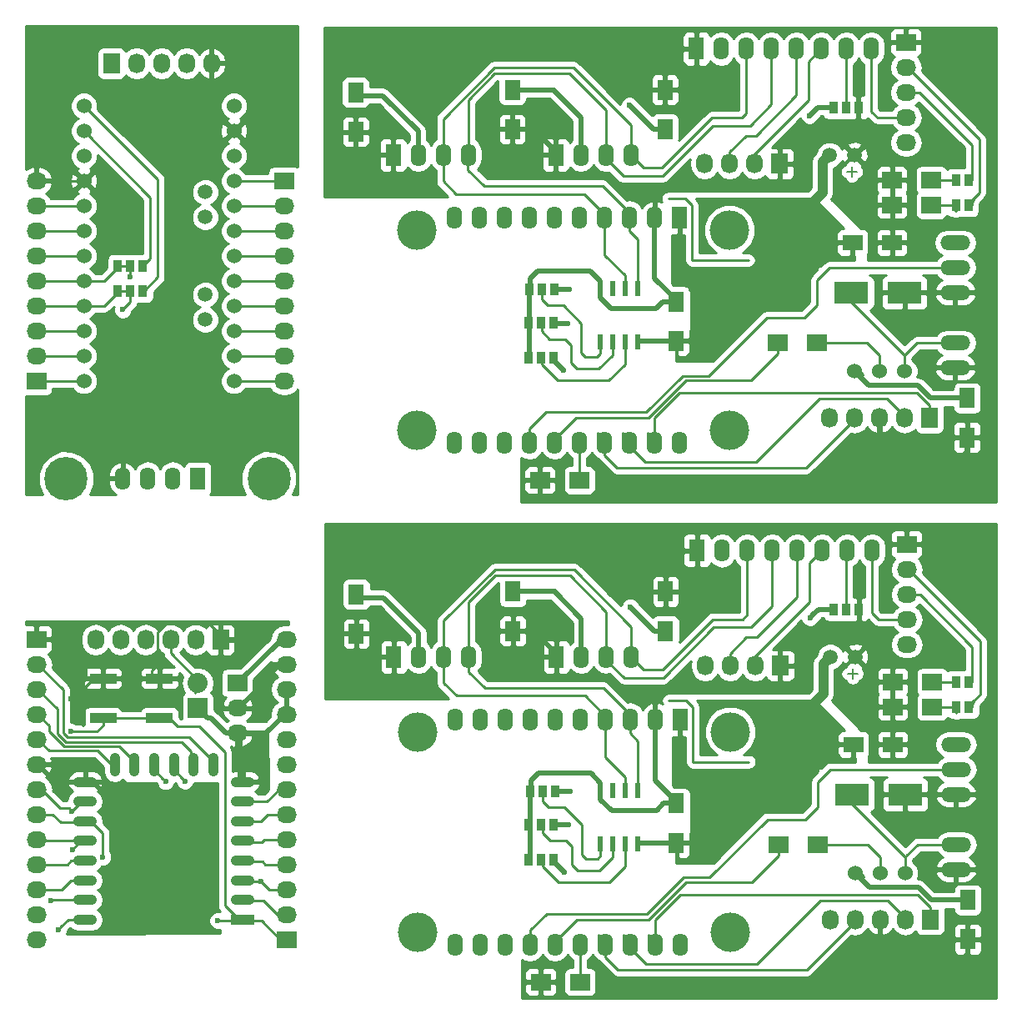
<source format=gtl>
G04 #@! TF.FileFunction,Copper,L1,Top,Signal*
%FSLAX46Y46*%
G04 Gerber Fmt 4.6, Leading zero omitted, Abs format (unit mm)*
G04 Created by KiCad (PCBNEW 4.0.3-stable) date 06/29/17 20:57:41*
%MOMM*%
%LPD*%
G01*
G04 APERTURE LIST*
%ADD10C,0.100000*%
%ADD11C,0.150000*%
%ADD12C,4.400000*%
%ADD13O,1.600000X2.300000*%
%ADD14R,1.600000X2.300000*%
%ADD15C,4.000000*%
%ADD16R,2.000000X1.700000*%
%ADD17R,1.600000X2.000000*%
%ADD18R,2.000000X1.600000*%
%ADD19R,3.500120X2.301240*%
%ADD20O,3.014980X1.506220*%
%ADD21C,1.524000*%
%ADD22R,0.600000X1.550000*%
%ADD23R,1.727200X2.032000*%
%ADD24O,1.727200X2.032000*%
%ADD25C,1.501140*%
%ADD26R,0.965200X1.270000*%
%ADD27R,2.032000X1.727200*%
%ADD28O,2.032000X1.727200*%
%ADD29O,1.100000X2.400000*%
%ADD30R,2.400000X1.100000*%
%ADD31O,2.400000X1.100000*%
%ADD32R,2.032000X2.032000*%
%ADD33O,2.032000X2.032000*%
%ADD34R,2.750000X1.000000*%
%ADD35C,1.500000*%
%ADD36C,0.600000*%
%ADD37C,0.250000*%
%ADD38C,0.500000*%
%ADD39C,1.000000*%
%ADD40C,0.254000*%
G04 APERTURE END LIST*
D10*
D11*
X134630160Y-65364360D02*
X134129780Y-65364360D01*
X134630160Y-65364360D02*
X134630160Y-65864740D01*
X135130540Y-65364360D02*
X134630160Y-65364360D01*
X134630160Y-65364360D02*
X134630160Y-64965580D01*
X134630160Y-64965580D02*
X134630160Y-64863980D01*
X134706360Y-116316760D02*
X134205980Y-116316760D01*
X134706360Y-116316760D02*
X134706360Y-116817140D01*
X135206740Y-116316760D02*
X134706360Y-116316760D01*
X134706360Y-116316760D02*
X134706360Y-115917980D01*
X134706360Y-115917980D02*
X134706360Y-115816380D01*
D12*
X75438000Y-96520000D03*
D13*
X60588000Y-96520000D03*
D12*
X54838000Y-96520000D03*
D13*
X63128000Y-96520000D03*
X65668000Y-96520000D03*
D14*
X68208000Y-96520000D03*
X104546400Y-63665100D03*
D13*
X107086400Y-63665100D03*
X109626400Y-63665100D03*
X112166400Y-63665100D03*
D15*
X90449400Y-71285100D03*
X90449400Y-91605100D03*
X122199400Y-91605100D03*
D14*
X117119400Y-70015100D03*
D13*
X114579400Y-70015100D03*
X112039400Y-70015100D03*
X109499400Y-70015100D03*
X106959400Y-70015100D03*
X104419400Y-70015100D03*
X101879400Y-70015100D03*
X99339400Y-70015100D03*
X96799400Y-70015100D03*
X94259400Y-70015100D03*
X117119400Y-92875100D03*
X114579400Y-92875100D03*
X112039400Y-92875100D03*
X109499400Y-92875100D03*
X106959400Y-92875100D03*
X104419400Y-92875100D03*
X101879400Y-92875100D03*
X99339400Y-92875100D03*
X96799400Y-92875100D03*
X94259400Y-92875100D03*
D15*
X122199400Y-71285100D03*
D16*
X142709400Y-68745100D03*
X138709400Y-68745100D03*
D17*
X146329400Y-92335100D03*
X146329400Y-88335100D03*
X84226400Y-61315100D03*
X84226400Y-57315100D03*
X100139400Y-61035100D03*
X100139400Y-57035100D03*
X116741854Y-78539856D03*
X116741854Y-82539856D03*
X115639400Y-57035100D03*
X115639400Y-61035100D03*
D18*
X138709400Y-72555100D03*
X134709400Y-72555100D03*
D19*
X139979400Y-77635100D03*
X134579360Y-77635100D03*
D20*
X145139400Y-85255100D03*
X145139400Y-82715100D03*
D21*
X137439400Y-85615100D03*
X134899400Y-85615100D03*
X139979400Y-85615100D03*
D16*
X127089400Y-82715100D03*
X131089400Y-82715100D03*
X138709400Y-66205100D03*
X142709400Y-66205100D03*
D22*
X109036854Y-82639856D03*
X110306854Y-82639856D03*
X111576854Y-82639856D03*
X112846854Y-82639856D03*
X112846854Y-77239856D03*
X111576854Y-77239856D03*
X110306854Y-77239856D03*
X109036854Y-77239856D03*
D23*
X142519400Y-90335100D03*
D24*
X139979400Y-90335100D03*
X137439400Y-90335100D03*
X134899400Y-90335100D03*
X132359400Y-90335100D03*
D14*
X88036400Y-63665100D03*
D13*
X90576400Y-63665100D03*
X93116400Y-63665100D03*
X95656400Y-63665100D03*
D20*
X145139400Y-77635100D03*
X145139400Y-75095100D03*
X145139400Y-72555100D03*
D23*
X127279400Y-64535100D03*
D24*
X124739400Y-64535100D03*
X122199400Y-64535100D03*
X119659400Y-64535100D03*
D25*
X132359400Y-63665100D03*
X134899400Y-63665100D03*
D16*
X102959400Y-96685100D03*
X106959400Y-96685100D03*
D26*
X146456400Y-68745100D03*
X145186400Y-68745100D03*
D27*
X140139400Y-52235100D03*
D28*
X140139400Y-54775100D03*
X140139400Y-57315100D03*
X140139400Y-59855100D03*
X140139400Y-62395100D03*
D26*
X135280400Y-58839100D03*
X134010400Y-58839100D03*
X132740400Y-58839100D03*
X101871854Y-77339856D03*
X103141854Y-77339856D03*
X104411854Y-77339856D03*
X101752400Y-80683100D03*
X103022400Y-80683100D03*
X104292400Y-80683100D03*
X101752400Y-84239100D03*
X103022400Y-84239100D03*
X104292400Y-84239100D03*
X145186400Y-66205100D03*
X146456400Y-66205100D03*
D14*
X118839400Y-52870100D03*
D13*
X121379400Y-52870100D03*
X123919400Y-52870100D03*
X126459400Y-52870100D03*
X128999400Y-52870100D03*
X131539400Y-52870100D03*
X134079400Y-52870100D03*
X136619400Y-52870100D03*
D14*
X104622600Y-114617500D03*
D13*
X107162600Y-114617500D03*
X109702600Y-114617500D03*
X112242600Y-114617500D03*
D15*
X90525600Y-122237500D03*
X90525600Y-142557500D03*
X122275600Y-142557500D03*
D14*
X117195600Y-120967500D03*
D13*
X114655600Y-120967500D03*
X112115600Y-120967500D03*
X109575600Y-120967500D03*
X107035600Y-120967500D03*
X104495600Y-120967500D03*
X101955600Y-120967500D03*
X99415600Y-120967500D03*
X96875600Y-120967500D03*
X94335600Y-120967500D03*
X117195600Y-143827500D03*
X114655600Y-143827500D03*
X112115600Y-143827500D03*
X109575600Y-143827500D03*
X107035600Y-143827500D03*
X104495600Y-143827500D03*
X101955600Y-143827500D03*
X99415600Y-143827500D03*
X96875600Y-143827500D03*
X94335600Y-143827500D03*
D15*
X122275600Y-122237500D03*
D16*
X142785600Y-119697500D03*
X138785600Y-119697500D03*
D17*
X146405600Y-143287500D03*
X146405600Y-139287500D03*
X84302600Y-112267500D03*
X84302600Y-108267500D03*
X100215600Y-111987500D03*
X100215600Y-107987500D03*
X116818054Y-129492256D03*
X116818054Y-133492256D03*
X115715600Y-107987500D03*
X115715600Y-111987500D03*
D18*
X138785600Y-123507500D03*
X134785600Y-123507500D03*
D19*
X140055600Y-128587500D03*
X134655560Y-128587500D03*
D20*
X145215600Y-136207500D03*
X145215600Y-133667500D03*
D21*
X137515600Y-136567500D03*
X134975600Y-136567500D03*
X140055600Y-136567500D03*
D16*
X127165600Y-133667500D03*
X131165600Y-133667500D03*
X138785600Y-117157500D03*
X142785600Y-117157500D03*
D22*
X109113054Y-133592256D03*
X110383054Y-133592256D03*
X111653054Y-133592256D03*
X112923054Y-133592256D03*
X112923054Y-128192256D03*
X111653054Y-128192256D03*
X110383054Y-128192256D03*
X109113054Y-128192256D03*
D23*
X142595600Y-141287500D03*
D24*
X140055600Y-141287500D03*
X137515600Y-141287500D03*
X134975600Y-141287500D03*
X132435600Y-141287500D03*
D14*
X88112600Y-114617500D03*
D13*
X90652600Y-114617500D03*
X93192600Y-114617500D03*
X95732600Y-114617500D03*
D20*
X145215600Y-128587500D03*
X145215600Y-126047500D03*
X145215600Y-123507500D03*
D23*
X127355600Y-115487500D03*
D24*
X124815600Y-115487500D03*
X122275600Y-115487500D03*
X119735600Y-115487500D03*
D25*
X132435600Y-114617500D03*
X134975600Y-114617500D03*
D16*
X103035600Y-147637500D03*
X107035600Y-147637500D03*
D26*
X146532600Y-119697500D03*
X145262600Y-119697500D03*
D27*
X140215600Y-103187500D03*
D28*
X140215600Y-105727500D03*
X140215600Y-108267500D03*
X140215600Y-110807500D03*
X140215600Y-113347500D03*
D26*
X135356600Y-109791500D03*
X134086600Y-109791500D03*
X132816600Y-109791500D03*
X101948054Y-128292256D03*
X103218054Y-128292256D03*
X104488054Y-128292256D03*
X101828600Y-131635500D03*
X103098600Y-131635500D03*
X104368600Y-131635500D03*
X101828600Y-135191500D03*
X103098600Y-135191500D03*
X104368600Y-135191500D03*
X145262600Y-117157500D03*
X146532600Y-117157500D03*
D14*
X118915600Y-103822500D03*
D13*
X121455600Y-103822500D03*
X123995600Y-103822500D03*
X126535600Y-103822500D03*
X129075600Y-103822500D03*
X131615600Y-103822500D03*
X134155600Y-103822500D03*
X136695600Y-103822500D03*
D27*
X51810100Y-112824200D03*
D28*
X51810100Y-115364200D03*
X51810100Y-117904200D03*
X51810100Y-120444200D03*
X51810100Y-122984200D03*
X51810100Y-125524200D03*
X51810100Y-128064200D03*
X51810100Y-130604200D03*
X51810100Y-133144200D03*
X51810100Y-135684200D03*
X51810100Y-138224200D03*
X51810100Y-140764200D03*
X51810100Y-143304200D03*
D23*
X70506100Y-112865200D03*
D24*
X67966100Y-112865200D03*
X65426100Y-112865200D03*
X62886100Y-112865200D03*
X60346100Y-112865200D03*
X57806100Y-112865200D03*
D27*
X72206100Y-117265200D03*
D28*
X72206100Y-119805200D03*
X72206100Y-122345200D03*
D29*
X69773100Y-125553200D03*
X67773100Y-125553200D03*
X65773100Y-125553200D03*
X63773100Y-125553200D03*
X61773100Y-125553200D03*
X59773100Y-125553200D03*
D30*
X72763100Y-141303200D03*
D31*
X72763100Y-139303200D03*
X72763100Y-137303200D03*
X72763100Y-135303200D03*
X72763100Y-133303200D03*
X72763100Y-131303200D03*
X72763100Y-129303200D03*
X72763100Y-127303200D03*
X56763100Y-127303200D03*
X56763100Y-129303200D03*
X56763100Y-131303200D03*
X56763100Y-133303200D03*
X56763100Y-135303200D03*
X56763100Y-137303200D03*
X56763100Y-139303200D03*
X56763100Y-141303200D03*
D32*
X68193100Y-119809200D03*
D33*
X68193100Y-117269200D03*
D27*
X77210100Y-143304200D03*
D28*
X77210100Y-140764200D03*
X77210100Y-138224200D03*
X77210100Y-135684200D03*
X77210100Y-133144200D03*
X77210100Y-130604200D03*
X77210100Y-128064200D03*
X77210100Y-125524200D03*
X77210100Y-122984200D03*
X77210100Y-120444200D03*
X77210100Y-117904200D03*
X77210100Y-115364200D03*
X77210100Y-112824200D03*
D34*
X64319600Y-116799800D03*
X58569600Y-116799800D03*
X58569600Y-120799800D03*
X64319600Y-120799800D03*
D23*
X59436000Y-54356000D03*
D24*
X61976000Y-54356000D03*
X64516000Y-54356000D03*
X67056000Y-54356000D03*
X69596000Y-54356000D03*
D21*
X56642000Y-58674000D03*
X56642000Y-61214000D03*
X56642000Y-63754000D03*
X56642000Y-66294000D03*
X56642000Y-68834000D03*
X56642000Y-71374000D03*
X56642000Y-73914000D03*
X56642000Y-76454000D03*
X56642000Y-78994000D03*
X56642000Y-81534000D03*
X56642000Y-84074000D03*
X56642000Y-86614000D03*
X71882000Y-58674000D03*
X71882000Y-61214000D03*
X71882000Y-63754000D03*
X71882000Y-66294000D03*
X71882000Y-68834000D03*
X71882000Y-71374000D03*
X71882000Y-73914000D03*
X71882000Y-76454000D03*
X71882000Y-78994000D03*
X71882000Y-81534000D03*
X71882000Y-84074000D03*
X71882000Y-86614000D03*
D35*
X68961000Y-67437000D03*
X68961000Y-69977000D03*
X68961000Y-77851000D03*
X68961000Y-80391000D03*
D27*
X51816000Y-86614000D03*
D28*
X51816000Y-84074000D03*
X51816000Y-81534000D03*
X51816000Y-78994000D03*
X51816000Y-76454000D03*
X51816000Y-73914000D03*
X51816000Y-71374000D03*
X51816000Y-68834000D03*
X51816000Y-66294000D03*
D27*
X76962000Y-66294000D03*
D28*
X76962000Y-68834000D03*
X76962000Y-71374000D03*
X76962000Y-73914000D03*
X76962000Y-76454000D03*
X76962000Y-78994000D03*
X76962000Y-81534000D03*
X76962000Y-84074000D03*
X76962000Y-86614000D03*
D26*
X60071000Y-77470000D03*
X61341000Y-77470000D03*
X62611000Y-77470000D03*
X60071000Y-74930000D03*
X61341000Y-74930000D03*
X62611000Y-74930000D03*
D36*
X130074445Y-70108991D03*
X105941854Y-77339856D03*
X105741854Y-80739856D03*
X105341854Y-85539856D03*
X130317516Y-59698341D03*
X104298060Y-57035100D03*
X112039400Y-58585100D03*
X130150645Y-121061391D03*
X106018054Y-128292256D03*
X105818054Y-131692256D03*
X105418054Y-136492256D03*
X130393716Y-110650741D03*
X104374260Y-107987500D03*
X112115600Y-109537500D03*
X54706542Y-128433051D03*
X58890100Y-139744200D03*
X58890100Y-140994200D03*
X59890100Y-139744200D03*
X59890100Y-140994200D03*
X58890100Y-142244200D03*
X59890100Y-142244200D03*
X60874315Y-142250788D03*
X65272100Y-139494200D03*
X75307425Y-116533357D03*
X53842100Y-111554200D03*
X55366100Y-111554200D03*
X55366100Y-112824200D03*
X53842100Y-112824200D03*
X74924100Y-118158200D03*
X74162100Y-117142200D03*
X71196760Y-115354110D03*
X72372625Y-115354110D03*
X72384100Y-111554200D03*
X73654100Y-111554200D03*
X74924100Y-111554200D03*
X74924100Y-112824200D03*
X73654100Y-112824200D03*
X73654100Y-114094200D03*
X72384100Y-114094200D03*
X72384100Y-112824200D03*
X62590100Y-142244200D03*
X56530721Y-125474200D03*
X57348100Y-125474200D03*
X55570100Y-125474200D03*
X54681100Y-125474200D03*
X54681100Y-126744200D03*
X57090467Y-119492308D03*
X57146514Y-118326424D03*
X55289900Y-118856700D03*
X64325991Y-131588661D03*
X65212209Y-141866720D03*
X57067900Y-115389600D03*
X60579000Y-79375000D03*
X61341000Y-76073000D03*
X54019021Y-142304073D03*
X66893683Y-127232898D03*
X64935655Y-127269748D03*
X53307457Y-139370508D03*
X74886000Y-128038800D03*
X74911400Y-126718000D03*
X55311047Y-122174721D03*
X70225100Y-141399200D03*
X74610435Y-137399200D03*
X55429576Y-130276263D03*
X58563100Y-134934790D03*
X55458805Y-134180448D03*
D37*
X115976400Y-68110100D02*
X117749402Y-68110100D01*
X117749402Y-68110100D02*
X118389400Y-68750098D01*
X118389400Y-68750098D02*
X118389400Y-74333100D01*
X123977400Y-74333100D02*
X118389400Y-74333100D01*
X124104400Y-74333100D02*
X123977400Y-74333100D01*
X116052600Y-119062500D02*
X117825602Y-119062500D01*
X117825602Y-119062500D02*
X118465600Y-119702498D01*
X118465600Y-119702498D02*
X118465600Y-125285500D01*
X124053600Y-125285500D02*
X118465600Y-125285500D01*
X124180600Y-125285500D02*
X124053600Y-125285500D01*
D38*
X114579400Y-70015100D02*
X114579400Y-76177402D01*
X114579400Y-76177402D02*
X116741854Y-78339856D01*
X116741854Y-78339856D02*
X116741854Y-78539856D01*
X88036400Y-63665100D02*
X84356400Y-63665100D01*
X84356400Y-63665100D02*
X84226400Y-63535100D01*
X100139400Y-61035100D02*
X102266400Y-61035100D01*
X102266400Y-61035100D02*
X104546400Y-63315100D01*
X104546400Y-63315100D02*
X104546400Y-63665100D01*
X87906400Y-63535100D02*
X88036400Y-63665100D01*
X130537000Y-61125100D02*
X132359400Y-61125100D01*
X132359400Y-61125100D02*
X134899400Y-63665100D01*
X127279400Y-64535100D02*
X127279400Y-64382700D01*
X137439400Y-90335100D02*
X137439400Y-92875100D01*
X137439400Y-92875100D02*
X138709400Y-94145100D01*
X138709400Y-94145100D02*
X146019400Y-94145100D01*
X146019400Y-94145100D02*
X146329400Y-93835100D01*
X146329400Y-93835100D02*
X146329400Y-92335100D01*
X139979400Y-77635100D02*
X145139400Y-77635100D01*
X109036854Y-76434856D02*
X109036854Y-77239856D01*
X116741854Y-78539856D02*
X115441854Y-78539856D01*
X115441854Y-78539856D02*
X114719854Y-79261856D01*
X114719854Y-79261856D02*
X110153854Y-79261856D01*
X109036854Y-78144856D02*
X109036854Y-77239856D01*
X110153854Y-79261856D02*
X109036854Y-78144856D01*
D37*
X116741854Y-78739856D02*
X116741854Y-78539856D01*
X116941854Y-78539856D02*
X116903297Y-78539856D01*
X116903297Y-78539856D02*
X116465754Y-78102313D01*
D38*
X108053854Y-75451856D02*
X109036854Y-76434856D01*
X102694854Y-75451856D02*
X108053854Y-75451856D01*
X101941854Y-76204856D02*
X102694854Y-75451856D01*
X101871854Y-80739856D02*
X101871854Y-77409856D01*
X101871854Y-77409856D02*
X101941854Y-77339856D01*
X101871854Y-84339856D02*
X101871854Y-80739856D01*
X101941854Y-77339856D02*
X101941854Y-76204856D01*
D37*
X101871854Y-80739856D02*
X101941854Y-80669856D01*
D38*
X114655600Y-120967500D02*
X114655600Y-127129802D01*
X114655600Y-127129802D02*
X116818054Y-129292256D01*
X116818054Y-129292256D02*
X116818054Y-129492256D01*
X88112600Y-114617500D02*
X84432600Y-114617500D01*
X84432600Y-114617500D02*
X84302600Y-114487500D01*
X100215600Y-111987500D02*
X102342600Y-111987500D01*
X102342600Y-111987500D02*
X104622600Y-114267500D01*
X104622600Y-114267500D02*
X104622600Y-114617500D01*
X87982600Y-114487500D02*
X88112600Y-114617500D01*
X130613200Y-112077500D02*
X132435600Y-112077500D01*
X132435600Y-112077500D02*
X134975600Y-114617500D01*
X127355600Y-115487500D02*
X127355600Y-115335100D01*
X137515600Y-141287500D02*
X137515600Y-143827500D01*
X137515600Y-143827500D02*
X138785600Y-145097500D01*
X138785600Y-145097500D02*
X146095600Y-145097500D01*
X146095600Y-145097500D02*
X146405600Y-144787500D01*
X146405600Y-144787500D02*
X146405600Y-143287500D01*
X140055600Y-128587500D02*
X145215600Y-128587500D01*
X109113054Y-127387256D02*
X109113054Y-128192256D01*
X116818054Y-129492256D02*
X115518054Y-129492256D01*
X115518054Y-129492256D02*
X114796054Y-130214256D01*
X114796054Y-130214256D02*
X110230054Y-130214256D01*
X109113054Y-129097256D02*
X109113054Y-128192256D01*
X110230054Y-130214256D02*
X109113054Y-129097256D01*
D37*
X116818054Y-129692256D02*
X116818054Y-129492256D01*
X117018054Y-129492256D02*
X116979497Y-129492256D01*
X116979497Y-129492256D02*
X116541954Y-129054713D01*
D38*
X108130054Y-126404256D02*
X109113054Y-127387256D01*
X102771054Y-126404256D02*
X108130054Y-126404256D01*
X102018054Y-127157256D02*
X102771054Y-126404256D01*
X101948054Y-131692256D02*
X101948054Y-128362256D01*
X101948054Y-128362256D02*
X102018054Y-128292256D01*
X101948054Y-135292256D02*
X101948054Y-131692256D01*
X102018054Y-128292256D02*
X102018054Y-127157256D01*
D37*
X101948054Y-131692256D02*
X102018054Y-131622256D01*
D39*
X132359400Y-63665100D02*
X131657844Y-64366656D01*
X131657844Y-64366656D02*
X131657844Y-67441225D01*
X131657844Y-67441225D02*
X130374444Y-68724625D01*
D38*
X130374444Y-68724625D02*
X130374444Y-69808992D01*
X130374444Y-69808992D02*
X130074445Y-70108991D01*
X83939400Y-57950466D02*
X84241884Y-57647982D01*
X84241884Y-57647982D02*
X86972282Y-57647982D01*
X86972282Y-57647982D02*
X90576400Y-61252100D01*
X90576400Y-61252100D02*
X90576400Y-63665100D01*
X112897209Y-82589501D02*
X116692209Y-82589501D01*
D39*
X116692209Y-82589501D02*
X116741854Y-82539856D01*
D38*
X134509400Y-72555100D02*
X134709400Y-72555100D01*
X146329400Y-88335100D02*
X142602586Y-88335100D01*
X142602586Y-88335100D02*
X141340024Y-87072538D01*
X141340024Y-87072538D02*
X136356838Y-87072538D01*
X136356838Y-87072538D02*
X134899400Y-85615100D01*
X104411854Y-77339856D02*
X105941854Y-77339856D01*
X104411854Y-80739856D02*
X105741854Y-80739856D01*
D37*
X104411854Y-84339856D02*
X104411854Y-84609856D01*
D38*
X104411854Y-84609856D02*
X105341854Y-85539856D01*
X131176757Y-58839100D02*
X130617515Y-59398342D01*
X132740400Y-58839100D02*
X131176757Y-58839100D01*
X130617515Y-59398342D02*
X130317516Y-59698341D01*
X100139400Y-57035100D02*
X104298060Y-57035100D01*
X104298060Y-57035100D02*
X107086400Y-59823440D01*
X107086400Y-59823440D02*
X107086400Y-63665100D01*
X135661399Y-86017099D02*
X134899400Y-85255100D01*
X116741854Y-82539856D02*
X117246400Y-82539856D01*
X115639400Y-61035100D02*
X114489400Y-61035100D01*
X114489400Y-61035100D02*
X112039400Y-58585100D01*
D37*
X112946854Y-82539856D02*
X112846854Y-82639856D01*
D39*
X132435600Y-114617500D02*
X131734044Y-115319056D01*
X131734044Y-115319056D02*
X131734044Y-118393625D01*
X131734044Y-118393625D02*
X130450644Y-119677025D01*
D38*
X130450644Y-119677025D02*
X130450644Y-120761392D01*
X130450644Y-120761392D02*
X130150645Y-121061391D01*
X84015600Y-108902866D02*
X84318084Y-108600382D01*
X84318084Y-108600382D02*
X87048482Y-108600382D01*
X87048482Y-108600382D02*
X90652600Y-112204500D01*
X90652600Y-112204500D02*
X90652600Y-114617500D01*
X112973409Y-133541901D02*
X116768409Y-133541901D01*
D39*
X116768409Y-133541901D02*
X116818054Y-133492256D01*
D38*
X134585600Y-123507500D02*
X134785600Y-123507500D01*
X146405600Y-139287500D02*
X142678786Y-139287500D01*
X142678786Y-139287500D02*
X141416224Y-138024938D01*
X141416224Y-138024938D02*
X136433038Y-138024938D01*
X136433038Y-138024938D02*
X134975600Y-136567500D01*
X104488054Y-128292256D02*
X106018054Y-128292256D01*
X104488054Y-131692256D02*
X105818054Y-131692256D01*
D37*
X104488054Y-135292256D02*
X104488054Y-135562256D01*
D38*
X104488054Y-135562256D02*
X105418054Y-136492256D01*
X131252957Y-109791500D02*
X130693715Y-110350742D01*
X132816600Y-109791500D02*
X131252957Y-109791500D01*
X130693715Y-110350742D02*
X130393716Y-110650741D01*
X100215600Y-107987500D02*
X104374260Y-107987500D01*
X104374260Y-107987500D02*
X107162600Y-110775840D01*
X107162600Y-110775840D02*
X107162600Y-114617500D01*
X135737599Y-136969499D02*
X134975600Y-136207500D01*
X116818054Y-133492256D02*
X117322600Y-133492256D01*
X115715600Y-111987500D02*
X114565600Y-111987500D01*
X114565600Y-111987500D02*
X112115600Y-109537500D01*
D37*
X113023054Y-133492256D02*
X112923054Y-133592256D01*
D38*
X58944128Y-140390011D02*
X58944128Y-139965747D01*
X58902373Y-141162817D02*
X58944128Y-141121062D01*
X58944128Y-139541483D02*
X58944128Y-139965747D01*
X58883394Y-139480749D02*
X58944128Y-139541483D01*
X58787217Y-139480749D02*
X58883394Y-139480749D01*
X58944128Y-141121062D02*
X58944128Y-140390011D01*
X59842802Y-139994279D02*
X59828535Y-139980012D01*
X59842802Y-141135450D02*
X59842802Y-139994279D01*
X59890100Y-142244200D02*
X58890100Y-142244200D01*
X60880903Y-142244200D02*
X60874315Y-142250788D01*
X62590100Y-142244200D02*
X60880903Y-142244200D01*
X75007426Y-117156274D02*
X75007426Y-116833356D01*
X72358500Y-119805200D02*
X75007426Y-117156274D01*
X75607424Y-116233358D02*
X75307425Y-116533357D01*
X76476582Y-115364200D02*
X75607424Y-116233358D01*
X76799500Y-115364200D02*
X76476582Y-115364200D01*
X75007426Y-116833356D02*
X75307425Y-116533357D01*
X55366100Y-112824200D02*
X55366100Y-111554200D01*
X74162100Y-117142200D02*
X74162100Y-117396200D01*
X74162100Y-117396200D02*
X74924100Y-118158200D01*
X71196760Y-115289972D02*
X71196760Y-115354110D01*
X71325036Y-115161696D02*
X71196760Y-115289972D01*
X72384100Y-115342635D02*
X72372625Y-115354110D01*
X72384100Y-111554200D02*
X72384100Y-115342635D01*
D37*
X70352100Y-119217200D02*
X70352100Y-115140317D01*
X70352100Y-115140317D02*
X70352100Y-113019200D01*
D38*
X74924100Y-111554200D02*
X73654100Y-111554200D01*
X73654100Y-112824200D02*
X74924100Y-112824200D01*
X72384100Y-114094200D02*
X73654100Y-114094200D01*
X70506100Y-112865200D02*
X72343100Y-112865200D01*
X72343100Y-112865200D02*
X72384100Y-112824200D01*
X55570100Y-125474200D02*
X56530721Y-125474200D01*
X51810100Y-125524200D02*
X54631100Y-125524200D01*
X54631100Y-125524200D02*
X54681100Y-125474200D01*
X53326100Y-126887800D02*
X54537500Y-126887800D01*
X54537500Y-126887800D02*
X54681100Y-126744200D01*
X51962500Y-125524200D02*
X53326100Y-126887800D01*
X51810100Y-125524200D02*
X51962500Y-125524200D01*
D37*
X56615811Y-117845677D02*
X56615811Y-121501295D01*
D38*
X56615811Y-121501295D02*
X56615811Y-118857127D01*
X56615811Y-118857127D02*
X56846515Y-118626423D01*
X57323969Y-118361958D02*
X56615811Y-119070116D01*
X56846515Y-118626423D02*
X57146514Y-118326424D01*
D37*
X57700366Y-116761122D02*
X56615811Y-117845677D01*
D38*
X56615811Y-119070116D02*
X56615811Y-121501295D01*
D37*
X64025992Y-131288662D02*
X64325991Y-131588661D01*
X61182530Y-128445200D02*
X64025992Y-131288662D01*
X58668100Y-128445200D02*
X61182530Y-128445200D01*
X77210100Y-115364200D02*
X76799500Y-115364200D01*
X72358500Y-119805200D02*
X72206100Y-119805200D01*
X57744100Y-116761200D02*
X56869100Y-116761200D01*
X56869100Y-115363522D02*
X54329778Y-112824200D01*
X54329778Y-112824200D02*
X54223100Y-112824200D01*
X56869100Y-116761200D02*
X56869100Y-115363522D01*
X54223100Y-112824200D02*
X51810100Y-112824200D01*
X63494100Y-116761200D02*
X56785835Y-116761200D01*
X56785835Y-116761200D02*
X56749604Y-116724969D01*
D38*
X58668100Y-128445200D02*
X57622100Y-127399200D01*
D37*
X57622100Y-127399200D02*
X56509100Y-127399200D01*
X63494100Y-116761200D02*
X63494100Y-116011200D01*
X63494100Y-116011200D02*
X64130896Y-115374404D01*
X64130896Y-115374404D02*
X64130896Y-112110007D01*
X64130896Y-112110007D02*
X64965384Y-111275519D01*
X64965384Y-111275519D02*
X69361712Y-111275519D01*
X69361712Y-111275519D02*
X70506100Y-112419907D01*
X70506100Y-112419907D02*
X70506100Y-112865200D01*
X72206100Y-119805200D02*
X70940100Y-119805200D01*
X70940100Y-119805200D02*
X70352100Y-119217200D01*
X70352100Y-113019200D02*
X70506100Y-112865200D01*
X72206100Y-119805200D02*
X72616700Y-119805200D01*
X51816000Y-66294000D02*
X56642000Y-66294000D01*
X112166400Y-63665100D02*
X113439237Y-64937937D01*
X113439237Y-64937937D02*
X115365302Y-64937937D01*
X115365302Y-64937937D02*
X120448139Y-59855100D01*
X120448139Y-59855100D02*
X123469400Y-59855100D01*
X123916450Y-57832150D02*
X123916450Y-52873050D01*
X123469400Y-59855100D02*
X123919400Y-59405100D01*
X123919400Y-59405100D02*
X123919400Y-57835100D01*
X123919400Y-57835100D02*
X123916450Y-57832150D01*
X123916450Y-52873050D02*
X123919400Y-52870100D01*
X109499400Y-70015100D02*
X109499400Y-69665100D01*
X109499400Y-69665100D02*
X107451413Y-67617113D01*
X107451413Y-67617113D02*
X94401413Y-67617113D01*
X94401413Y-67617113D02*
X93116400Y-66332100D01*
X93116400Y-66332100D02*
X93116400Y-63665100D01*
X93116400Y-63665100D02*
X93116400Y-59990997D01*
X93116400Y-59990997D02*
X98305094Y-54802303D01*
X98305094Y-54802303D02*
X106361311Y-54802303D01*
X112166400Y-62265100D02*
X112166400Y-63665100D01*
X106361311Y-54802303D02*
X112166400Y-60607392D01*
X112166400Y-60607392D02*
X112166400Y-62265100D01*
X140139400Y-57315100D02*
X141471686Y-57315100D01*
X141471686Y-57315100D02*
X146791774Y-62635188D01*
X146791774Y-62635188D02*
X146791774Y-66018700D01*
X146791774Y-66018700D02*
X146791774Y-66205100D01*
X111576854Y-75902554D02*
X109499400Y-73825100D01*
X109499400Y-73825100D02*
X109499400Y-70015100D01*
X111576854Y-77239856D02*
X111576854Y-75902554D01*
X112242600Y-114617500D02*
X113515437Y-115890337D01*
X113515437Y-115890337D02*
X115441502Y-115890337D01*
X115441502Y-115890337D02*
X120524339Y-110807500D01*
X120524339Y-110807500D02*
X123545600Y-110807500D01*
X123992650Y-108784550D02*
X123992650Y-103825450D01*
X123545600Y-110807500D02*
X123995600Y-110357500D01*
X123995600Y-110357500D02*
X123995600Y-108787500D01*
X123995600Y-108787500D02*
X123992650Y-108784550D01*
X123992650Y-103825450D02*
X123995600Y-103822500D01*
X109575600Y-120967500D02*
X109575600Y-120617500D01*
X109575600Y-120617500D02*
X107527613Y-118569513D01*
X107527613Y-118569513D02*
X94477613Y-118569513D01*
X94477613Y-118569513D02*
X93192600Y-117284500D01*
X93192600Y-117284500D02*
X93192600Y-114617500D01*
X93192600Y-114617500D02*
X93192600Y-110943397D01*
X93192600Y-110943397D02*
X98381294Y-105754703D01*
X98381294Y-105754703D02*
X106437511Y-105754703D01*
X112242600Y-113217500D02*
X112242600Y-114617500D01*
X106437511Y-105754703D02*
X112242600Y-111559792D01*
X112242600Y-111559792D02*
X112242600Y-113217500D01*
X140215600Y-108267500D02*
X141547886Y-108267500D01*
X141547886Y-108267500D02*
X146867974Y-113587588D01*
X146867974Y-113587588D02*
X146867974Y-116971100D01*
X146867974Y-116971100D02*
X146867974Y-117157500D01*
X111653054Y-126854954D02*
X109575600Y-124777500D01*
X109575600Y-124777500D02*
X109575600Y-120967500D01*
X111653054Y-128192256D02*
X111653054Y-126854954D01*
X51816000Y-71374000D02*
X53082000Y-71374000D01*
X53082000Y-71374000D02*
X56642000Y-71374000D01*
X126459400Y-52870100D02*
X126459400Y-58511282D01*
X126459400Y-58511282D02*
X124295582Y-60675100D01*
X124295582Y-60675100D02*
X120536247Y-60675100D01*
X120536247Y-60675100D02*
X115410708Y-65800639D01*
X115410708Y-65800639D02*
X111411939Y-65800639D01*
X111411939Y-65800639D02*
X109626400Y-64015100D01*
X109626400Y-64015100D02*
X109626400Y-63665100D01*
X95656400Y-63665100D02*
X95656400Y-58087407D01*
X95656400Y-58087407D02*
X98328630Y-55415178D01*
X98328630Y-55415178D02*
X105961297Y-55415178D01*
X105961297Y-55415178D02*
X109626400Y-59080281D01*
X109626400Y-59080281D02*
X109626400Y-63665100D01*
X146964400Y-68110100D02*
X146791774Y-68282726D01*
X147599400Y-67475100D02*
X146964400Y-68110100D01*
X146964400Y-68110100D02*
X146964400Y-68237100D01*
X146964400Y-68237100D02*
X146456400Y-68745100D01*
X112039400Y-70015100D02*
X112039400Y-71415100D01*
X112039400Y-71415100D02*
X112846854Y-72222554D01*
X112846854Y-72222554D02*
X112846854Y-76214856D01*
X112846854Y-76214856D02*
X112846854Y-77239856D01*
X112039400Y-70015100D02*
X112039400Y-69534784D01*
X112039400Y-69534784D02*
X109328697Y-66824081D01*
X109328697Y-66824081D02*
X97291457Y-66824081D01*
X97291457Y-66824081D02*
X95641409Y-65174033D01*
X95641409Y-65174033D02*
X95641409Y-63680091D01*
X95641409Y-63680091D02*
X95656400Y-63665100D01*
X146791774Y-68558700D02*
X146791774Y-68745100D01*
X147599400Y-62082700D02*
X147599400Y-67475100D01*
X140291800Y-54775100D02*
X147599400Y-62082700D01*
X140139400Y-54775100D02*
X140291800Y-54775100D01*
X126535600Y-103822500D02*
X126535600Y-109463682D01*
X126535600Y-109463682D02*
X124371782Y-111627500D01*
X124371782Y-111627500D02*
X120612447Y-111627500D01*
X120612447Y-111627500D02*
X115486908Y-116753039D01*
X115486908Y-116753039D02*
X111488139Y-116753039D01*
X111488139Y-116753039D02*
X109702600Y-114967500D01*
X109702600Y-114967500D02*
X109702600Y-114617500D01*
X95732600Y-114617500D02*
X95732600Y-109039807D01*
X95732600Y-109039807D02*
X98404830Y-106367578D01*
X98404830Y-106367578D02*
X106037497Y-106367578D01*
X106037497Y-106367578D02*
X109702600Y-110032681D01*
X109702600Y-110032681D02*
X109702600Y-114617500D01*
X147040600Y-119062500D02*
X146867974Y-119235126D01*
X147675600Y-118427500D02*
X147040600Y-119062500D01*
X147040600Y-119062500D02*
X147040600Y-119189500D01*
X147040600Y-119189500D02*
X146532600Y-119697500D01*
X112115600Y-120967500D02*
X112115600Y-122367500D01*
X112115600Y-122367500D02*
X112923054Y-123174954D01*
X112923054Y-123174954D02*
X112923054Y-127167256D01*
X112923054Y-127167256D02*
X112923054Y-128192256D01*
X112115600Y-120967500D02*
X112115600Y-120487184D01*
X112115600Y-120487184D02*
X109404897Y-117776481D01*
X109404897Y-117776481D02*
X97367657Y-117776481D01*
X97367657Y-117776481D02*
X95717609Y-116126433D01*
X95717609Y-116126433D02*
X95717609Y-114632491D01*
X95717609Y-114632491D02*
X95732600Y-114617500D01*
X146867974Y-119511100D02*
X146867974Y-119697500D01*
X147675600Y-113035100D02*
X147675600Y-118427500D01*
X140368000Y-105727500D02*
X147675600Y-113035100D01*
X140215600Y-105727500D02*
X140368000Y-105727500D01*
X56642000Y-68834000D02*
X55564370Y-68834000D01*
X55564370Y-68834000D02*
X51816000Y-68834000D01*
X145186400Y-68745100D02*
X142709400Y-68745100D01*
X145186400Y-69380100D02*
X145169867Y-69363567D01*
X142725933Y-69363567D02*
X142709400Y-69380100D01*
X145262600Y-119697500D02*
X142785600Y-119697500D01*
X145262600Y-120332500D02*
X145246067Y-120315967D01*
X142802133Y-120315967D02*
X142785600Y-120332500D01*
X131089400Y-76365100D02*
X131089400Y-78905100D01*
X145139400Y-75095100D02*
X132359400Y-75095100D01*
X131089400Y-76365100D02*
X132359400Y-75095100D01*
X131089400Y-78905100D02*
X129819400Y-80175100D01*
X129819400Y-80175100D02*
X125989380Y-80175100D01*
X125989380Y-80175100D02*
X120089390Y-86075090D01*
X120089390Y-86075090D02*
X117438064Y-86075090D01*
X101879400Y-91407208D02*
X101879400Y-92875100D01*
X117438064Y-86075090D02*
X113767641Y-89745513D01*
X113767641Y-89745513D02*
X103541095Y-89745513D01*
X103541095Y-89745513D02*
X101879400Y-91407208D01*
X131165600Y-127317500D02*
X131165600Y-129857500D01*
X145215600Y-126047500D02*
X132435600Y-126047500D01*
X131165600Y-127317500D02*
X132435600Y-126047500D01*
X131165600Y-129857500D02*
X129895600Y-131127500D01*
X129895600Y-131127500D02*
X126065580Y-131127500D01*
X126065580Y-131127500D02*
X120165590Y-137027490D01*
X120165590Y-137027490D02*
X117514264Y-137027490D01*
X101955600Y-142359608D02*
X101955600Y-143827500D01*
X117514264Y-137027490D02*
X113843841Y-140697913D01*
X113843841Y-140697913D02*
X103617295Y-140697913D01*
X103617295Y-140697913D02*
X101955600Y-142359608D01*
X131539400Y-52870100D02*
X130253820Y-54155680D01*
X130253820Y-54155680D02*
X130253820Y-58063819D01*
X130253820Y-58063819D02*
X124739400Y-63578239D01*
X124739400Y-63578239D02*
X124739400Y-64535100D01*
X131615600Y-103822500D02*
X130330020Y-105108080D01*
X130330020Y-105108080D02*
X130330020Y-109016219D01*
X130330020Y-109016219D02*
X124815600Y-114530639D01*
X124815600Y-114530639D02*
X124815600Y-115487500D01*
X71882000Y-68834000D02*
X72959630Y-68834000D01*
X72959630Y-68834000D02*
X76962000Y-68834000D01*
X137439400Y-83985100D02*
X137439400Y-85615100D01*
X136169400Y-82715100D02*
X137439400Y-83985100D01*
X131089400Y-82715100D02*
X136169400Y-82715100D01*
X137515600Y-134937500D02*
X137515600Y-136567500D01*
X136245600Y-133667500D02*
X137515600Y-134937500D01*
X131165600Y-133667500D02*
X136245600Y-133667500D01*
X113942990Y-90335100D02*
X106609400Y-90335100D01*
X106609400Y-90335100D02*
X104419400Y-92525100D01*
X104419400Y-92525100D02*
X104419400Y-92875100D01*
X124379400Y-86525100D02*
X117752990Y-86525100D01*
X117752990Y-86525100D02*
X113942990Y-90335100D01*
X127089400Y-82715100D02*
X127089400Y-83815100D01*
X127089400Y-83815100D02*
X124379400Y-86525100D01*
X103765754Y-92241256D02*
X103765754Y-92591256D01*
X114019190Y-141287500D02*
X106685600Y-141287500D01*
X106685600Y-141287500D02*
X104495600Y-143477500D01*
X104495600Y-143477500D02*
X104495600Y-143827500D01*
X124455600Y-137477500D02*
X117829190Y-137477500D01*
X117829190Y-137477500D02*
X114019190Y-141287500D01*
X127165600Y-133667500D02*
X127165600Y-134767500D01*
X127165600Y-134767500D02*
X124455600Y-137477500D01*
X103841954Y-143193656D02*
X103841954Y-143543656D01*
X114579400Y-92875100D02*
X114579400Y-90335100D01*
X141249400Y-87795100D02*
X142519400Y-89065100D01*
X114579400Y-90335100D02*
X117119400Y-87795100D01*
X117119400Y-87795100D02*
X141249400Y-87795100D01*
X142519400Y-89065100D02*
X142519400Y-90335100D01*
X113925754Y-92241256D02*
X113925754Y-91891256D01*
X114655600Y-143827500D02*
X114655600Y-141287500D01*
X141325600Y-138747500D02*
X142595600Y-140017500D01*
X114655600Y-141287500D02*
X117195600Y-138747500D01*
X117195600Y-138747500D02*
X141325600Y-138747500D01*
X142595600Y-140017500D02*
X142595600Y-141287500D01*
X114001954Y-143193656D02*
X114001954Y-142843656D01*
X139979400Y-90335100D02*
X139979400Y-90182700D01*
X113675652Y-94861352D02*
X112039400Y-93225100D01*
X139979400Y-90182700D02*
X138187665Y-88390965D01*
X138187665Y-88390965D02*
X131356726Y-88390965D01*
X131356726Y-88390965D02*
X124886339Y-94861352D01*
X124886339Y-94861352D02*
X113675652Y-94861352D01*
X112039400Y-93225100D02*
X112039400Y-92875100D01*
X111385754Y-92241256D02*
X111385754Y-91891256D01*
X140055600Y-141287500D02*
X140055600Y-141135100D01*
X113751852Y-145813752D02*
X112115600Y-144177500D01*
X140055600Y-141135100D02*
X138263865Y-139343365D01*
X138263865Y-139343365D02*
X131432926Y-139343365D01*
X131432926Y-139343365D02*
X124962539Y-145813752D01*
X124962539Y-145813752D02*
X113751852Y-145813752D01*
X112115600Y-144177500D02*
X112115600Y-143827500D01*
X111461954Y-143193656D02*
X111461954Y-142843656D01*
X109499400Y-94145100D02*
X109499400Y-92875100D01*
X110769400Y-95415100D02*
X109499400Y-94145100D01*
X129971800Y-95415100D02*
X110769400Y-95415100D01*
X134899400Y-90335100D02*
X134899400Y-90487500D01*
X134899400Y-90487500D02*
X129971800Y-95415100D01*
X108845754Y-91891256D02*
X108845754Y-92241256D01*
X108845754Y-92591256D02*
X108845754Y-92241256D01*
X109575600Y-145097500D02*
X109575600Y-143827500D01*
X110845600Y-146367500D02*
X109575600Y-145097500D01*
X130048000Y-146367500D02*
X110845600Y-146367500D01*
X134975600Y-141287500D02*
X134975600Y-141439900D01*
X134975600Y-141439900D02*
X130048000Y-146367500D01*
X108921954Y-142843656D02*
X108921954Y-143193656D01*
X108921954Y-143543656D02*
X108921954Y-143193656D01*
X136619400Y-57835100D02*
X136619400Y-52870100D01*
X106959400Y-92875100D02*
X106959400Y-96685100D01*
X137239400Y-59855100D02*
X140139400Y-59855100D01*
X136619400Y-57835100D02*
X136619400Y-59235100D01*
X136619400Y-59235100D02*
X137239400Y-59855100D01*
X106305754Y-92241256D02*
X106305754Y-92591256D01*
X136695600Y-108787500D02*
X136695600Y-103822500D01*
X107035600Y-143827500D02*
X107035600Y-147637500D01*
X137315600Y-110807500D02*
X140215600Y-110807500D01*
X136695600Y-108787500D02*
X136695600Y-110187500D01*
X136695600Y-110187500D02*
X137315600Y-110807500D01*
X106381954Y-143193656D02*
X106381954Y-143543656D01*
X56642000Y-73914000D02*
X51816000Y-73914000D01*
X128999400Y-52870100D02*
X128999400Y-57579431D01*
X128999400Y-57579431D02*
X124890320Y-61688511D01*
X124890320Y-61688511D02*
X123847263Y-61688511D01*
X123847263Y-61688511D02*
X122199400Y-63336374D01*
X122199400Y-63336374D02*
X122199400Y-64535100D01*
X129075600Y-103822500D02*
X129075600Y-108531831D01*
X129075600Y-108531831D02*
X124966520Y-112640911D01*
X124966520Y-112640911D02*
X123923463Y-112640911D01*
X123923463Y-112640911D02*
X122275600Y-114288774D01*
X122275600Y-114288774D02*
X122275600Y-115487500D01*
X76962000Y-71374000D02*
X71882000Y-71374000D01*
X140106400Y-83858100D02*
X141249400Y-82715100D01*
X140106400Y-83858100D02*
X139979400Y-83985100D01*
X139979400Y-83985100D02*
X139979400Y-85615100D01*
X139979400Y-83985100D02*
X139976968Y-83985100D01*
X139976968Y-83985100D02*
X134579360Y-78587492D01*
X134579360Y-78587492D02*
X134579360Y-77635100D01*
X141249400Y-82715100D02*
X145139400Y-82715100D01*
X140182600Y-134810500D02*
X141325600Y-133667500D01*
X140182600Y-134810500D02*
X140055600Y-134937500D01*
X140055600Y-134937500D02*
X140055600Y-136567500D01*
X140055600Y-134937500D02*
X140053168Y-134937500D01*
X140053168Y-134937500D02*
X134655560Y-129539892D01*
X134655560Y-129539892D02*
X134655560Y-128587500D01*
X141325600Y-133667500D02*
X145215600Y-133667500D01*
X134010400Y-58331100D02*
X134010400Y-52939100D01*
X134010400Y-52939100D02*
X134079400Y-52870100D01*
X134086600Y-109283500D02*
X134086600Y-103891500D01*
X134086600Y-103891500D02*
X134155600Y-103822500D01*
X103741854Y-78939856D02*
X105341854Y-78939856D01*
X103141854Y-78339856D02*
X103741854Y-78939856D01*
X103141854Y-77339856D02*
X103141854Y-78339856D01*
X109036854Y-83844856D02*
X109036854Y-82639856D01*
X108741854Y-84139856D02*
X109036854Y-83844856D01*
X107541854Y-84139856D02*
X108741854Y-84139856D01*
X107141854Y-83739856D02*
X107541854Y-84139856D01*
X107141854Y-80739856D02*
X107141854Y-83739856D01*
X105341854Y-78939856D02*
X107141854Y-80739856D01*
X103818054Y-129892256D02*
X105418054Y-129892256D01*
X103218054Y-129292256D02*
X103818054Y-129892256D01*
X103218054Y-128292256D02*
X103218054Y-129292256D01*
X109113054Y-134797256D02*
X109113054Y-133592256D01*
X108818054Y-135092256D02*
X109113054Y-134797256D01*
X107618054Y-135092256D02*
X108818054Y-135092256D01*
X107218054Y-134692256D02*
X107618054Y-135092256D01*
X107218054Y-131692256D02*
X107218054Y-134692256D01*
X105418054Y-129892256D02*
X107218054Y-131692256D01*
X103141854Y-81539856D02*
X103941854Y-82339856D01*
X103141854Y-80739856D02*
X103141854Y-81539856D01*
X103941854Y-82339856D02*
X105541854Y-82339856D01*
X105541854Y-82339856D02*
X106141854Y-82939856D01*
X106141854Y-82939856D02*
X106141854Y-84739856D01*
X110306854Y-83974856D02*
X110306854Y-82639856D01*
X108941854Y-85339856D02*
X110306854Y-83974856D01*
X106741854Y-85339856D02*
X108941854Y-85339856D01*
X106141854Y-84739856D02*
X106741854Y-85339856D01*
X103218054Y-132492256D02*
X104018054Y-133292256D01*
X103218054Y-131692256D02*
X103218054Y-132492256D01*
X104018054Y-133292256D02*
X105618054Y-133292256D01*
X105618054Y-133292256D02*
X106218054Y-133892256D01*
X106218054Y-133892256D02*
X106218054Y-135692256D01*
X110383054Y-134927256D02*
X110383054Y-133592256D01*
X109018054Y-136292256D02*
X110383054Y-134927256D01*
X106818054Y-136292256D02*
X109018054Y-136292256D01*
X106218054Y-135692256D02*
X106818054Y-136292256D01*
X103141854Y-84339856D02*
X103141854Y-84939856D01*
X103141854Y-84939856D02*
X104741854Y-86539856D01*
X104741854Y-86539856D02*
X109941854Y-86539856D01*
X109941854Y-86539856D02*
X111576854Y-84904856D01*
X111576854Y-84904856D02*
X111576854Y-82639856D01*
X103218054Y-135292256D02*
X103218054Y-135892256D01*
X103218054Y-135892256D02*
X104818054Y-137492256D01*
X104818054Y-137492256D02*
X110018054Y-137492256D01*
X110018054Y-137492256D02*
X111653054Y-135857256D01*
X111653054Y-135857256D02*
X111653054Y-133592256D01*
X145186400Y-66205100D02*
X142709400Y-66205100D01*
X145262600Y-117157500D02*
X142785600Y-117157500D01*
X60071000Y-77470000D02*
X61341000Y-77470000D01*
X60579000Y-79375000D02*
X61341000Y-78613000D01*
X61341000Y-78613000D02*
X61341000Y-77470000D01*
X56642000Y-78994000D02*
X58699400Y-78994000D01*
X58699400Y-78994000D02*
X60071000Y-77622400D01*
X60071000Y-77622400D02*
X60071000Y-77470000D01*
X56642000Y-78994000D02*
X55564370Y-78994000D01*
X55564370Y-78994000D02*
X51816000Y-78994000D01*
X60071000Y-74930000D02*
X61341000Y-74930000D01*
X61341000Y-76073000D02*
X61341000Y-74930000D01*
X56642000Y-76454000D02*
X58699400Y-76454000D01*
X58699400Y-76454000D02*
X60071000Y-75082400D01*
X60071000Y-75082400D02*
X60071000Y-74930000D01*
X56769000Y-76581000D02*
X56642000Y-76454000D01*
X51816000Y-76454000D02*
X56642000Y-76454000D01*
X51816000Y-81534000D02*
X53082000Y-81534000D01*
X53082000Y-81534000D02*
X56642000Y-81534000D01*
X56642000Y-84074000D02*
X51816000Y-84074000D01*
X56642000Y-86614000D02*
X55564370Y-86614000D01*
X55564370Y-86614000D02*
X51816000Y-86614000D01*
X71882000Y-73914000D02*
X72959630Y-73914000D01*
X72959630Y-73914000D02*
X76962000Y-73914000D01*
X76962000Y-76454000D02*
X71882000Y-76454000D01*
X71882000Y-78994000D02*
X76962000Y-78994000D01*
X76962000Y-81534000D02*
X71882000Y-81534000D01*
X71882000Y-84074000D02*
X72959630Y-84074000D01*
X72959630Y-84074000D02*
X76962000Y-84074000D01*
X76962000Y-86614000D02*
X75696000Y-86614000D01*
X75696000Y-86614000D02*
X71882000Y-86614000D01*
X71882000Y-66294000D02*
X76962000Y-66294000D01*
X67939100Y-116761200D02*
X65426100Y-114248200D01*
X65426100Y-114248200D02*
X65426100Y-112865200D01*
X67939100Y-118285200D02*
X67939100Y-116761200D01*
X54319020Y-142004074D02*
X54019021Y-142304073D01*
X56763100Y-141303200D02*
X55019894Y-141303200D01*
X55019894Y-141303200D02*
X54319020Y-142004074D01*
X66593684Y-126932899D02*
X66893683Y-127232898D01*
X65519100Y-125649200D02*
X65519100Y-125858315D01*
X65519100Y-125858315D02*
X66593684Y-126932899D01*
X64635656Y-126969749D02*
X64935655Y-127269748D01*
X63519100Y-125853193D02*
X64635656Y-126969749D01*
X63519100Y-125649200D02*
X63519100Y-125853193D01*
X58019674Y-124149774D02*
X59519100Y-125649200D01*
X51962500Y-122984200D02*
X53128074Y-124149774D01*
X51810100Y-122984200D02*
X51962500Y-122984200D01*
X53128074Y-124149774D02*
X58019674Y-124149774D01*
X60219663Y-123699763D02*
X61519100Y-124999200D01*
X61519100Y-124999200D02*
X61519100Y-125649200D01*
X53076100Y-121557800D02*
X53076100Y-122179305D01*
X53076100Y-122179305D02*
X54596558Y-123699763D01*
X54596558Y-123699763D02*
X60219663Y-123699763D01*
X51962500Y-120444200D02*
X53076100Y-121557800D01*
X51810100Y-120444200D02*
X51962500Y-120444200D01*
X53982641Y-119924341D02*
X53982641Y-122449436D01*
X67519100Y-124199200D02*
X67519100Y-125649200D01*
X54782957Y-123249752D02*
X66569652Y-123249752D01*
X51962500Y-117904200D02*
X53982641Y-119924341D01*
X51810100Y-117904200D02*
X51962500Y-117904200D01*
X66569652Y-123249752D02*
X67519100Y-124199200D01*
X53982641Y-122449436D02*
X54782957Y-123249752D01*
X54541258Y-117942958D02*
X54541258Y-122371643D01*
X54969356Y-122799741D02*
X67319641Y-122799741D01*
X69519100Y-124999200D02*
X69519100Y-125649200D01*
X54541258Y-122371643D02*
X54969356Y-122799741D01*
X51962500Y-115364200D02*
X54541258Y-117942958D01*
X51810100Y-115364200D02*
X51962500Y-115364200D01*
X67319641Y-122799741D02*
X69519100Y-124999200D01*
X53374765Y-139303200D02*
X53307457Y-139370508D01*
X56763100Y-139303200D02*
X53374765Y-139303200D01*
X51657700Y-140764200D02*
X51810100Y-140764200D01*
D38*
X74911400Y-126718000D02*
X74911400Y-128013400D01*
X74911400Y-128013400D02*
X74886000Y-128038800D01*
X72206100Y-122345200D02*
X71037007Y-122345200D01*
X68193100Y-119809200D02*
X69209100Y-120825200D01*
X69209100Y-120825200D02*
X69517007Y-120825200D01*
X69517007Y-120825200D02*
X71037007Y-122345200D01*
X72763100Y-127303200D02*
X74326200Y-127303200D01*
X74326200Y-127303200D02*
X74911400Y-126718000D01*
X72206100Y-122345200D02*
X75156700Y-122345200D01*
X75156700Y-122345200D02*
X77057700Y-120444200D01*
D37*
X77057700Y-120444200D02*
X77210100Y-120444200D01*
D38*
X77210100Y-120444200D02*
X77210100Y-117904200D01*
X72509100Y-127399200D02*
X72509100Y-122648200D01*
D37*
X72509100Y-122648200D02*
X72206100Y-122345200D01*
D38*
X77210100Y-112824200D02*
X76710229Y-112824200D01*
X76710229Y-112824200D02*
X72269229Y-117265200D01*
X72269229Y-117265200D02*
X72206100Y-117265200D01*
D37*
X72616700Y-117265200D02*
X72206100Y-117265200D01*
X72509100Y-141399200D02*
X70938998Y-139829098D01*
X70938998Y-139829098D02*
X70938998Y-124278212D01*
X70938998Y-124278212D02*
X68306432Y-121645646D01*
X68306432Y-121645646D02*
X66142110Y-121645646D01*
X66142110Y-121645646D02*
X65312661Y-120816197D01*
X65312661Y-120816197D02*
X58284395Y-120816197D01*
X58569600Y-121549800D02*
X57944679Y-122174721D01*
X58569600Y-120799800D02*
X58569600Y-121549800D01*
X55735311Y-122174721D02*
X55311047Y-122174721D01*
X57944679Y-122174721D02*
X55735311Y-122174721D01*
X58272140Y-121064774D02*
X58035818Y-121064774D01*
X64319600Y-120799800D02*
X62694600Y-120799800D01*
X62694600Y-120799800D02*
X58569600Y-120799800D01*
X77210100Y-143304200D02*
X76586867Y-143304200D01*
X74556011Y-141399200D02*
X72509100Y-141399200D01*
X76586867Y-143304200D02*
X74681867Y-141399200D01*
X74681867Y-141399200D02*
X74556011Y-141399200D01*
X72509100Y-141399200D02*
X70225100Y-141399200D01*
X77210100Y-140764200D02*
X76273076Y-140764200D01*
X76273076Y-140764200D02*
X74908076Y-139399200D01*
X74908076Y-139399200D02*
X74765100Y-139399200D01*
X74765100Y-139399200D02*
X72509100Y-139399200D01*
X77210100Y-138224200D02*
X75435435Y-138224200D01*
X75435435Y-138224200D02*
X74610435Y-137399200D01*
X74610435Y-137399200D02*
X72509100Y-137399200D01*
X77210100Y-135684200D02*
X75025700Y-135684200D01*
X75025700Y-135684200D02*
X74740700Y-135399200D01*
X74771700Y-135430200D02*
X74740700Y-135399200D01*
X74740700Y-135399200D02*
X72509100Y-135399200D01*
X77210100Y-133144200D02*
X74948326Y-133144200D01*
X74948326Y-133144200D02*
X74693326Y-133399200D01*
X74693326Y-133399200D02*
X72509100Y-133399200D01*
X77210100Y-130604200D02*
X75311588Y-130604200D01*
X75311588Y-130604200D02*
X74612588Y-131303200D01*
X74612588Y-131303200D02*
X72763100Y-131303200D01*
X73700510Y-131399200D02*
X72509100Y-131399200D01*
X77210100Y-128064200D02*
X76470246Y-128064200D01*
X76470246Y-128064200D02*
X75231246Y-129303200D01*
X75231246Y-129303200D02*
X72763100Y-129303200D01*
X73404903Y-129399200D02*
X72509100Y-129399200D01*
X55129577Y-129976264D02*
X55429576Y-130276263D01*
X54227372Y-129976264D02*
X55129577Y-129976264D01*
X51810100Y-128064200D02*
X52315308Y-128064200D01*
X52315308Y-128064200D02*
X54227372Y-129976264D01*
X56763100Y-129303200D02*
X56402639Y-129303200D01*
X56402639Y-129303200D02*
X55429576Y-130276263D01*
X51845865Y-128064200D02*
X51810100Y-128064200D01*
X58563100Y-134934790D02*
X58563100Y-132523200D01*
X58563100Y-132523200D02*
X57343100Y-131303200D01*
X57343100Y-131303200D02*
X56763100Y-131303200D01*
X56509100Y-131399200D02*
X54266573Y-131399200D01*
X54266573Y-131399200D02*
X53471573Y-130604200D01*
X53471573Y-130604200D02*
X51810100Y-130604200D01*
X51810100Y-130604200D02*
X51962500Y-130604200D01*
X56763100Y-133303200D02*
X56336053Y-133303200D01*
X56336053Y-133303200D02*
X55458805Y-134180448D01*
X56763100Y-133303200D02*
X51969100Y-133303200D01*
X51969100Y-133303200D02*
X51810100Y-133144200D01*
X55313100Y-135303200D02*
X54932100Y-135684200D01*
X54932100Y-135684200D02*
X53076100Y-135684200D01*
X53076100Y-135684200D02*
X51810100Y-135684200D01*
X56763100Y-135303200D02*
X55313100Y-135303200D01*
X51810100Y-135684200D02*
X51962500Y-135684200D01*
X56763100Y-137303200D02*
X55313100Y-137303200D01*
X55313100Y-137303200D02*
X54392100Y-138224200D01*
X53076100Y-138224200D02*
X51810100Y-138224200D01*
X54392100Y-138224200D02*
X53076100Y-138224200D01*
X62611000Y-77470000D02*
X62736000Y-77470000D01*
X64135000Y-76071000D02*
X64135000Y-66167000D01*
X62736000Y-77470000D02*
X64135000Y-76071000D01*
X64135000Y-66167000D02*
X56642000Y-58674000D01*
X56642000Y-61214000D02*
X63384051Y-67956051D01*
X63384051Y-67956051D02*
X63384051Y-74156949D01*
X63384051Y-74156949D02*
X62611000Y-74930000D01*
D40*
G36*
X149290000Y-98888100D02*
X101033400Y-98888100D01*
X101033400Y-96970850D01*
X101324400Y-96970850D01*
X101324400Y-97661410D01*
X101421073Y-97894799D01*
X101599702Y-98073427D01*
X101833091Y-98170100D01*
X102673650Y-98170100D01*
X102832400Y-98011350D01*
X102832400Y-96812100D01*
X103086400Y-96812100D01*
X103086400Y-98011350D01*
X103245150Y-98170100D01*
X104085709Y-98170100D01*
X104319098Y-98073427D01*
X104497727Y-97894799D01*
X104594400Y-97661410D01*
X104594400Y-96970850D01*
X104435650Y-96812100D01*
X103086400Y-96812100D01*
X102832400Y-96812100D01*
X101483150Y-96812100D01*
X101324400Y-96970850D01*
X101033400Y-96970850D01*
X101033400Y-95708790D01*
X101324400Y-95708790D01*
X101324400Y-96399350D01*
X101483150Y-96558100D01*
X102832400Y-96558100D01*
X102832400Y-95358850D01*
X103086400Y-95358850D01*
X103086400Y-96558100D01*
X104435650Y-96558100D01*
X104594400Y-96399350D01*
X104594400Y-95708790D01*
X104497727Y-95475401D01*
X104319098Y-95296773D01*
X104085709Y-95200100D01*
X103245150Y-95200100D01*
X103086400Y-95358850D01*
X102832400Y-95358850D01*
X102673650Y-95200100D01*
X101833091Y-95200100D01*
X101599702Y-95296773D01*
X101421073Y-95475401D01*
X101324400Y-95708790D01*
X101033400Y-95708790D01*
X101033400Y-94387489D01*
X101330249Y-94585837D01*
X101879400Y-94695070D01*
X102428551Y-94585837D01*
X102894098Y-94274768D01*
X103149400Y-93892682D01*
X103404702Y-94274768D01*
X103870249Y-94585837D01*
X104419400Y-94695070D01*
X104968551Y-94585837D01*
X105434098Y-94274768D01*
X105689400Y-93892682D01*
X105944702Y-94274768D01*
X106199400Y-94444952D01*
X106199400Y-95187660D01*
X105959400Y-95187660D01*
X105724083Y-95231938D01*
X105507959Y-95371010D01*
X105362969Y-95583210D01*
X105311960Y-95835100D01*
X105311960Y-97535100D01*
X105356238Y-97770417D01*
X105495310Y-97986541D01*
X105707510Y-98131531D01*
X105959400Y-98182540D01*
X107959400Y-98182540D01*
X108194717Y-98138262D01*
X108410841Y-97999190D01*
X108555831Y-97786990D01*
X108606840Y-97535100D01*
X108606840Y-95835100D01*
X108562562Y-95599783D01*
X108423490Y-95383659D01*
X108211290Y-95238669D01*
X107959400Y-95187660D01*
X107719400Y-95187660D01*
X107719400Y-94444952D01*
X107974098Y-94274768D01*
X108229400Y-93892682D01*
X108484702Y-94274768D01*
X108854793Y-94522055D01*
X108961999Y-94682501D01*
X110231999Y-95952501D01*
X110478560Y-96117248D01*
X110769400Y-96175100D01*
X129971800Y-96175100D01*
X130262639Y-96117248D01*
X130509201Y-95952501D01*
X133840852Y-92620850D01*
X144894400Y-92620850D01*
X144894400Y-93461409D01*
X144991073Y-93694798D01*
X145169701Y-93873427D01*
X145403090Y-93970100D01*
X146043650Y-93970100D01*
X146202400Y-93811350D01*
X146202400Y-92462100D01*
X146456400Y-92462100D01*
X146456400Y-93811350D01*
X146615150Y-93970100D01*
X147255710Y-93970100D01*
X147489099Y-93873427D01*
X147667727Y-93694798D01*
X147764400Y-93461409D01*
X147764400Y-92620850D01*
X147605650Y-92462100D01*
X146456400Y-92462100D01*
X146202400Y-92462100D01*
X145053150Y-92462100D01*
X144894400Y-92620850D01*
X133840852Y-92620850D01*
X134518936Y-91942766D01*
X134899400Y-92018445D01*
X135472889Y-91904371D01*
X135959070Y-91579515D01*
X136165861Y-91270031D01*
X136537364Y-91685832D01*
X137064609Y-91939809D01*
X137080374Y-91942458D01*
X137312400Y-91821317D01*
X137312400Y-90462100D01*
X137292400Y-90462100D01*
X137292400Y-90208100D01*
X137312400Y-90208100D01*
X137312400Y-90188100D01*
X137566400Y-90188100D01*
X137566400Y-90208100D01*
X137586400Y-90208100D01*
X137586400Y-90462100D01*
X137566400Y-90462100D01*
X137566400Y-91821317D01*
X137798426Y-91942458D01*
X137814191Y-91939809D01*
X138341436Y-91685832D01*
X138712939Y-91270031D01*
X138919730Y-91579515D01*
X139405911Y-91904371D01*
X139979400Y-92018445D01*
X140552889Y-91904371D01*
X141039070Y-91579515D01*
X141048643Y-91565187D01*
X141052638Y-91586417D01*
X141191710Y-91802541D01*
X141403910Y-91947531D01*
X141655800Y-91998540D01*
X143383000Y-91998540D01*
X143618317Y-91954262D01*
X143834441Y-91815190D01*
X143979431Y-91602990D01*
X144030440Y-91351100D01*
X144030440Y-91208791D01*
X144894400Y-91208791D01*
X144894400Y-92049350D01*
X145053150Y-92208100D01*
X146202400Y-92208100D01*
X146202400Y-90858850D01*
X146456400Y-90858850D01*
X146456400Y-92208100D01*
X147605650Y-92208100D01*
X147764400Y-92049350D01*
X147764400Y-91208791D01*
X147667727Y-90975402D01*
X147489099Y-90796773D01*
X147255710Y-90700100D01*
X146615150Y-90700100D01*
X146456400Y-90858850D01*
X146202400Y-90858850D01*
X146043650Y-90700100D01*
X145403090Y-90700100D01*
X145169701Y-90796773D01*
X144991073Y-90975402D01*
X144894400Y-91208791D01*
X144030440Y-91208791D01*
X144030440Y-89319100D01*
X144011812Y-89220100D01*
X144881960Y-89220100D01*
X144881960Y-89335100D01*
X144926238Y-89570417D01*
X145065310Y-89786541D01*
X145277510Y-89931531D01*
X145529400Y-89982540D01*
X147129400Y-89982540D01*
X147364717Y-89938262D01*
X147580841Y-89799190D01*
X147725831Y-89586990D01*
X147776840Y-89335100D01*
X147776840Y-87335100D01*
X147732562Y-87099783D01*
X147593490Y-86883659D01*
X147381290Y-86738669D01*
X147129400Y-86687660D01*
X145529400Y-86687660D01*
X145294083Y-86731938D01*
X145077959Y-86871010D01*
X144932969Y-87083210D01*
X144881960Y-87335100D01*
X144881960Y-87450100D01*
X142969165Y-87450100D01*
X141965814Y-86446748D01*
X141678699Y-86254905D01*
X141608241Y-86240890D01*
X141340024Y-86187537D01*
X141340019Y-86187538D01*
X141254353Y-86187538D01*
X141376157Y-85894200D01*
X141376416Y-85596774D01*
X143039617Y-85596774D01*
X143053973Y-85668975D01*
X143313676Y-86146840D01*
X143736481Y-86488946D01*
X144258020Y-86643210D01*
X145012400Y-86643210D01*
X145012400Y-85382100D01*
X145266400Y-85382100D01*
X145266400Y-86643210D01*
X146020780Y-86643210D01*
X146542319Y-86488946D01*
X146965124Y-86146840D01*
X147224827Y-85668975D01*
X147239183Y-85596774D01*
X147116562Y-85382100D01*
X145266400Y-85382100D01*
X145012400Y-85382100D01*
X143162238Y-85382100D01*
X143039617Y-85596774D01*
X141376416Y-85596774D01*
X141376642Y-85338439D01*
X141164410Y-84824797D01*
X140771770Y-84431471D01*
X140739400Y-84418030D01*
X140739400Y-84299902D01*
X141564202Y-83475100D01*
X143213474Y-83475100D01*
X143361504Y-83696642D01*
X143811839Y-83997546D01*
X143814706Y-83998116D01*
X143736481Y-84021254D01*
X143313676Y-84363360D01*
X143053973Y-84841225D01*
X143039617Y-84913426D01*
X143162238Y-85128100D01*
X145012400Y-85128100D01*
X145012400Y-85108100D01*
X145266400Y-85108100D01*
X145266400Y-85128100D01*
X147116562Y-85128100D01*
X147239183Y-84913426D01*
X147224827Y-84841225D01*
X146965124Y-84363360D01*
X146542319Y-84021254D01*
X146464094Y-83998116D01*
X146466961Y-83997546D01*
X146917296Y-83696642D01*
X147218200Y-83246307D01*
X147323864Y-82715100D01*
X147218200Y-82183893D01*
X146917296Y-81733558D01*
X146466961Y-81432654D01*
X145935754Y-81326990D01*
X144343046Y-81326990D01*
X143811839Y-81432654D01*
X143361504Y-81733558D01*
X143213474Y-81955100D01*
X141249400Y-81955100D01*
X140958561Y-82012952D01*
X140711999Y-82177699D01*
X139978184Y-82911514D01*
X136472843Y-79406173D01*
X136564737Y-79388882D01*
X136780861Y-79249810D01*
X136925851Y-79037610D01*
X136976860Y-78785720D01*
X136976860Y-77920850D01*
X137594340Y-77920850D01*
X137594340Y-78912030D01*
X137691013Y-79145419D01*
X137869642Y-79324047D01*
X138103031Y-79420720D01*
X139693650Y-79420720D01*
X139852400Y-79261970D01*
X139852400Y-77762100D01*
X140106400Y-77762100D01*
X140106400Y-79261970D01*
X140265150Y-79420720D01*
X141855769Y-79420720D01*
X142089158Y-79324047D01*
X142267787Y-79145419D01*
X142364460Y-78912030D01*
X142364460Y-77976774D01*
X143039617Y-77976774D01*
X143053973Y-78048975D01*
X143313676Y-78526840D01*
X143736481Y-78868946D01*
X144258020Y-79023210D01*
X145012400Y-79023210D01*
X145012400Y-77762100D01*
X145266400Y-77762100D01*
X145266400Y-79023210D01*
X146020780Y-79023210D01*
X146542319Y-78868946D01*
X146965124Y-78526840D01*
X147224827Y-78048975D01*
X147239183Y-77976774D01*
X147116562Y-77762100D01*
X145266400Y-77762100D01*
X145012400Y-77762100D01*
X143162238Y-77762100D01*
X143039617Y-77976774D01*
X142364460Y-77976774D01*
X142364460Y-77920850D01*
X142205710Y-77762100D01*
X140106400Y-77762100D01*
X139852400Y-77762100D01*
X137753090Y-77762100D01*
X137594340Y-77920850D01*
X136976860Y-77920850D01*
X136976860Y-76484480D01*
X136932582Y-76249163D01*
X136793510Y-76033039D01*
X136581310Y-75888049D01*
X136418603Y-75855100D01*
X138089463Y-75855100D01*
X137869642Y-75946153D01*
X137691013Y-76124781D01*
X137594340Y-76358170D01*
X137594340Y-77349350D01*
X137753090Y-77508100D01*
X139852400Y-77508100D01*
X139852400Y-77488100D01*
X140106400Y-77488100D01*
X140106400Y-77508100D01*
X142205710Y-77508100D01*
X142364460Y-77349350D01*
X142364460Y-76358170D01*
X142267787Y-76124781D01*
X142089158Y-75946153D01*
X141869337Y-75855100D01*
X143213474Y-75855100D01*
X143361504Y-76076642D01*
X143811839Y-76377546D01*
X143814706Y-76378116D01*
X143736481Y-76401254D01*
X143313676Y-76743360D01*
X143053973Y-77221225D01*
X143039617Y-77293426D01*
X143162238Y-77508100D01*
X145012400Y-77508100D01*
X145012400Y-77488100D01*
X145266400Y-77488100D01*
X145266400Y-77508100D01*
X147116562Y-77508100D01*
X147239183Y-77293426D01*
X147224827Y-77221225D01*
X146965124Y-76743360D01*
X146542319Y-76401254D01*
X146464094Y-76378116D01*
X146466961Y-76377546D01*
X146917296Y-76076642D01*
X147218200Y-75626307D01*
X147323864Y-75095100D01*
X147218200Y-74563893D01*
X146917296Y-74113558D01*
X146485588Y-73825100D01*
X146917296Y-73536642D01*
X147218200Y-73086307D01*
X147323864Y-72555100D01*
X147218200Y-72023893D01*
X146917296Y-71573558D01*
X146466961Y-71272654D01*
X145935754Y-71166990D01*
X144343046Y-71166990D01*
X143811839Y-71272654D01*
X143361504Y-71573558D01*
X143060600Y-72023893D01*
X142954936Y-72555100D01*
X143060600Y-73086307D01*
X143361504Y-73536642D01*
X143793212Y-73825100D01*
X143361504Y-74113558D01*
X143213474Y-74335100D01*
X136256955Y-74335100D01*
X136267946Y-73662436D01*
X136305831Y-73606990D01*
X136356840Y-73355100D01*
X136356840Y-72840850D01*
X137074400Y-72840850D01*
X137074400Y-73481410D01*
X137171073Y-73714799D01*
X137349702Y-73893427D01*
X137583091Y-73990100D01*
X138423650Y-73990100D01*
X138582400Y-73831350D01*
X138582400Y-72682100D01*
X138836400Y-72682100D01*
X138836400Y-73831350D01*
X138995150Y-73990100D01*
X139835709Y-73990100D01*
X140069098Y-73893427D01*
X140247727Y-73714799D01*
X140344400Y-73481410D01*
X140344400Y-72840850D01*
X140185650Y-72682100D01*
X138836400Y-72682100D01*
X138582400Y-72682100D01*
X137233150Y-72682100D01*
X137074400Y-72840850D01*
X136356840Y-72840850D01*
X136356840Y-71755100D01*
X136333074Y-71628790D01*
X137074400Y-71628790D01*
X137074400Y-72269350D01*
X137233150Y-72428100D01*
X138582400Y-72428100D01*
X138582400Y-71278850D01*
X138836400Y-71278850D01*
X138836400Y-72428100D01*
X140185650Y-72428100D01*
X140344400Y-72269350D01*
X140344400Y-71628790D01*
X140247727Y-71395401D01*
X140069098Y-71216773D01*
X139835709Y-71120100D01*
X138995150Y-71120100D01*
X138836400Y-71278850D01*
X138582400Y-71278850D01*
X138423650Y-71120100D01*
X137583091Y-71120100D01*
X137349702Y-71216773D01*
X137171073Y-71395401D01*
X137074400Y-71628790D01*
X136333074Y-71628790D01*
X136312562Y-71519783D01*
X136173490Y-71303659D01*
X135961290Y-71158669D01*
X135709400Y-71107660D01*
X135536566Y-71107660D01*
X133459756Y-69030850D01*
X137074400Y-69030850D01*
X137074400Y-69721410D01*
X137171073Y-69954799D01*
X137349702Y-70133427D01*
X137583091Y-70230100D01*
X138423650Y-70230100D01*
X138582400Y-70071350D01*
X138582400Y-68872100D01*
X138836400Y-68872100D01*
X138836400Y-70071350D01*
X138995150Y-70230100D01*
X139835709Y-70230100D01*
X140069098Y-70133427D01*
X140247727Y-69954799D01*
X140344400Y-69721410D01*
X140344400Y-69030850D01*
X140185650Y-68872100D01*
X138836400Y-68872100D01*
X138582400Y-68872100D01*
X137233150Y-68872100D01*
X137074400Y-69030850D01*
X133459756Y-69030850D01*
X132545440Y-68116534D01*
X132706448Y-67875570D01*
X132792844Y-67441225D01*
X132792844Y-65364360D01*
X133419780Y-65364360D01*
X133473826Y-65636065D01*
X133627734Y-65866406D01*
X133858075Y-66020314D01*
X133954938Y-66039582D01*
X133974206Y-66136445D01*
X134128114Y-66366786D01*
X134358455Y-66520694D01*
X134630160Y-66574740D01*
X134901865Y-66520694D01*
X134946529Y-66490850D01*
X137074400Y-66490850D01*
X137074400Y-67181410D01*
X137171073Y-67414799D01*
X137231374Y-67475100D01*
X137171073Y-67535401D01*
X137074400Y-67768790D01*
X137074400Y-68459350D01*
X137233150Y-68618100D01*
X138582400Y-68618100D01*
X138582400Y-66332100D01*
X138836400Y-66332100D01*
X138836400Y-68618100D01*
X140185650Y-68618100D01*
X140344400Y-68459350D01*
X140344400Y-67768790D01*
X140247727Y-67535401D01*
X140187426Y-67475100D01*
X140247727Y-67414799D01*
X140344400Y-67181410D01*
X140344400Y-66490850D01*
X140185650Y-66332100D01*
X138836400Y-66332100D01*
X138582400Y-66332100D01*
X137233150Y-66332100D01*
X137074400Y-66490850D01*
X134946529Y-66490850D01*
X135132206Y-66366786D01*
X135286114Y-66136445D01*
X135305382Y-66039582D01*
X135402245Y-66020314D01*
X135632586Y-65866406D01*
X135786494Y-65636065D01*
X135840540Y-65364360D01*
X135813574Y-65228790D01*
X137074400Y-65228790D01*
X137074400Y-65919350D01*
X137233150Y-66078100D01*
X138582400Y-66078100D01*
X138582400Y-64878850D01*
X138836400Y-64878850D01*
X138836400Y-66078100D01*
X140185650Y-66078100D01*
X140344400Y-65919350D01*
X140344400Y-65228790D01*
X140247727Y-64995401D01*
X140069098Y-64816773D01*
X139835709Y-64720100D01*
X138995150Y-64720100D01*
X138836400Y-64878850D01*
X138582400Y-64878850D01*
X138423650Y-64720100D01*
X137583091Y-64720100D01*
X137349702Y-64816773D01*
X137171073Y-64995401D01*
X137074400Y-65228790D01*
X135813574Y-65228790D01*
X135786494Y-65092655D01*
X135632586Y-64862314D01*
X135628815Y-64859794D01*
X135691725Y-64637030D01*
X134899400Y-63844705D01*
X134580184Y-64163921D01*
X134358455Y-64208026D01*
X134128114Y-64361934D01*
X133974206Y-64592275D01*
X133954938Y-64689138D01*
X133858075Y-64708406D01*
X133627734Y-64862314D01*
X133473826Y-65092655D01*
X133419780Y-65364360D01*
X132792844Y-65364360D01*
X132792844Y-64985194D01*
X133143237Y-64840414D01*
X133533344Y-64450987D01*
X133622779Y-64235604D01*
X133686469Y-64389365D01*
X133927470Y-64457425D01*
X134719795Y-63665100D01*
X135079005Y-63665100D01*
X135871330Y-64457425D01*
X136112331Y-64389365D01*
X136297167Y-63870066D01*
X136269205Y-63319562D01*
X136112331Y-62940835D01*
X135871330Y-62872775D01*
X135079005Y-63665100D01*
X134719795Y-63665100D01*
X133927470Y-62872775D01*
X133686469Y-62940835D01*
X133627631Y-63106140D01*
X133534714Y-62881263D01*
X133346949Y-62693170D01*
X134107075Y-62693170D01*
X134899400Y-63485495D01*
X135691725Y-62693170D01*
X135623665Y-62452169D01*
X135104366Y-62267333D01*
X134553862Y-62295295D01*
X134175135Y-62452169D01*
X134107075Y-62693170D01*
X133346949Y-62693170D01*
X133145287Y-62491156D01*
X132636216Y-62279771D01*
X132085002Y-62279290D01*
X131575563Y-62489786D01*
X131185456Y-62879213D01*
X130974071Y-63388284D01*
X130974021Y-63445347D01*
X130855278Y-63564090D01*
X130609241Y-63932310D01*
X130522844Y-64366656D01*
X130522844Y-66971093D01*
X130145837Y-67348100D01*
X116738400Y-67348100D01*
X116728524Y-67350100D01*
X115976400Y-67350100D01*
X115685561Y-67407952D01*
X115438999Y-67572699D01*
X115274252Y-67819261D01*
X115216400Y-68110100D01*
X115274252Y-68400939D01*
X115309810Y-68454155D01*
X115011219Y-68290733D01*
X114928439Y-68273196D01*
X114706400Y-68395185D01*
X114706400Y-69888100D01*
X114726400Y-69888100D01*
X114726400Y-70142100D01*
X114706400Y-70142100D01*
X114706400Y-70162100D01*
X114452400Y-70162100D01*
X114452400Y-70142100D01*
X114432400Y-70142100D01*
X114432400Y-69888100D01*
X114452400Y-69888100D01*
X114452400Y-68395185D01*
X114230361Y-68273196D01*
X114147581Y-68290733D01*
X113654504Y-68560600D01*
X113306549Y-68993251D01*
X113054098Y-68615432D01*
X112588551Y-68304363D01*
X112039400Y-68195130D01*
X111818490Y-68239072D01*
X109866098Y-66286680D01*
X109619536Y-66121933D01*
X109328697Y-66064081D01*
X97606259Y-66064081D01*
X96632642Y-65090464D01*
X96671098Y-65064768D01*
X96982167Y-64599221D01*
X97091400Y-64050070D01*
X97091400Y-63950850D01*
X103111400Y-63950850D01*
X103111400Y-64941409D01*
X103208073Y-65174798D01*
X103386701Y-65353427D01*
X103620090Y-65450100D01*
X104260650Y-65450100D01*
X104419400Y-65291350D01*
X104419400Y-63792100D01*
X103270150Y-63792100D01*
X103111400Y-63950850D01*
X97091400Y-63950850D01*
X97091400Y-63280130D01*
X96982167Y-62730979D01*
X96671098Y-62265432D01*
X96416400Y-62095248D01*
X96416400Y-61320850D01*
X98704400Y-61320850D01*
X98704400Y-62161409D01*
X98801073Y-62394798D01*
X98979701Y-62573427D01*
X99213090Y-62670100D01*
X99853650Y-62670100D01*
X100012400Y-62511350D01*
X100012400Y-61162100D01*
X100266400Y-61162100D01*
X100266400Y-62511350D01*
X100425150Y-62670100D01*
X101065710Y-62670100D01*
X101299099Y-62573427D01*
X101477727Y-62394798D01*
X101480215Y-62388791D01*
X103111400Y-62388791D01*
X103111400Y-63379350D01*
X103270150Y-63538100D01*
X104419400Y-63538100D01*
X104419400Y-62038850D01*
X104260650Y-61880100D01*
X103620090Y-61880100D01*
X103386701Y-61976773D01*
X103208073Y-62155402D01*
X103111400Y-62388791D01*
X101480215Y-62388791D01*
X101574400Y-62161409D01*
X101574400Y-61320850D01*
X101415650Y-61162100D01*
X100266400Y-61162100D01*
X100012400Y-61162100D01*
X98863150Y-61162100D01*
X98704400Y-61320850D01*
X96416400Y-61320850D01*
X96416400Y-59908791D01*
X98704400Y-59908791D01*
X98704400Y-60749350D01*
X98863150Y-60908100D01*
X100012400Y-60908100D01*
X100012400Y-59558850D01*
X100266400Y-59558850D01*
X100266400Y-60908100D01*
X101415650Y-60908100D01*
X101574400Y-60749350D01*
X101574400Y-59908791D01*
X101477727Y-59675402D01*
X101299099Y-59496773D01*
X101065710Y-59400100D01*
X100425150Y-59400100D01*
X100266400Y-59558850D01*
X100012400Y-59558850D01*
X99853650Y-59400100D01*
X99213090Y-59400100D01*
X98979701Y-59496773D01*
X98801073Y-59675402D01*
X98704400Y-59908791D01*
X96416400Y-59908791D01*
X96416400Y-58402209D01*
X98643432Y-56175178D01*
X98691960Y-56175178D01*
X98691960Y-58035100D01*
X98736238Y-58270417D01*
X98875310Y-58486541D01*
X99087510Y-58631531D01*
X99339400Y-58682540D01*
X100939400Y-58682540D01*
X101174717Y-58638262D01*
X101390841Y-58499190D01*
X101535831Y-58286990D01*
X101586840Y-58035100D01*
X101586840Y-57920100D01*
X103931480Y-57920100D01*
X106201400Y-60190019D01*
X106201400Y-62178770D01*
X106071702Y-62265432D01*
X105981400Y-62400578D01*
X105981400Y-62388791D01*
X105884727Y-62155402D01*
X105706099Y-61976773D01*
X105472710Y-61880100D01*
X104832150Y-61880100D01*
X104673400Y-62038850D01*
X104673400Y-63538100D01*
X104693400Y-63538100D01*
X104693400Y-63792100D01*
X104673400Y-63792100D01*
X104673400Y-65291350D01*
X104832150Y-65450100D01*
X105472710Y-65450100D01*
X105706099Y-65353427D01*
X105884727Y-65174798D01*
X105981400Y-64941409D01*
X105981400Y-64929622D01*
X106071702Y-65064768D01*
X106537249Y-65375837D01*
X107086400Y-65485070D01*
X107635551Y-65375837D01*
X108101098Y-65064768D01*
X108356400Y-64682682D01*
X108611702Y-65064768D01*
X109077249Y-65375837D01*
X109626400Y-65485070D01*
X109956005Y-65419507D01*
X110874538Y-66338040D01*
X111121099Y-66502787D01*
X111169353Y-66512385D01*
X111411939Y-66560639D01*
X115410708Y-66560639D01*
X115701547Y-66502787D01*
X115948109Y-66338040D01*
X118216670Y-64069479D01*
X118160800Y-64350355D01*
X118160800Y-64719845D01*
X118274874Y-65293334D01*
X118599730Y-65779515D01*
X119085911Y-66104371D01*
X119659400Y-66218445D01*
X120232889Y-66104371D01*
X120719070Y-65779515D01*
X120929400Y-65464734D01*
X121139730Y-65779515D01*
X121625911Y-66104371D01*
X122199400Y-66218445D01*
X122772889Y-66104371D01*
X123259070Y-65779515D01*
X123469400Y-65464734D01*
X123679730Y-65779515D01*
X124165911Y-66104371D01*
X124739400Y-66218445D01*
X125312889Y-66104371D01*
X125799070Y-65779515D01*
X125813900Y-65757320D01*
X125877473Y-65910798D01*
X126056101Y-66089427D01*
X126289490Y-66186100D01*
X126993650Y-66186100D01*
X127152400Y-66027350D01*
X127152400Y-64662100D01*
X127406400Y-64662100D01*
X127406400Y-66027350D01*
X127565150Y-66186100D01*
X128269310Y-66186100D01*
X128502699Y-66089427D01*
X128681327Y-65910798D01*
X128778000Y-65677409D01*
X128778000Y-64820850D01*
X128619250Y-64662100D01*
X127406400Y-64662100D01*
X127152400Y-64662100D01*
X127132400Y-64662100D01*
X127132400Y-64408100D01*
X127152400Y-64408100D01*
X127152400Y-63042850D01*
X127406400Y-63042850D01*
X127406400Y-64408100D01*
X128619250Y-64408100D01*
X128778000Y-64249350D01*
X128778000Y-63392791D01*
X128681327Y-63159402D01*
X128502699Y-62980773D01*
X128269310Y-62884100D01*
X127565150Y-62884100D01*
X127406400Y-63042850D01*
X127152400Y-63042850D01*
X126993650Y-62884100D01*
X126508341Y-62884100D01*
X129419363Y-59973078D01*
X129524399Y-60227284D01*
X129787189Y-60490533D01*
X130130717Y-60633179D01*
X130502683Y-60633503D01*
X130846459Y-60491458D01*
X131109708Y-60228668D01*
X131160082Y-60107354D01*
X131243302Y-60024134D01*
X131243305Y-60024132D01*
X131543336Y-59724100D01*
X131664086Y-59724100D01*
X131793710Y-59925541D01*
X132005910Y-60070531D01*
X132257800Y-60121540D01*
X133223000Y-60121540D01*
X133380995Y-60091811D01*
X133527800Y-60121540D01*
X134493000Y-60121540D01*
X134636387Y-60094560D01*
X134671490Y-60109100D01*
X134994650Y-60109100D01*
X135153400Y-59950350D01*
X135153400Y-58966100D01*
X135140440Y-58966100D01*
X135140440Y-58712100D01*
X135153400Y-58712100D01*
X135153400Y-57727850D01*
X134994650Y-57569100D01*
X134770400Y-57569100D01*
X134770400Y-54486056D01*
X135094098Y-54269768D01*
X135349400Y-53887682D01*
X135604702Y-54269768D01*
X135859400Y-54439952D01*
X135859400Y-57569100D01*
X135566150Y-57569100D01*
X135407400Y-57727850D01*
X135407400Y-58712100D01*
X135427400Y-58712100D01*
X135427400Y-58966100D01*
X135407400Y-58966100D01*
X135407400Y-59950350D01*
X135566150Y-60109100D01*
X135889310Y-60109100D01*
X136122699Y-60012427D01*
X136222312Y-59912814D01*
X136701999Y-60392501D01*
X136948560Y-60557248D01*
X136996814Y-60566846D01*
X137239400Y-60615100D01*
X138694752Y-60615100D01*
X138894985Y-60914770D01*
X139209766Y-61125100D01*
X138894985Y-61335430D01*
X138570129Y-61821611D01*
X138456055Y-62395100D01*
X138570129Y-62968589D01*
X138894985Y-63454770D01*
X139381166Y-63779626D01*
X139954655Y-63893700D01*
X140324145Y-63893700D01*
X140897634Y-63779626D01*
X141383815Y-63454770D01*
X141708671Y-62968589D01*
X141822745Y-62395100D01*
X141708671Y-61821611D01*
X141383815Y-61335430D01*
X141069034Y-61125100D01*
X141383815Y-60914770D01*
X141708671Y-60428589D01*
X141822745Y-59855100D01*
X141708671Y-59281611D01*
X141383815Y-58795430D01*
X141069034Y-58585100D01*
X141383815Y-58374770D01*
X141412950Y-58331166D01*
X146031774Y-62949990D01*
X146031774Y-64922660D01*
X145973800Y-64922660D01*
X145815805Y-64952389D01*
X145669000Y-64922660D01*
X144703800Y-64922660D01*
X144468483Y-64966938D01*
X144288666Y-65082647D01*
X144173490Y-64903659D01*
X143961290Y-64758669D01*
X143709400Y-64707660D01*
X141709400Y-64707660D01*
X141474083Y-64751938D01*
X141257959Y-64891010D01*
X141112969Y-65103210D01*
X141061960Y-65355100D01*
X141061960Y-67055100D01*
X141106238Y-67290417D01*
X141226415Y-67477177D01*
X141112969Y-67643210D01*
X141061960Y-67895100D01*
X141061960Y-69595100D01*
X141106238Y-69830417D01*
X141245310Y-70046541D01*
X141457510Y-70191531D01*
X141709400Y-70242540D01*
X143709400Y-70242540D01*
X143944717Y-70198262D01*
X144160841Y-70059190D01*
X144291983Y-69867257D01*
X144451910Y-69976531D01*
X144703800Y-70027540D01*
X144813684Y-70027540D01*
X144895560Y-70082248D01*
X145186400Y-70140100D01*
X145477239Y-70082248D01*
X145559116Y-70027540D01*
X145669000Y-70027540D01*
X145826995Y-69997811D01*
X145973800Y-70027540D01*
X146939000Y-70027540D01*
X147174317Y-69983262D01*
X147390441Y-69844190D01*
X147535431Y-69631990D01*
X147586440Y-69380100D01*
X147586440Y-68647829D01*
X147666548Y-68527939D01*
X147677768Y-68471534D01*
X148136801Y-68012501D01*
X148301548Y-67765939D01*
X148359400Y-67475100D01*
X148359400Y-62082700D01*
X148301548Y-61791861D01*
X148136801Y-61545299D01*
X141747066Y-55155564D01*
X141822745Y-54775100D01*
X141708671Y-54201611D01*
X141383815Y-53715430D01*
X141361620Y-53700600D01*
X141515098Y-53637027D01*
X141693727Y-53458399D01*
X141790400Y-53225010D01*
X141790400Y-52520850D01*
X141631650Y-52362100D01*
X140266400Y-52362100D01*
X140266400Y-52382100D01*
X140012400Y-52382100D01*
X140012400Y-52362100D01*
X138647150Y-52362100D01*
X138488400Y-52520850D01*
X138488400Y-53225010D01*
X138585073Y-53458399D01*
X138763702Y-53637027D01*
X138917180Y-53700600D01*
X138894985Y-53715430D01*
X138570129Y-54201611D01*
X138456055Y-54775100D01*
X138570129Y-55348589D01*
X138894985Y-55834770D01*
X139209766Y-56045100D01*
X138894985Y-56255430D01*
X138570129Y-56741611D01*
X138456055Y-57315100D01*
X138570129Y-57888589D01*
X138894985Y-58374770D01*
X139209766Y-58585100D01*
X138894985Y-58795430D01*
X138694752Y-59095100D01*
X137554202Y-59095100D01*
X137379400Y-58920298D01*
X137379400Y-54439952D01*
X137634098Y-54269768D01*
X137945167Y-53804221D01*
X138054400Y-53255070D01*
X138054400Y-52485130D01*
X137945167Y-51935979D01*
X137634098Y-51470432D01*
X137297001Y-51245190D01*
X138488400Y-51245190D01*
X138488400Y-51949350D01*
X138647150Y-52108100D01*
X140012400Y-52108100D01*
X140012400Y-50895250D01*
X140266400Y-50895250D01*
X140266400Y-52108100D01*
X141631650Y-52108100D01*
X141790400Y-51949350D01*
X141790400Y-51245190D01*
X141693727Y-51011801D01*
X141515098Y-50833173D01*
X141281709Y-50736500D01*
X140425150Y-50736500D01*
X140266400Y-50895250D01*
X140012400Y-50895250D01*
X139853650Y-50736500D01*
X138997091Y-50736500D01*
X138763702Y-50833173D01*
X138585073Y-51011801D01*
X138488400Y-51245190D01*
X137297001Y-51245190D01*
X137168551Y-51159363D01*
X136619400Y-51050130D01*
X136070249Y-51159363D01*
X135604702Y-51470432D01*
X135349400Y-51852518D01*
X135094098Y-51470432D01*
X134628551Y-51159363D01*
X134079400Y-51050130D01*
X133530249Y-51159363D01*
X133064702Y-51470432D01*
X132809400Y-51852518D01*
X132554098Y-51470432D01*
X132088551Y-51159363D01*
X131539400Y-51050130D01*
X130990249Y-51159363D01*
X130524702Y-51470432D01*
X130269400Y-51852518D01*
X130014098Y-51470432D01*
X129548551Y-51159363D01*
X128999400Y-51050130D01*
X128450249Y-51159363D01*
X127984702Y-51470432D01*
X127729400Y-51852518D01*
X127474098Y-51470432D01*
X127008551Y-51159363D01*
X126459400Y-51050130D01*
X125910249Y-51159363D01*
X125444702Y-51470432D01*
X125189400Y-51852518D01*
X124934098Y-51470432D01*
X124468551Y-51159363D01*
X123919400Y-51050130D01*
X123370249Y-51159363D01*
X122904702Y-51470432D01*
X122649400Y-51852518D01*
X122394098Y-51470432D01*
X121928551Y-51159363D01*
X121379400Y-51050130D01*
X120830249Y-51159363D01*
X120364702Y-51470432D01*
X120274400Y-51605578D01*
X120274400Y-51593791D01*
X120177727Y-51360402D01*
X119999099Y-51181773D01*
X119765710Y-51085100D01*
X119125150Y-51085100D01*
X118966400Y-51243850D01*
X118966400Y-52743100D01*
X118986400Y-52743100D01*
X118986400Y-52997100D01*
X118966400Y-52997100D01*
X118966400Y-54496350D01*
X119125150Y-54655100D01*
X119765710Y-54655100D01*
X119999099Y-54558427D01*
X120177727Y-54379798D01*
X120274400Y-54146409D01*
X120274400Y-54134622D01*
X120364702Y-54269768D01*
X120830249Y-54580837D01*
X121379400Y-54690070D01*
X121928551Y-54580837D01*
X122394098Y-54269768D01*
X122649400Y-53887682D01*
X122904702Y-54269768D01*
X123156450Y-54437981D01*
X123156450Y-57832150D01*
X123159400Y-57846981D01*
X123159400Y-59090298D01*
X123154598Y-59095100D01*
X120448139Y-59095100D01*
X120157300Y-59152952D01*
X119910738Y-59317699D01*
X117059798Y-62168639D01*
X117086840Y-62035100D01*
X117086840Y-60035100D01*
X117042562Y-59799783D01*
X116903490Y-59583659D01*
X116691290Y-59438669D01*
X116439400Y-59387660D01*
X114839400Y-59387660D01*
X114604083Y-59431938D01*
X114387959Y-59571010D01*
X114342874Y-59636994D01*
X112882144Y-58176264D01*
X112832517Y-58056157D01*
X112569727Y-57792908D01*
X112226199Y-57650262D01*
X111854233Y-57649938D01*
X111510457Y-57791983D01*
X111247208Y-58054773D01*
X111104562Y-58398301D01*
X111104499Y-58470689D01*
X109954660Y-57320850D01*
X114204400Y-57320850D01*
X114204400Y-58161409D01*
X114301073Y-58394798D01*
X114479701Y-58573427D01*
X114713090Y-58670100D01*
X115353650Y-58670100D01*
X115512400Y-58511350D01*
X115512400Y-57162100D01*
X115766400Y-57162100D01*
X115766400Y-58511350D01*
X115925150Y-58670100D01*
X116565710Y-58670100D01*
X116799099Y-58573427D01*
X116977727Y-58394798D01*
X117074400Y-58161409D01*
X117074400Y-57320850D01*
X116915650Y-57162100D01*
X115766400Y-57162100D01*
X115512400Y-57162100D01*
X114363150Y-57162100D01*
X114204400Y-57320850D01*
X109954660Y-57320850D01*
X108542601Y-55908791D01*
X114204400Y-55908791D01*
X114204400Y-56749350D01*
X114363150Y-56908100D01*
X115512400Y-56908100D01*
X115512400Y-55558850D01*
X115766400Y-55558850D01*
X115766400Y-56908100D01*
X116915650Y-56908100D01*
X117074400Y-56749350D01*
X117074400Y-55908791D01*
X116977727Y-55675402D01*
X116799099Y-55496773D01*
X116565710Y-55400100D01*
X115925150Y-55400100D01*
X115766400Y-55558850D01*
X115512400Y-55558850D01*
X115353650Y-55400100D01*
X114713090Y-55400100D01*
X114479701Y-55496773D01*
X114301073Y-55675402D01*
X114204400Y-55908791D01*
X108542601Y-55908791D01*
X106898712Y-54264902D01*
X106652150Y-54100155D01*
X106361311Y-54042303D01*
X98305094Y-54042303D01*
X98062508Y-54090557D01*
X98014254Y-54100155D01*
X97767693Y-54264902D01*
X92578999Y-59453596D01*
X92414252Y-59700158D01*
X92356400Y-59990997D01*
X92356400Y-62095248D01*
X92101702Y-62265432D01*
X91846400Y-62647518D01*
X91591098Y-62265432D01*
X91461400Y-62178770D01*
X91461400Y-61252105D01*
X91461401Y-61252100D01*
X91394034Y-60913426D01*
X91330375Y-60818154D01*
X91202190Y-60626310D01*
X91202187Y-60626308D01*
X87598072Y-57022192D01*
X87427320Y-56908100D01*
X87310957Y-56830349D01*
X87254766Y-56819172D01*
X86972282Y-56762981D01*
X86972277Y-56762982D01*
X85673840Y-56762982D01*
X85673840Y-56315100D01*
X85629562Y-56079783D01*
X85490490Y-55863659D01*
X85278290Y-55718669D01*
X85026400Y-55667660D01*
X83426400Y-55667660D01*
X83191083Y-55711938D01*
X82974959Y-55851010D01*
X82829969Y-56063210D01*
X82778960Y-56315100D01*
X82778960Y-58315100D01*
X82823238Y-58550417D01*
X82962310Y-58766541D01*
X83174510Y-58911531D01*
X83426400Y-58962540D01*
X85026400Y-58962540D01*
X85261717Y-58918262D01*
X85477841Y-58779190D01*
X85622831Y-58566990D01*
X85629718Y-58532982D01*
X86605702Y-58532982D01*
X89691400Y-61618679D01*
X89691400Y-62178770D01*
X89561702Y-62265432D01*
X89471400Y-62400578D01*
X89471400Y-62388791D01*
X89374727Y-62155402D01*
X89196099Y-61976773D01*
X88962710Y-61880100D01*
X88322150Y-61880100D01*
X88163400Y-62038850D01*
X88163400Y-63538100D01*
X88183400Y-63538100D01*
X88183400Y-63792100D01*
X88163400Y-63792100D01*
X88163400Y-65291350D01*
X88322150Y-65450100D01*
X88962710Y-65450100D01*
X89196099Y-65353427D01*
X89374727Y-65174798D01*
X89471400Y-64941409D01*
X89471400Y-64929622D01*
X89561702Y-65064768D01*
X90027249Y-65375837D01*
X90576400Y-65485070D01*
X91125551Y-65375837D01*
X91591098Y-65064768D01*
X91846400Y-64682682D01*
X92101702Y-65064768D01*
X92356400Y-65234952D01*
X92356400Y-66332100D01*
X92414252Y-66622939D01*
X92578999Y-66869501D01*
X93597598Y-67888100D01*
X81033400Y-67888100D01*
X81033400Y-63950850D01*
X86601400Y-63950850D01*
X86601400Y-64941409D01*
X86698073Y-65174798D01*
X86876701Y-65353427D01*
X87110090Y-65450100D01*
X87750650Y-65450100D01*
X87909400Y-65291350D01*
X87909400Y-63792100D01*
X86760150Y-63792100D01*
X86601400Y-63950850D01*
X81033400Y-63950850D01*
X81033400Y-61600850D01*
X82791400Y-61600850D01*
X82791400Y-62441409D01*
X82888073Y-62674798D01*
X83066701Y-62853427D01*
X83300090Y-62950100D01*
X83940650Y-62950100D01*
X84099400Y-62791350D01*
X84099400Y-61442100D01*
X84353400Y-61442100D01*
X84353400Y-62791350D01*
X84512150Y-62950100D01*
X85152710Y-62950100D01*
X85386099Y-62853427D01*
X85564727Y-62674798D01*
X85661400Y-62441409D01*
X85661400Y-62388791D01*
X86601400Y-62388791D01*
X86601400Y-63379350D01*
X86760150Y-63538100D01*
X87909400Y-63538100D01*
X87909400Y-62038850D01*
X87750650Y-61880100D01*
X87110090Y-61880100D01*
X86876701Y-61976773D01*
X86698073Y-62155402D01*
X86601400Y-62388791D01*
X85661400Y-62388791D01*
X85661400Y-61600850D01*
X85502650Y-61442100D01*
X84353400Y-61442100D01*
X84099400Y-61442100D01*
X82950150Y-61442100D01*
X82791400Y-61600850D01*
X81033400Y-61600850D01*
X81033400Y-60188791D01*
X82791400Y-60188791D01*
X82791400Y-61029350D01*
X82950150Y-61188100D01*
X84099400Y-61188100D01*
X84099400Y-59838850D01*
X84353400Y-59838850D01*
X84353400Y-61188100D01*
X85502650Y-61188100D01*
X85661400Y-61029350D01*
X85661400Y-60188791D01*
X85564727Y-59955402D01*
X85386099Y-59776773D01*
X85152710Y-59680100D01*
X84512150Y-59680100D01*
X84353400Y-59838850D01*
X84099400Y-59838850D01*
X83940650Y-59680100D01*
X83300090Y-59680100D01*
X83066701Y-59776773D01*
X82888073Y-59955402D01*
X82791400Y-60188791D01*
X81033400Y-60188791D01*
X81033400Y-53155850D01*
X117404400Y-53155850D01*
X117404400Y-54146409D01*
X117501073Y-54379798D01*
X117679701Y-54558427D01*
X117913090Y-54655100D01*
X118553650Y-54655100D01*
X118712400Y-54496350D01*
X118712400Y-52997100D01*
X117563150Y-52997100D01*
X117404400Y-53155850D01*
X81033400Y-53155850D01*
X81033400Y-51593791D01*
X117404400Y-51593791D01*
X117404400Y-52584350D01*
X117563150Y-52743100D01*
X118712400Y-52743100D01*
X118712400Y-51243850D01*
X118553650Y-51085100D01*
X117913090Y-51085100D01*
X117679701Y-51181773D01*
X117501073Y-51360402D01*
X117404400Y-51593791D01*
X81033400Y-51593791D01*
X81033400Y-50710000D01*
X149290000Y-50710000D01*
X149290000Y-98888100D01*
X149290000Y-98888100D01*
G37*
X149290000Y-98888100D02*
X101033400Y-98888100D01*
X101033400Y-96970850D01*
X101324400Y-96970850D01*
X101324400Y-97661410D01*
X101421073Y-97894799D01*
X101599702Y-98073427D01*
X101833091Y-98170100D01*
X102673650Y-98170100D01*
X102832400Y-98011350D01*
X102832400Y-96812100D01*
X103086400Y-96812100D01*
X103086400Y-98011350D01*
X103245150Y-98170100D01*
X104085709Y-98170100D01*
X104319098Y-98073427D01*
X104497727Y-97894799D01*
X104594400Y-97661410D01*
X104594400Y-96970850D01*
X104435650Y-96812100D01*
X103086400Y-96812100D01*
X102832400Y-96812100D01*
X101483150Y-96812100D01*
X101324400Y-96970850D01*
X101033400Y-96970850D01*
X101033400Y-95708790D01*
X101324400Y-95708790D01*
X101324400Y-96399350D01*
X101483150Y-96558100D01*
X102832400Y-96558100D01*
X102832400Y-95358850D01*
X103086400Y-95358850D01*
X103086400Y-96558100D01*
X104435650Y-96558100D01*
X104594400Y-96399350D01*
X104594400Y-95708790D01*
X104497727Y-95475401D01*
X104319098Y-95296773D01*
X104085709Y-95200100D01*
X103245150Y-95200100D01*
X103086400Y-95358850D01*
X102832400Y-95358850D01*
X102673650Y-95200100D01*
X101833091Y-95200100D01*
X101599702Y-95296773D01*
X101421073Y-95475401D01*
X101324400Y-95708790D01*
X101033400Y-95708790D01*
X101033400Y-94387489D01*
X101330249Y-94585837D01*
X101879400Y-94695070D01*
X102428551Y-94585837D01*
X102894098Y-94274768D01*
X103149400Y-93892682D01*
X103404702Y-94274768D01*
X103870249Y-94585837D01*
X104419400Y-94695070D01*
X104968551Y-94585837D01*
X105434098Y-94274768D01*
X105689400Y-93892682D01*
X105944702Y-94274768D01*
X106199400Y-94444952D01*
X106199400Y-95187660D01*
X105959400Y-95187660D01*
X105724083Y-95231938D01*
X105507959Y-95371010D01*
X105362969Y-95583210D01*
X105311960Y-95835100D01*
X105311960Y-97535100D01*
X105356238Y-97770417D01*
X105495310Y-97986541D01*
X105707510Y-98131531D01*
X105959400Y-98182540D01*
X107959400Y-98182540D01*
X108194717Y-98138262D01*
X108410841Y-97999190D01*
X108555831Y-97786990D01*
X108606840Y-97535100D01*
X108606840Y-95835100D01*
X108562562Y-95599783D01*
X108423490Y-95383659D01*
X108211290Y-95238669D01*
X107959400Y-95187660D01*
X107719400Y-95187660D01*
X107719400Y-94444952D01*
X107974098Y-94274768D01*
X108229400Y-93892682D01*
X108484702Y-94274768D01*
X108854793Y-94522055D01*
X108961999Y-94682501D01*
X110231999Y-95952501D01*
X110478560Y-96117248D01*
X110769400Y-96175100D01*
X129971800Y-96175100D01*
X130262639Y-96117248D01*
X130509201Y-95952501D01*
X133840852Y-92620850D01*
X144894400Y-92620850D01*
X144894400Y-93461409D01*
X144991073Y-93694798D01*
X145169701Y-93873427D01*
X145403090Y-93970100D01*
X146043650Y-93970100D01*
X146202400Y-93811350D01*
X146202400Y-92462100D01*
X146456400Y-92462100D01*
X146456400Y-93811350D01*
X146615150Y-93970100D01*
X147255710Y-93970100D01*
X147489099Y-93873427D01*
X147667727Y-93694798D01*
X147764400Y-93461409D01*
X147764400Y-92620850D01*
X147605650Y-92462100D01*
X146456400Y-92462100D01*
X146202400Y-92462100D01*
X145053150Y-92462100D01*
X144894400Y-92620850D01*
X133840852Y-92620850D01*
X134518936Y-91942766D01*
X134899400Y-92018445D01*
X135472889Y-91904371D01*
X135959070Y-91579515D01*
X136165861Y-91270031D01*
X136537364Y-91685832D01*
X137064609Y-91939809D01*
X137080374Y-91942458D01*
X137312400Y-91821317D01*
X137312400Y-90462100D01*
X137292400Y-90462100D01*
X137292400Y-90208100D01*
X137312400Y-90208100D01*
X137312400Y-90188100D01*
X137566400Y-90188100D01*
X137566400Y-90208100D01*
X137586400Y-90208100D01*
X137586400Y-90462100D01*
X137566400Y-90462100D01*
X137566400Y-91821317D01*
X137798426Y-91942458D01*
X137814191Y-91939809D01*
X138341436Y-91685832D01*
X138712939Y-91270031D01*
X138919730Y-91579515D01*
X139405911Y-91904371D01*
X139979400Y-92018445D01*
X140552889Y-91904371D01*
X141039070Y-91579515D01*
X141048643Y-91565187D01*
X141052638Y-91586417D01*
X141191710Y-91802541D01*
X141403910Y-91947531D01*
X141655800Y-91998540D01*
X143383000Y-91998540D01*
X143618317Y-91954262D01*
X143834441Y-91815190D01*
X143979431Y-91602990D01*
X144030440Y-91351100D01*
X144030440Y-91208791D01*
X144894400Y-91208791D01*
X144894400Y-92049350D01*
X145053150Y-92208100D01*
X146202400Y-92208100D01*
X146202400Y-90858850D01*
X146456400Y-90858850D01*
X146456400Y-92208100D01*
X147605650Y-92208100D01*
X147764400Y-92049350D01*
X147764400Y-91208791D01*
X147667727Y-90975402D01*
X147489099Y-90796773D01*
X147255710Y-90700100D01*
X146615150Y-90700100D01*
X146456400Y-90858850D01*
X146202400Y-90858850D01*
X146043650Y-90700100D01*
X145403090Y-90700100D01*
X145169701Y-90796773D01*
X144991073Y-90975402D01*
X144894400Y-91208791D01*
X144030440Y-91208791D01*
X144030440Y-89319100D01*
X144011812Y-89220100D01*
X144881960Y-89220100D01*
X144881960Y-89335100D01*
X144926238Y-89570417D01*
X145065310Y-89786541D01*
X145277510Y-89931531D01*
X145529400Y-89982540D01*
X147129400Y-89982540D01*
X147364717Y-89938262D01*
X147580841Y-89799190D01*
X147725831Y-89586990D01*
X147776840Y-89335100D01*
X147776840Y-87335100D01*
X147732562Y-87099783D01*
X147593490Y-86883659D01*
X147381290Y-86738669D01*
X147129400Y-86687660D01*
X145529400Y-86687660D01*
X145294083Y-86731938D01*
X145077959Y-86871010D01*
X144932969Y-87083210D01*
X144881960Y-87335100D01*
X144881960Y-87450100D01*
X142969165Y-87450100D01*
X141965814Y-86446748D01*
X141678699Y-86254905D01*
X141608241Y-86240890D01*
X141340024Y-86187537D01*
X141340019Y-86187538D01*
X141254353Y-86187538D01*
X141376157Y-85894200D01*
X141376416Y-85596774D01*
X143039617Y-85596774D01*
X143053973Y-85668975D01*
X143313676Y-86146840D01*
X143736481Y-86488946D01*
X144258020Y-86643210D01*
X145012400Y-86643210D01*
X145012400Y-85382100D01*
X145266400Y-85382100D01*
X145266400Y-86643210D01*
X146020780Y-86643210D01*
X146542319Y-86488946D01*
X146965124Y-86146840D01*
X147224827Y-85668975D01*
X147239183Y-85596774D01*
X147116562Y-85382100D01*
X145266400Y-85382100D01*
X145012400Y-85382100D01*
X143162238Y-85382100D01*
X143039617Y-85596774D01*
X141376416Y-85596774D01*
X141376642Y-85338439D01*
X141164410Y-84824797D01*
X140771770Y-84431471D01*
X140739400Y-84418030D01*
X140739400Y-84299902D01*
X141564202Y-83475100D01*
X143213474Y-83475100D01*
X143361504Y-83696642D01*
X143811839Y-83997546D01*
X143814706Y-83998116D01*
X143736481Y-84021254D01*
X143313676Y-84363360D01*
X143053973Y-84841225D01*
X143039617Y-84913426D01*
X143162238Y-85128100D01*
X145012400Y-85128100D01*
X145012400Y-85108100D01*
X145266400Y-85108100D01*
X145266400Y-85128100D01*
X147116562Y-85128100D01*
X147239183Y-84913426D01*
X147224827Y-84841225D01*
X146965124Y-84363360D01*
X146542319Y-84021254D01*
X146464094Y-83998116D01*
X146466961Y-83997546D01*
X146917296Y-83696642D01*
X147218200Y-83246307D01*
X147323864Y-82715100D01*
X147218200Y-82183893D01*
X146917296Y-81733558D01*
X146466961Y-81432654D01*
X145935754Y-81326990D01*
X144343046Y-81326990D01*
X143811839Y-81432654D01*
X143361504Y-81733558D01*
X143213474Y-81955100D01*
X141249400Y-81955100D01*
X140958561Y-82012952D01*
X140711999Y-82177699D01*
X139978184Y-82911514D01*
X136472843Y-79406173D01*
X136564737Y-79388882D01*
X136780861Y-79249810D01*
X136925851Y-79037610D01*
X136976860Y-78785720D01*
X136976860Y-77920850D01*
X137594340Y-77920850D01*
X137594340Y-78912030D01*
X137691013Y-79145419D01*
X137869642Y-79324047D01*
X138103031Y-79420720D01*
X139693650Y-79420720D01*
X139852400Y-79261970D01*
X139852400Y-77762100D01*
X140106400Y-77762100D01*
X140106400Y-79261970D01*
X140265150Y-79420720D01*
X141855769Y-79420720D01*
X142089158Y-79324047D01*
X142267787Y-79145419D01*
X142364460Y-78912030D01*
X142364460Y-77976774D01*
X143039617Y-77976774D01*
X143053973Y-78048975D01*
X143313676Y-78526840D01*
X143736481Y-78868946D01*
X144258020Y-79023210D01*
X145012400Y-79023210D01*
X145012400Y-77762100D01*
X145266400Y-77762100D01*
X145266400Y-79023210D01*
X146020780Y-79023210D01*
X146542319Y-78868946D01*
X146965124Y-78526840D01*
X147224827Y-78048975D01*
X147239183Y-77976774D01*
X147116562Y-77762100D01*
X145266400Y-77762100D01*
X145012400Y-77762100D01*
X143162238Y-77762100D01*
X143039617Y-77976774D01*
X142364460Y-77976774D01*
X142364460Y-77920850D01*
X142205710Y-77762100D01*
X140106400Y-77762100D01*
X139852400Y-77762100D01*
X137753090Y-77762100D01*
X137594340Y-77920850D01*
X136976860Y-77920850D01*
X136976860Y-76484480D01*
X136932582Y-76249163D01*
X136793510Y-76033039D01*
X136581310Y-75888049D01*
X136418603Y-75855100D01*
X138089463Y-75855100D01*
X137869642Y-75946153D01*
X137691013Y-76124781D01*
X137594340Y-76358170D01*
X137594340Y-77349350D01*
X137753090Y-77508100D01*
X139852400Y-77508100D01*
X139852400Y-77488100D01*
X140106400Y-77488100D01*
X140106400Y-77508100D01*
X142205710Y-77508100D01*
X142364460Y-77349350D01*
X142364460Y-76358170D01*
X142267787Y-76124781D01*
X142089158Y-75946153D01*
X141869337Y-75855100D01*
X143213474Y-75855100D01*
X143361504Y-76076642D01*
X143811839Y-76377546D01*
X143814706Y-76378116D01*
X143736481Y-76401254D01*
X143313676Y-76743360D01*
X143053973Y-77221225D01*
X143039617Y-77293426D01*
X143162238Y-77508100D01*
X145012400Y-77508100D01*
X145012400Y-77488100D01*
X145266400Y-77488100D01*
X145266400Y-77508100D01*
X147116562Y-77508100D01*
X147239183Y-77293426D01*
X147224827Y-77221225D01*
X146965124Y-76743360D01*
X146542319Y-76401254D01*
X146464094Y-76378116D01*
X146466961Y-76377546D01*
X146917296Y-76076642D01*
X147218200Y-75626307D01*
X147323864Y-75095100D01*
X147218200Y-74563893D01*
X146917296Y-74113558D01*
X146485588Y-73825100D01*
X146917296Y-73536642D01*
X147218200Y-73086307D01*
X147323864Y-72555100D01*
X147218200Y-72023893D01*
X146917296Y-71573558D01*
X146466961Y-71272654D01*
X145935754Y-71166990D01*
X144343046Y-71166990D01*
X143811839Y-71272654D01*
X143361504Y-71573558D01*
X143060600Y-72023893D01*
X142954936Y-72555100D01*
X143060600Y-73086307D01*
X143361504Y-73536642D01*
X143793212Y-73825100D01*
X143361504Y-74113558D01*
X143213474Y-74335100D01*
X136256955Y-74335100D01*
X136267946Y-73662436D01*
X136305831Y-73606990D01*
X136356840Y-73355100D01*
X136356840Y-72840850D01*
X137074400Y-72840850D01*
X137074400Y-73481410D01*
X137171073Y-73714799D01*
X137349702Y-73893427D01*
X137583091Y-73990100D01*
X138423650Y-73990100D01*
X138582400Y-73831350D01*
X138582400Y-72682100D01*
X138836400Y-72682100D01*
X138836400Y-73831350D01*
X138995150Y-73990100D01*
X139835709Y-73990100D01*
X140069098Y-73893427D01*
X140247727Y-73714799D01*
X140344400Y-73481410D01*
X140344400Y-72840850D01*
X140185650Y-72682100D01*
X138836400Y-72682100D01*
X138582400Y-72682100D01*
X137233150Y-72682100D01*
X137074400Y-72840850D01*
X136356840Y-72840850D01*
X136356840Y-71755100D01*
X136333074Y-71628790D01*
X137074400Y-71628790D01*
X137074400Y-72269350D01*
X137233150Y-72428100D01*
X138582400Y-72428100D01*
X138582400Y-71278850D01*
X138836400Y-71278850D01*
X138836400Y-72428100D01*
X140185650Y-72428100D01*
X140344400Y-72269350D01*
X140344400Y-71628790D01*
X140247727Y-71395401D01*
X140069098Y-71216773D01*
X139835709Y-71120100D01*
X138995150Y-71120100D01*
X138836400Y-71278850D01*
X138582400Y-71278850D01*
X138423650Y-71120100D01*
X137583091Y-71120100D01*
X137349702Y-71216773D01*
X137171073Y-71395401D01*
X137074400Y-71628790D01*
X136333074Y-71628790D01*
X136312562Y-71519783D01*
X136173490Y-71303659D01*
X135961290Y-71158669D01*
X135709400Y-71107660D01*
X135536566Y-71107660D01*
X133459756Y-69030850D01*
X137074400Y-69030850D01*
X137074400Y-69721410D01*
X137171073Y-69954799D01*
X137349702Y-70133427D01*
X137583091Y-70230100D01*
X138423650Y-70230100D01*
X138582400Y-70071350D01*
X138582400Y-68872100D01*
X138836400Y-68872100D01*
X138836400Y-70071350D01*
X138995150Y-70230100D01*
X139835709Y-70230100D01*
X140069098Y-70133427D01*
X140247727Y-69954799D01*
X140344400Y-69721410D01*
X140344400Y-69030850D01*
X140185650Y-68872100D01*
X138836400Y-68872100D01*
X138582400Y-68872100D01*
X137233150Y-68872100D01*
X137074400Y-69030850D01*
X133459756Y-69030850D01*
X132545440Y-68116534D01*
X132706448Y-67875570D01*
X132792844Y-67441225D01*
X132792844Y-65364360D01*
X133419780Y-65364360D01*
X133473826Y-65636065D01*
X133627734Y-65866406D01*
X133858075Y-66020314D01*
X133954938Y-66039582D01*
X133974206Y-66136445D01*
X134128114Y-66366786D01*
X134358455Y-66520694D01*
X134630160Y-66574740D01*
X134901865Y-66520694D01*
X134946529Y-66490850D01*
X137074400Y-66490850D01*
X137074400Y-67181410D01*
X137171073Y-67414799D01*
X137231374Y-67475100D01*
X137171073Y-67535401D01*
X137074400Y-67768790D01*
X137074400Y-68459350D01*
X137233150Y-68618100D01*
X138582400Y-68618100D01*
X138582400Y-66332100D01*
X138836400Y-66332100D01*
X138836400Y-68618100D01*
X140185650Y-68618100D01*
X140344400Y-68459350D01*
X140344400Y-67768790D01*
X140247727Y-67535401D01*
X140187426Y-67475100D01*
X140247727Y-67414799D01*
X140344400Y-67181410D01*
X140344400Y-66490850D01*
X140185650Y-66332100D01*
X138836400Y-66332100D01*
X138582400Y-66332100D01*
X137233150Y-66332100D01*
X137074400Y-66490850D01*
X134946529Y-66490850D01*
X135132206Y-66366786D01*
X135286114Y-66136445D01*
X135305382Y-66039582D01*
X135402245Y-66020314D01*
X135632586Y-65866406D01*
X135786494Y-65636065D01*
X135840540Y-65364360D01*
X135813574Y-65228790D01*
X137074400Y-65228790D01*
X137074400Y-65919350D01*
X137233150Y-66078100D01*
X138582400Y-66078100D01*
X138582400Y-64878850D01*
X138836400Y-64878850D01*
X138836400Y-66078100D01*
X140185650Y-66078100D01*
X140344400Y-65919350D01*
X140344400Y-65228790D01*
X140247727Y-64995401D01*
X140069098Y-64816773D01*
X139835709Y-64720100D01*
X138995150Y-64720100D01*
X138836400Y-64878850D01*
X138582400Y-64878850D01*
X138423650Y-64720100D01*
X137583091Y-64720100D01*
X137349702Y-64816773D01*
X137171073Y-64995401D01*
X137074400Y-65228790D01*
X135813574Y-65228790D01*
X135786494Y-65092655D01*
X135632586Y-64862314D01*
X135628815Y-64859794D01*
X135691725Y-64637030D01*
X134899400Y-63844705D01*
X134580184Y-64163921D01*
X134358455Y-64208026D01*
X134128114Y-64361934D01*
X133974206Y-64592275D01*
X133954938Y-64689138D01*
X133858075Y-64708406D01*
X133627734Y-64862314D01*
X133473826Y-65092655D01*
X133419780Y-65364360D01*
X132792844Y-65364360D01*
X132792844Y-64985194D01*
X133143237Y-64840414D01*
X133533344Y-64450987D01*
X133622779Y-64235604D01*
X133686469Y-64389365D01*
X133927470Y-64457425D01*
X134719795Y-63665100D01*
X135079005Y-63665100D01*
X135871330Y-64457425D01*
X136112331Y-64389365D01*
X136297167Y-63870066D01*
X136269205Y-63319562D01*
X136112331Y-62940835D01*
X135871330Y-62872775D01*
X135079005Y-63665100D01*
X134719795Y-63665100D01*
X133927470Y-62872775D01*
X133686469Y-62940835D01*
X133627631Y-63106140D01*
X133534714Y-62881263D01*
X133346949Y-62693170D01*
X134107075Y-62693170D01*
X134899400Y-63485495D01*
X135691725Y-62693170D01*
X135623665Y-62452169D01*
X135104366Y-62267333D01*
X134553862Y-62295295D01*
X134175135Y-62452169D01*
X134107075Y-62693170D01*
X133346949Y-62693170D01*
X133145287Y-62491156D01*
X132636216Y-62279771D01*
X132085002Y-62279290D01*
X131575563Y-62489786D01*
X131185456Y-62879213D01*
X130974071Y-63388284D01*
X130974021Y-63445347D01*
X130855278Y-63564090D01*
X130609241Y-63932310D01*
X130522844Y-64366656D01*
X130522844Y-66971093D01*
X130145837Y-67348100D01*
X116738400Y-67348100D01*
X116728524Y-67350100D01*
X115976400Y-67350100D01*
X115685561Y-67407952D01*
X115438999Y-67572699D01*
X115274252Y-67819261D01*
X115216400Y-68110100D01*
X115274252Y-68400939D01*
X115309810Y-68454155D01*
X115011219Y-68290733D01*
X114928439Y-68273196D01*
X114706400Y-68395185D01*
X114706400Y-69888100D01*
X114726400Y-69888100D01*
X114726400Y-70142100D01*
X114706400Y-70142100D01*
X114706400Y-70162100D01*
X114452400Y-70162100D01*
X114452400Y-70142100D01*
X114432400Y-70142100D01*
X114432400Y-69888100D01*
X114452400Y-69888100D01*
X114452400Y-68395185D01*
X114230361Y-68273196D01*
X114147581Y-68290733D01*
X113654504Y-68560600D01*
X113306549Y-68993251D01*
X113054098Y-68615432D01*
X112588551Y-68304363D01*
X112039400Y-68195130D01*
X111818490Y-68239072D01*
X109866098Y-66286680D01*
X109619536Y-66121933D01*
X109328697Y-66064081D01*
X97606259Y-66064081D01*
X96632642Y-65090464D01*
X96671098Y-65064768D01*
X96982167Y-64599221D01*
X97091400Y-64050070D01*
X97091400Y-63950850D01*
X103111400Y-63950850D01*
X103111400Y-64941409D01*
X103208073Y-65174798D01*
X103386701Y-65353427D01*
X103620090Y-65450100D01*
X104260650Y-65450100D01*
X104419400Y-65291350D01*
X104419400Y-63792100D01*
X103270150Y-63792100D01*
X103111400Y-63950850D01*
X97091400Y-63950850D01*
X97091400Y-63280130D01*
X96982167Y-62730979D01*
X96671098Y-62265432D01*
X96416400Y-62095248D01*
X96416400Y-61320850D01*
X98704400Y-61320850D01*
X98704400Y-62161409D01*
X98801073Y-62394798D01*
X98979701Y-62573427D01*
X99213090Y-62670100D01*
X99853650Y-62670100D01*
X100012400Y-62511350D01*
X100012400Y-61162100D01*
X100266400Y-61162100D01*
X100266400Y-62511350D01*
X100425150Y-62670100D01*
X101065710Y-62670100D01*
X101299099Y-62573427D01*
X101477727Y-62394798D01*
X101480215Y-62388791D01*
X103111400Y-62388791D01*
X103111400Y-63379350D01*
X103270150Y-63538100D01*
X104419400Y-63538100D01*
X104419400Y-62038850D01*
X104260650Y-61880100D01*
X103620090Y-61880100D01*
X103386701Y-61976773D01*
X103208073Y-62155402D01*
X103111400Y-62388791D01*
X101480215Y-62388791D01*
X101574400Y-62161409D01*
X101574400Y-61320850D01*
X101415650Y-61162100D01*
X100266400Y-61162100D01*
X100012400Y-61162100D01*
X98863150Y-61162100D01*
X98704400Y-61320850D01*
X96416400Y-61320850D01*
X96416400Y-59908791D01*
X98704400Y-59908791D01*
X98704400Y-60749350D01*
X98863150Y-60908100D01*
X100012400Y-60908100D01*
X100012400Y-59558850D01*
X100266400Y-59558850D01*
X100266400Y-60908100D01*
X101415650Y-60908100D01*
X101574400Y-60749350D01*
X101574400Y-59908791D01*
X101477727Y-59675402D01*
X101299099Y-59496773D01*
X101065710Y-59400100D01*
X100425150Y-59400100D01*
X100266400Y-59558850D01*
X100012400Y-59558850D01*
X99853650Y-59400100D01*
X99213090Y-59400100D01*
X98979701Y-59496773D01*
X98801073Y-59675402D01*
X98704400Y-59908791D01*
X96416400Y-59908791D01*
X96416400Y-58402209D01*
X98643432Y-56175178D01*
X98691960Y-56175178D01*
X98691960Y-58035100D01*
X98736238Y-58270417D01*
X98875310Y-58486541D01*
X99087510Y-58631531D01*
X99339400Y-58682540D01*
X100939400Y-58682540D01*
X101174717Y-58638262D01*
X101390841Y-58499190D01*
X101535831Y-58286990D01*
X101586840Y-58035100D01*
X101586840Y-57920100D01*
X103931480Y-57920100D01*
X106201400Y-60190019D01*
X106201400Y-62178770D01*
X106071702Y-62265432D01*
X105981400Y-62400578D01*
X105981400Y-62388791D01*
X105884727Y-62155402D01*
X105706099Y-61976773D01*
X105472710Y-61880100D01*
X104832150Y-61880100D01*
X104673400Y-62038850D01*
X104673400Y-63538100D01*
X104693400Y-63538100D01*
X104693400Y-63792100D01*
X104673400Y-63792100D01*
X104673400Y-65291350D01*
X104832150Y-65450100D01*
X105472710Y-65450100D01*
X105706099Y-65353427D01*
X105884727Y-65174798D01*
X105981400Y-64941409D01*
X105981400Y-64929622D01*
X106071702Y-65064768D01*
X106537249Y-65375837D01*
X107086400Y-65485070D01*
X107635551Y-65375837D01*
X108101098Y-65064768D01*
X108356400Y-64682682D01*
X108611702Y-65064768D01*
X109077249Y-65375837D01*
X109626400Y-65485070D01*
X109956005Y-65419507D01*
X110874538Y-66338040D01*
X111121099Y-66502787D01*
X111169353Y-66512385D01*
X111411939Y-66560639D01*
X115410708Y-66560639D01*
X115701547Y-66502787D01*
X115948109Y-66338040D01*
X118216670Y-64069479D01*
X118160800Y-64350355D01*
X118160800Y-64719845D01*
X118274874Y-65293334D01*
X118599730Y-65779515D01*
X119085911Y-66104371D01*
X119659400Y-66218445D01*
X120232889Y-66104371D01*
X120719070Y-65779515D01*
X120929400Y-65464734D01*
X121139730Y-65779515D01*
X121625911Y-66104371D01*
X122199400Y-66218445D01*
X122772889Y-66104371D01*
X123259070Y-65779515D01*
X123469400Y-65464734D01*
X123679730Y-65779515D01*
X124165911Y-66104371D01*
X124739400Y-66218445D01*
X125312889Y-66104371D01*
X125799070Y-65779515D01*
X125813900Y-65757320D01*
X125877473Y-65910798D01*
X126056101Y-66089427D01*
X126289490Y-66186100D01*
X126993650Y-66186100D01*
X127152400Y-66027350D01*
X127152400Y-64662100D01*
X127406400Y-64662100D01*
X127406400Y-66027350D01*
X127565150Y-66186100D01*
X128269310Y-66186100D01*
X128502699Y-66089427D01*
X128681327Y-65910798D01*
X128778000Y-65677409D01*
X128778000Y-64820850D01*
X128619250Y-64662100D01*
X127406400Y-64662100D01*
X127152400Y-64662100D01*
X127132400Y-64662100D01*
X127132400Y-64408100D01*
X127152400Y-64408100D01*
X127152400Y-63042850D01*
X127406400Y-63042850D01*
X127406400Y-64408100D01*
X128619250Y-64408100D01*
X128778000Y-64249350D01*
X128778000Y-63392791D01*
X128681327Y-63159402D01*
X128502699Y-62980773D01*
X128269310Y-62884100D01*
X127565150Y-62884100D01*
X127406400Y-63042850D01*
X127152400Y-63042850D01*
X126993650Y-62884100D01*
X126508341Y-62884100D01*
X129419363Y-59973078D01*
X129524399Y-60227284D01*
X129787189Y-60490533D01*
X130130717Y-60633179D01*
X130502683Y-60633503D01*
X130846459Y-60491458D01*
X131109708Y-60228668D01*
X131160082Y-60107354D01*
X131243302Y-60024134D01*
X131243305Y-60024132D01*
X131543336Y-59724100D01*
X131664086Y-59724100D01*
X131793710Y-59925541D01*
X132005910Y-60070531D01*
X132257800Y-60121540D01*
X133223000Y-60121540D01*
X133380995Y-60091811D01*
X133527800Y-60121540D01*
X134493000Y-60121540D01*
X134636387Y-60094560D01*
X134671490Y-60109100D01*
X134994650Y-60109100D01*
X135153400Y-59950350D01*
X135153400Y-58966100D01*
X135140440Y-58966100D01*
X135140440Y-58712100D01*
X135153400Y-58712100D01*
X135153400Y-57727850D01*
X134994650Y-57569100D01*
X134770400Y-57569100D01*
X134770400Y-54486056D01*
X135094098Y-54269768D01*
X135349400Y-53887682D01*
X135604702Y-54269768D01*
X135859400Y-54439952D01*
X135859400Y-57569100D01*
X135566150Y-57569100D01*
X135407400Y-57727850D01*
X135407400Y-58712100D01*
X135427400Y-58712100D01*
X135427400Y-58966100D01*
X135407400Y-58966100D01*
X135407400Y-59950350D01*
X135566150Y-60109100D01*
X135889310Y-60109100D01*
X136122699Y-60012427D01*
X136222312Y-59912814D01*
X136701999Y-60392501D01*
X136948560Y-60557248D01*
X136996814Y-60566846D01*
X137239400Y-60615100D01*
X138694752Y-60615100D01*
X138894985Y-60914770D01*
X139209766Y-61125100D01*
X138894985Y-61335430D01*
X138570129Y-61821611D01*
X138456055Y-62395100D01*
X138570129Y-62968589D01*
X138894985Y-63454770D01*
X139381166Y-63779626D01*
X139954655Y-63893700D01*
X140324145Y-63893700D01*
X140897634Y-63779626D01*
X141383815Y-63454770D01*
X141708671Y-62968589D01*
X141822745Y-62395100D01*
X141708671Y-61821611D01*
X141383815Y-61335430D01*
X141069034Y-61125100D01*
X141383815Y-60914770D01*
X141708671Y-60428589D01*
X141822745Y-59855100D01*
X141708671Y-59281611D01*
X141383815Y-58795430D01*
X141069034Y-58585100D01*
X141383815Y-58374770D01*
X141412950Y-58331166D01*
X146031774Y-62949990D01*
X146031774Y-64922660D01*
X145973800Y-64922660D01*
X145815805Y-64952389D01*
X145669000Y-64922660D01*
X144703800Y-64922660D01*
X144468483Y-64966938D01*
X144288666Y-65082647D01*
X144173490Y-64903659D01*
X143961290Y-64758669D01*
X143709400Y-64707660D01*
X141709400Y-64707660D01*
X141474083Y-64751938D01*
X141257959Y-64891010D01*
X141112969Y-65103210D01*
X141061960Y-65355100D01*
X141061960Y-67055100D01*
X141106238Y-67290417D01*
X141226415Y-67477177D01*
X141112969Y-67643210D01*
X141061960Y-67895100D01*
X141061960Y-69595100D01*
X141106238Y-69830417D01*
X141245310Y-70046541D01*
X141457510Y-70191531D01*
X141709400Y-70242540D01*
X143709400Y-70242540D01*
X143944717Y-70198262D01*
X144160841Y-70059190D01*
X144291983Y-69867257D01*
X144451910Y-69976531D01*
X144703800Y-70027540D01*
X144813684Y-70027540D01*
X144895560Y-70082248D01*
X145186400Y-70140100D01*
X145477239Y-70082248D01*
X145559116Y-70027540D01*
X145669000Y-70027540D01*
X145826995Y-69997811D01*
X145973800Y-70027540D01*
X146939000Y-70027540D01*
X147174317Y-69983262D01*
X147390441Y-69844190D01*
X147535431Y-69631990D01*
X147586440Y-69380100D01*
X147586440Y-68647829D01*
X147666548Y-68527939D01*
X147677768Y-68471534D01*
X148136801Y-68012501D01*
X148301548Y-67765939D01*
X148359400Y-67475100D01*
X148359400Y-62082700D01*
X148301548Y-61791861D01*
X148136801Y-61545299D01*
X141747066Y-55155564D01*
X141822745Y-54775100D01*
X141708671Y-54201611D01*
X141383815Y-53715430D01*
X141361620Y-53700600D01*
X141515098Y-53637027D01*
X141693727Y-53458399D01*
X141790400Y-53225010D01*
X141790400Y-52520850D01*
X141631650Y-52362100D01*
X140266400Y-52362100D01*
X140266400Y-52382100D01*
X140012400Y-52382100D01*
X140012400Y-52362100D01*
X138647150Y-52362100D01*
X138488400Y-52520850D01*
X138488400Y-53225010D01*
X138585073Y-53458399D01*
X138763702Y-53637027D01*
X138917180Y-53700600D01*
X138894985Y-53715430D01*
X138570129Y-54201611D01*
X138456055Y-54775100D01*
X138570129Y-55348589D01*
X138894985Y-55834770D01*
X139209766Y-56045100D01*
X138894985Y-56255430D01*
X138570129Y-56741611D01*
X138456055Y-57315100D01*
X138570129Y-57888589D01*
X138894985Y-58374770D01*
X139209766Y-58585100D01*
X138894985Y-58795430D01*
X138694752Y-59095100D01*
X137554202Y-59095100D01*
X137379400Y-58920298D01*
X137379400Y-54439952D01*
X137634098Y-54269768D01*
X137945167Y-53804221D01*
X138054400Y-53255070D01*
X138054400Y-52485130D01*
X137945167Y-51935979D01*
X137634098Y-51470432D01*
X137297001Y-51245190D01*
X138488400Y-51245190D01*
X138488400Y-51949350D01*
X138647150Y-52108100D01*
X140012400Y-52108100D01*
X140012400Y-50895250D01*
X140266400Y-50895250D01*
X140266400Y-52108100D01*
X141631650Y-52108100D01*
X141790400Y-51949350D01*
X141790400Y-51245190D01*
X141693727Y-51011801D01*
X141515098Y-50833173D01*
X141281709Y-50736500D01*
X140425150Y-50736500D01*
X140266400Y-50895250D01*
X140012400Y-50895250D01*
X139853650Y-50736500D01*
X138997091Y-50736500D01*
X138763702Y-50833173D01*
X138585073Y-51011801D01*
X138488400Y-51245190D01*
X137297001Y-51245190D01*
X137168551Y-51159363D01*
X136619400Y-51050130D01*
X136070249Y-51159363D01*
X135604702Y-51470432D01*
X135349400Y-51852518D01*
X135094098Y-51470432D01*
X134628551Y-51159363D01*
X134079400Y-51050130D01*
X133530249Y-51159363D01*
X133064702Y-51470432D01*
X132809400Y-51852518D01*
X132554098Y-51470432D01*
X132088551Y-51159363D01*
X131539400Y-51050130D01*
X130990249Y-51159363D01*
X130524702Y-51470432D01*
X130269400Y-51852518D01*
X130014098Y-51470432D01*
X129548551Y-51159363D01*
X128999400Y-51050130D01*
X128450249Y-51159363D01*
X127984702Y-51470432D01*
X127729400Y-51852518D01*
X127474098Y-51470432D01*
X127008551Y-51159363D01*
X126459400Y-51050130D01*
X125910249Y-51159363D01*
X125444702Y-51470432D01*
X125189400Y-51852518D01*
X124934098Y-51470432D01*
X124468551Y-51159363D01*
X123919400Y-51050130D01*
X123370249Y-51159363D01*
X122904702Y-51470432D01*
X122649400Y-51852518D01*
X122394098Y-51470432D01*
X121928551Y-51159363D01*
X121379400Y-51050130D01*
X120830249Y-51159363D01*
X120364702Y-51470432D01*
X120274400Y-51605578D01*
X120274400Y-51593791D01*
X120177727Y-51360402D01*
X119999099Y-51181773D01*
X119765710Y-51085100D01*
X119125150Y-51085100D01*
X118966400Y-51243850D01*
X118966400Y-52743100D01*
X118986400Y-52743100D01*
X118986400Y-52997100D01*
X118966400Y-52997100D01*
X118966400Y-54496350D01*
X119125150Y-54655100D01*
X119765710Y-54655100D01*
X119999099Y-54558427D01*
X120177727Y-54379798D01*
X120274400Y-54146409D01*
X120274400Y-54134622D01*
X120364702Y-54269768D01*
X120830249Y-54580837D01*
X121379400Y-54690070D01*
X121928551Y-54580837D01*
X122394098Y-54269768D01*
X122649400Y-53887682D01*
X122904702Y-54269768D01*
X123156450Y-54437981D01*
X123156450Y-57832150D01*
X123159400Y-57846981D01*
X123159400Y-59090298D01*
X123154598Y-59095100D01*
X120448139Y-59095100D01*
X120157300Y-59152952D01*
X119910738Y-59317699D01*
X117059798Y-62168639D01*
X117086840Y-62035100D01*
X117086840Y-60035100D01*
X117042562Y-59799783D01*
X116903490Y-59583659D01*
X116691290Y-59438669D01*
X116439400Y-59387660D01*
X114839400Y-59387660D01*
X114604083Y-59431938D01*
X114387959Y-59571010D01*
X114342874Y-59636994D01*
X112882144Y-58176264D01*
X112832517Y-58056157D01*
X112569727Y-57792908D01*
X112226199Y-57650262D01*
X111854233Y-57649938D01*
X111510457Y-57791983D01*
X111247208Y-58054773D01*
X111104562Y-58398301D01*
X111104499Y-58470689D01*
X109954660Y-57320850D01*
X114204400Y-57320850D01*
X114204400Y-58161409D01*
X114301073Y-58394798D01*
X114479701Y-58573427D01*
X114713090Y-58670100D01*
X115353650Y-58670100D01*
X115512400Y-58511350D01*
X115512400Y-57162100D01*
X115766400Y-57162100D01*
X115766400Y-58511350D01*
X115925150Y-58670100D01*
X116565710Y-58670100D01*
X116799099Y-58573427D01*
X116977727Y-58394798D01*
X117074400Y-58161409D01*
X117074400Y-57320850D01*
X116915650Y-57162100D01*
X115766400Y-57162100D01*
X115512400Y-57162100D01*
X114363150Y-57162100D01*
X114204400Y-57320850D01*
X109954660Y-57320850D01*
X108542601Y-55908791D01*
X114204400Y-55908791D01*
X114204400Y-56749350D01*
X114363150Y-56908100D01*
X115512400Y-56908100D01*
X115512400Y-55558850D01*
X115766400Y-55558850D01*
X115766400Y-56908100D01*
X116915650Y-56908100D01*
X117074400Y-56749350D01*
X117074400Y-55908791D01*
X116977727Y-55675402D01*
X116799099Y-55496773D01*
X116565710Y-55400100D01*
X115925150Y-55400100D01*
X115766400Y-55558850D01*
X115512400Y-55558850D01*
X115353650Y-55400100D01*
X114713090Y-55400100D01*
X114479701Y-55496773D01*
X114301073Y-55675402D01*
X114204400Y-55908791D01*
X108542601Y-55908791D01*
X106898712Y-54264902D01*
X106652150Y-54100155D01*
X106361311Y-54042303D01*
X98305094Y-54042303D01*
X98062508Y-54090557D01*
X98014254Y-54100155D01*
X97767693Y-54264902D01*
X92578999Y-59453596D01*
X92414252Y-59700158D01*
X92356400Y-59990997D01*
X92356400Y-62095248D01*
X92101702Y-62265432D01*
X91846400Y-62647518D01*
X91591098Y-62265432D01*
X91461400Y-62178770D01*
X91461400Y-61252105D01*
X91461401Y-61252100D01*
X91394034Y-60913426D01*
X91330375Y-60818154D01*
X91202190Y-60626310D01*
X91202187Y-60626308D01*
X87598072Y-57022192D01*
X87427320Y-56908100D01*
X87310957Y-56830349D01*
X87254766Y-56819172D01*
X86972282Y-56762981D01*
X86972277Y-56762982D01*
X85673840Y-56762982D01*
X85673840Y-56315100D01*
X85629562Y-56079783D01*
X85490490Y-55863659D01*
X85278290Y-55718669D01*
X85026400Y-55667660D01*
X83426400Y-55667660D01*
X83191083Y-55711938D01*
X82974959Y-55851010D01*
X82829969Y-56063210D01*
X82778960Y-56315100D01*
X82778960Y-58315100D01*
X82823238Y-58550417D01*
X82962310Y-58766541D01*
X83174510Y-58911531D01*
X83426400Y-58962540D01*
X85026400Y-58962540D01*
X85261717Y-58918262D01*
X85477841Y-58779190D01*
X85622831Y-58566990D01*
X85629718Y-58532982D01*
X86605702Y-58532982D01*
X89691400Y-61618679D01*
X89691400Y-62178770D01*
X89561702Y-62265432D01*
X89471400Y-62400578D01*
X89471400Y-62388791D01*
X89374727Y-62155402D01*
X89196099Y-61976773D01*
X88962710Y-61880100D01*
X88322150Y-61880100D01*
X88163400Y-62038850D01*
X88163400Y-63538100D01*
X88183400Y-63538100D01*
X88183400Y-63792100D01*
X88163400Y-63792100D01*
X88163400Y-65291350D01*
X88322150Y-65450100D01*
X88962710Y-65450100D01*
X89196099Y-65353427D01*
X89374727Y-65174798D01*
X89471400Y-64941409D01*
X89471400Y-64929622D01*
X89561702Y-65064768D01*
X90027249Y-65375837D01*
X90576400Y-65485070D01*
X91125551Y-65375837D01*
X91591098Y-65064768D01*
X91846400Y-64682682D01*
X92101702Y-65064768D01*
X92356400Y-65234952D01*
X92356400Y-66332100D01*
X92414252Y-66622939D01*
X92578999Y-66869501D01*
X93597598Y-67888100D01*
X81033400Y-67888100D01*
X81033400Y-63950850D01*
X86601400Y-63950850D01*
X86601400Y-64941409D01*
X86698073Y-65174798D01*
X86876701Y-65353427D01*
X87110090Y-65450100D01*
X87750650Y-65450100D01*
X87909400Y-65291350D01*
X87909400Y-63792100D01*
X86760150Y-63792100D01*
X86601400Y-63950850D01*
X81033400Y-63950850D01*
X81033400Y-61600850D01*
X82791400Y-61600850D01*
X82791400Y-62441409D01*
X82888073Y-62674798D01*
X83066701Y-62853427D01*
X83300090Y-62950100D01*
X83940650Y-62950100D01*
X84099400Y-62791350D01*
X84099400Y-61442100D01*
X84353400Y-61442100D01*
X84353400Y-62791350D01*
X84512150Y-62950100D01*
X85152710Y-62950100D01*
X85386099Y-62853427D01*
X85564727Y-62674798D01*
X85661400Y-62441409D01*
X85661400Y-62388791D01*
X86601400Y-62388791D01*
X86601400Y-63379350D01*
X86760150Y-63538100D01*
X87909400Y-63538100D01*
X87909400Y-62038850D01*
X87750650Y-61880100D01*
X87110090Y-61880100D01*
X86876701Y-61976773D01*
X86698073Y-62155402D01*
X86601400Y-62388791D01*
X85661400Y-62388791D01*
X85661400Y-61600850D01*
X85502650Y-61442100D01*
X84353400Y-61442100D01*
X84099400Y-61442100D01*
X82950150Y-61442100D01*
X82791400Y-61600850D01*
X81033400Y-61600850D01*
X81033400Y-60188791D01*
X82791400Y-60188791D01*
X82791400Y-61029350D01*
X82950150Y-61188100D01*
X84099400Y-61188100D01*
X84099400Y-59838850D01*
X84353400Y-59838850D01*
X84353400Y-61188100D01*
X85502650Y-61188100D01*
X85661400Y-61029350D01*
X85661400Y-60188791D01*
X85564727Y-59955402D01*
X85386099Y-59776773D01*
X85152710Y-59680100D01*
X84512150Y-59680100D01*
X84353400Y-59838850D01*
X84099400Y-59838850D01*
X83940650Y-59680100D01*
X83300090Y-59680100D01*
X83066701Y-59776773D01*
X82888073Y-59955402D01*
X82791400Y-60188791D01*
X81033400Y-60188791D01*
X81033400Y-53155850D01*
X117404400Y-53155850D01*
X117404400Y-54146409D01*
X117501073Y-54379798D01*
X117679701Y-54558427D01*
X117913090Y-54655100D01*
X118553650Y-54655100D01*
X118712400Y-54496350D01*
X118712400Y-52997100D01*
X117563150Y-52997100D01*
X117404400Y-53155850D01*
X81033400Y-53155850D01*
X81033400Y-51593791D01*
X117404400Y-51593791D01*
X117404400Y-52584350D01*
X117563150Y-52743100D01*
X118712400Y-52743100D01*
X118712400Y-51243850D01*
X118553650Y-51085100D01*
X117913090Y-51085100D01*
X117679701Y-51181773D01*
X117501073Y-51360402D01*
X117404400Y-51593791D01*
X81033400Y-51593791D01*
X81033400Y-50710000D01*
X149290000Y-50710000D01*
X149290000Y-98888100D01*
G36*
X133792794Y-71120100D02*
X133583091Y-71120100D01*
X133349702Y-71216773D01*
X133171073Y-71395401D01*
X133074400Y-71628790D01*
X133074400Y-72269350D01*
X133233150Y-72428100D01*
X134582400Y-72428100D01*
X134582400Y-72408100D01*
X134784760Y-72408100D01*
X134856400Y-72522724D01*
X134856400Y-72682100D01*
X134836400Y-72682100D01*
X134836400Y-73831350D01*
X134899400Y-73894350D01*
X134899400Y-74335100D01*
X132359400Y-74335100D01*
X132068560Y-74392952D01*
X131821999Y-74557699D01*
X131411598Y-74968100D01*
X131216400Y-74968100D01*
X131166990Y-74978106D01*
X131125365Y-75006547D01*
X131098085Y-75048941D01*
X131089400Y-75095100D01*
X131089400Y-75290298D01*
X130551999Y-75827699D01*
X130387252Y-76074261D01*
X130329400Y-76365100D01*
X130329400Y-78590298D01*
X129504598Y-79415100D01*
X125989380Y-79415100D01*
X125698541Y-79472952D01*
X125451979Y-79637699D01*
X120469578Y-84620100D01*
X116738400Y-84620100D01*
X116738400Y-82666856D01*
X116868854Y-82666856D01*
X116868854Y-84016106D01*
X117027604Y-84174856D01*
X117668164Y-84174856D01*
X117901553Y-84078183D01*
X118080181Y-83899554D01*
X118176854Y-83666165D01*
X118176854Y-82825606D01*
X118018104Y-82666856D01*
X116868854Y-82666856D01*
X116738400Y-82666856D01*
X116738400Y-82392856D01*
X116868854Y-82392856D01*
X116868854Y-82412856D01*
X118018104Y-82412856D01*
X118176854Y-82254106D01*
X118176854Y-81563705D01*
X118184810Y-81562094D01*
X118226435Y-81533653D01*
X118253715Y-81491259D01*
X118262400Y-81445100D01*
X118262400Y-77508100D01*
X118252394Y-77458690D01*
X118223953Y-77417065D01*
X118181559Y-77389785D01*
X118160304Y-77385786D01*
X118145016Y-77304539D01*
X118005944Y-77088415D01*
X117793744Y-76943425D01*
X117541854Y-76892416D01*
X116545993Y-76892416D01*
X116357400Y-76703823D01*
X116357400Y-71800100D01*
X116833650Y-71800100D01*
X116992400Y-71641350D01*
X116992400Y-70142100D01*
X116972400Y-70142100D01*
X116972400Y-69888100D01*
X116992400Y-69888100D01*
X116992400Y-69868100D01*
X117246400Y-69868100D01*
X117246400Y-69888100D01*
X117266400Y-69888100D01*
X117266400Y-70142100D01*
X117246400Y-70142100D01*
X117246400Y-71641350D01*
X117405150Y-71800100D01*
X117629400Y-71800100D01*
X117629400Y-74333100D01*
X117687252Y-74623939D01*
X117851999Y-74870501D01*
X118098561Y-75035248D01*
X118389400Y-75093100D01*
X124104400Y-75093100D01*
X124395239Y-75035248D01*
X124641801Y-74870501D01*
X124806548Y-74623939D01*
X124864400Y-74333100D01*
X124806548Y-74042261D01*
X124641801Y-73795699D01*
X124395239Y-73630952D01*
X124104400Y-73573100D01*
X123562144Y-73573100D01*
X123690058Y-73520247D01*
X124370642Y-72840850D01*
X133074400Y-72840850D01*
X133074400Y-73481410D01*
X133171073Y-73714799D01*
X133349702Y-73893427D01*
X133583091Y-73990100D01*
X134423650Y-73990100D01*
X134582400Y-73831350D01*
X134582400Y-72682100D01*
X133233150Y-72682100D01*
X133074400Y-72840850D01*
X124370642Y-72840850D01*
X124431942Y-72779657D01*
X124833942Y-71811533D01*
X124834857Y-70763266D01*
X124434547Y-69794442D01*
X123693957Y-69052558D01*
X122725833Y-68650558D01*
X121677566Y-68649643D01*
X120708742Y-69049953D01*
X119966858Y-69790543D01*
X119564858Y-70758667D01*
X119563943Y-71806934D01*
X119964253Y-72775758D01*
X120704843Y-73517642D01*
X120838401Y-73573100D01*
X119149400Y-73573100D01*
X119149400Y-68750098D01*
X119091548Y-68459259D01*
X118926801Y-68212697D01*
X118824204Y-68110100D01*
X130782794Y-68110100D01*
X133792794Y-71120100D01*
X133792794Y-71120100D01*
G37*
X133792794Y-71120100D02*
X133583091Y-71120100D01*
X133349702Y-71216773D01*
X133171073Y-71395401D01*
X133074400Y-71628790D01*
X133074400Y-72269350D01*
X133233150Y-72428100D01*
X134582400Y-72428100D01*
X134582400Y-72408100D01*
X134784760Y-72408100D01*
X134856400Y-72522724D01*
X134856400Y-72682100D01*
X134836400Y-72682100D01*
X134836400Y-73831350D01*
X134899400Y-73894350D01*
X134899400Y-74335100D01*
X132359400Y-74335100D01*
X132068560Y-74392952D01*
X131821999Y-74557699D01*
X131411598Y-74968100D01*
X131216400Y-74968100D01*
X131166990Y-74978106D01*
X131125365Y-75006547D01*
X131098085Y-75048941D01*
X131089400Y-75095100D01*
X131089400Y-75290298D01*
X130551999Y-75827699D01*
X130387252Y-76074261D01*
X130329400Y-76365100D01*
X130329400Y-78590298D01*
X129504598Y-79415100D01*
X125989380Y-79415100D01*
X125698541Y-79472952D01*
X125451979Y-79637699D01*
X120469578Y-84620100D01*
X116738400Y-84620100D01*
X116738400Y-82666856D01*
X116868854Y-82666856D01*
X116868854Y-84016106D01*
X117027604Y-84174856D01*
X117668164Y-84174856D01*
X117901553Y-84078183D01*
X118080181Y-83899554D01*
X118176854Y-83666165D01*
X118176854Y-82825606D01*
X118018104Y-82666856D01*
X116868854Y-82666856D01*
X116738400Y-82666856D01*
X116738400Y-82392856D01*
X116868854Y-82392856D01*
X116868854Y-82412856D01*
X118018104Y-82412856D01*
X118176854Y-82254106D01*
X118176854Y-81563705D01*
X118184810Y-81562094D01*
X118226435Y-81533653D01*
X118253715Y-81491259D01*
X118262400Y-81445100D01*
X118262400Y-77508100D01*
X118252394Y-77458690D01*
X118223953Y-77417065D01*
X118181559Y-77389785D01*
X118160304Y-77385786D01*
X118145016Y-77304539D01*
X118005944Y-77088415D01*
X117793744Y-76943425D01*
X117541854Y-76892416D01*
X116545993Y-76892416D01*
X116357400Y-76703823D01*
X116357400Y-71800100D01*
X116833650Y-71800100D01*
X116992400Y-71641350D01*
X116992400Y-70142100D01*
X116972400Y-70142100D01*
X116972400Y-69888100D01*
X116992400Y-69888100D01*
X116992400Y-69868100D01*
X117246400Y-69868100D01*
X117246400Y-69888100D01*
X117266400Y-69888100D01*
X117266400Y-70142100D01*
X117246400Y-70142100D01*
X117246400Y-71641350D01*
X117405150Y-71800100D01*
X117629400Y-71800100D01*
X117629400Y-74333100D01*
X117687252Y-74623939D01*
X117851999Y-74870501D01*
X118098561Y-75035248D01*
X118389400Y-75093100D01*
X124104400Y-75093100D01*
X124395239Y-75035248D01*
X124641801Y-74870501D01*
X124806548Y-74623939D01*
X124864400Y-74333100D01*
X124806548Y-74042261D01*
X124641801Y-73795699D01*
X124395239Y-73630952D01*
X124104400Y-73573100D01*
X123562144Y-73573100D01*
X123690058Y-73520247D01*
X124370642Y-72840850D01*
X133074400Y-72840850D01*
X133074400Y-73481410D01*
X133171073Y-73714799D01*
X133349702Y-73893427D01*
X133583091Y-73990100D01*
X134423650Y-73990100D01*
X134582400Y-73831350D01*
X134582400Y-72682100D01*
X133233150Y-72682100D01*
X133074400Y-72840850D01*
X124370642Y-72840850D01*
X124431942Y-72779657D01*
X124833942Y-71811533D01*
X124834857Y-70763266D01*
X124434547Y-69794442D01*
X123693957Y-69052558D01*
X122725833Y-68650558D01*
X121677566Y-68649643D01*
X120708742Y-69049953D01*
X119966858Y-69790543D01*
X119564858Y-70758667D01*
X119563943Y-71806934D01*
X119964253Y-72775758D01*
X120704843Y-73517642D01*
X120838401Y-73573100D01*
X119149400Y-73573100D01*
X119149400Y-68750098D01*
X119091548Y-68459259D01*
X118926801Y-68212697D01*
X118824204Y-68110100D01*
X130782794Y-68110100D01*
X133792794Y-71120100D01*
G36*
X149290000Y-149290000D02*
X101109600Y-149290000D01*
X101109600Y-147923250D01*
X101400600Y-147923250D01*
X101400600Y-148613810D01*
X101497273Y-148847199D01*
X101675902Y-149025827D01*
X101909291Y-149122500D01*
X102749850Y-149122500D01*
X102908600Y-148963750D01*
X102908600Y-147764500D01*
X103162600Y-147764500D01*
X103162600Y-148963750D01*
X103321350Y-149122500D01*
X104161909Y-149122500D01*
X104395298Y-149025827D01*
X104573927Y-148847199D01*
X104670600Y-148613810D01*
X104670600Y-147923250D01*
X104511850Y-147764500D01*
X103162600Y-147764500D01*
X102908600Y-147764500D01*
X101559350Y-147764500D01*
X101400600Y-147923250D01*
X101109600Y-147923250D01*
X101109600Y-146661190D01*
X101400600Y-146661190D01*
X101400600Y-147351750D01*
X101559350Y-147510500D01*
X102908600Y-147510500D01*
X102908600Y-146311250D01*
X103162600Y-146311250D01*
X103162600Y-147510500D01*
X104511850Y-147510500D01*
X104670600Y-147351750D01*
X104670600Y-146661190D01*
X104573927Y-146427801D01*
X104395298Y-146249173D01*
X104161909Y-146152500D01*
X103321350Y-146152500D01*
X103162600Y-146311250D01*
X102908600Y-146311250D01*
X102749850Y-146152500D01*
X101909291Y-146152500D01*
X101675902Y-146249173D01*
X101497273Y-146427801D01*
X101400600Y-146661190D01*
X101109600Y-146661190D01*
X101109600Y-145339889D01*
X101406449Y-145538237D01*
X101955600Y-145647470D01*
X102504751Y-145538237D01*
X102970298Y-145227168D01*
X103225600Y-144845082D01*
X103480902Y-145227168D01*
X103946449Y-145538237D01*
X104495600Y-145647470D01*
X105044751Y-145538237D01*
X105510298Y-145227168D01*
X105765600Y-144845082D01*
X106020902Y-145227168D01*
X106275600Y-145397352D01*
X106275600Y-146140060D01*
X106035600Y-146140060D01*
X105800283Y-146184338D01*
X105584159Y-146323410D01*
X105439169Y-146535610D01*
X105388160Y-146787500D01*
X105388160Y-148487500D01*
X105432438Y-148722817D01*
X105571510Y-148938941D01*
X105783710Y-149083931D01*
X106035600Y-149134940D01*
X108035600Y-149134940D01*
X108270917Y-149090662D01*
X108487041Y-148951590D01*
X108632031Y-148739390D01*
X108683040Y-148487500D01*
X108683040Y-146787500D01*
X108638762Y-146552183D01*
X108499690Y-146336059D01*
X108287490Y-146191069D01*
X108035600Y-146140060D01*
X107795600Y-146140060D01*
X107795600Y-145397352D01*
X108050298Y-145227168D01*
X108305600Y-144845082D01*
X108560902Y-145227168D01*
X108930993Y-145474455D01*
X109038199Y-145634901D01*
X110308199Y-146904901D01*
X110554760Y-147069648D01*
X110845600Y-147127500D01*
X130048000Y-147127500D01*
X130338839Y-147069648D01*
X130585401Y-146904901D01*
X133917052Y-143573250D01*
X144970600Y-143573250D01*
X144970600Y-144413809D01*
X145067273Y-144647198D01*
X145245901Y-144825827D01*
X145479290Y-144922500D01*
X146119850Y-144922500D01*
X146278600Y-144763750D01*
X146278600Y-143414500D01*
X146532600Y-143414500D01*
X146532600Y-144763750D01*
X146691350Y-144922500D01*
X147331910Y-144922500D01*
X147565299Y-144825827D01*
X147743927Y-144647198D01*
X147840600Y-144413809D01*
X147840600Y-143573250D01*
X147681850Y-143414500D01*
X146532600Y-143414500D01*
X146278600Y-143414500D01*
X145129350Y-143414500D01*
X144970600Y-143573250D01*
X133917052Y-143573250D01*
X134595136Y-142895166D01*
X134975600Y-142970845D01*
X135549089Y-142856771D01*
X136035270Y-142531915D01*
X136242061Y-142222431D01*
X136613564Y-142638232D01*
X137140809Y-142892209D01*
X137156574Y-142894858D01*
X137388600Y-142773717D01*
X137388600Y-141414500D01*
X137368600Y-141414500D01*
X137368600Y-141160500D01*
X137388600Y-141160500D01*
X137388600Y-141140500D01*
X137642600Y-141140500D01*
X137642600Y-141160500D01*
X137662600Y-141160500D01*
X137662600Y-141414500D01*
X137642600Y-141414500D01*
X137642600Y-142773717D01*
X137874626Y-142894858D01*
X137890391Y-142892209D01*
X138417636Y-142638232D01*
X138789139Y-142222431D01*
X138995930Y-142531915D01*
X139482111Y-142856771D01*
X140055600Y-142970845D01*
X140629089Y-142856771D01*
X141115270Y-142531915D01*
X141124843Y-142517587D01*
X141128838Y-142538817D01*
X141267910Y-142754941D01*
X141480110Y-142899931D01*
X141732000Y-142950940D01*
X143459200Y-142950940D01*
X143694517Y-142906662D01*
X143910641Y-142767590D01*
X144055631Y-142555390D01*
X144106640Y-142303500D01*
X144106640Y-142161191D01*
X144970600Y-142161191D01*
X144970600Y-143001750D01*
X145129350Y-143160500D01*
X146278600Y-143160500D01*
X146278600Y-141811250D01*
X146532600Y-141811250D01*
X146532600Y-143160500D01*
X147681850Y-143160500D01*
X147840600Y-143001750D01*
X147840600Y-142161191D01*
X147743927Y-141927802D01*
X147565299Y-141749173D01*
X147331910Y-141652500D01*
X146691350Y-141652500D01*
X146532600Y-141811250D01*
X146278600Y-141811250D01*
X146119850Y-141652500D01*
X145479290Y-141652500D01*
X145245901Y-141749173D01*
X145067273Y-141927802D01*
X144970600Y-142161191D01*
X144106640Y-142161191D01*
X144106640Y-140271500D01*
X144088012Y-140172500D01*
X144958160Y-140172500D01*
X144958160Y-140287500D01*
X145002438Y-140522817D01*
X145141510Y-140738941D01*
X145353710Y-140883931D01*
X145605600Y-140934940D01*
X147205600Y-140934940D01*
X147440917Y-140890662D01*
X147657041Y-140751590D01*
X147802031Y-140539390D01*
X147853040Y-140287500D01*
X147853040Y-138287500D01*
X147808762Y-138052183D01*
X147669690Y-137836059D01*
X147457490Y-137691069D01*
X147205600Y-137640060D01*
X145605600Y-137640060D01*
X145370283Y-137684338D01*
X145154159Y-137823410D01*
X145009169Y-138035610D01*
X144958160Y-138287500D01*
X144958160Y-138402500D01*
X143045365Y-138402500D01*
X142042014Y-137399148D01*
X141754899Y-137207305D01*
X141684441Y-137193290D01*
X141416224Y-137139937D01*
X141416219Y-137139938D01*
X141330553Y-137139938D01*
X141452357Y-136846600D01*
X141452616Y-136549174D01*
X143115817Y-136549174D01*
X143130173Y-136621375D01*
X143389876Y-137099240D01*
X143812681Y-137441346D01*
X144334220Y-137595610D01*
X145088600Y-137595610D01*
X145088600Y-136334500D01*
X145342600Y-136334500D01*
X145342600Y-137595610D01*
X146096980Y-137595610D01*
X146618519Y-137441346D01*
X147041324Y-137099240D01*
X147301027Y-136621375D01*
X147315383Y-136549174D01*
X147192762Y-136334500D01*
X145342600Y-136334500D01*
X145088600Y-136334500D01*
X143238438Y-136334500D01*
X143115817Y-136549174D01*
X141452616Y-136549174D01*
X141452842Y-136290839D01*
X141240610Y-135777197D01*
X140847970Y-135383871D01*
X140815600Y-135370430D01*
X140815600Y-135252302D01*
X141640402Y-134427500D01*
X143289674Y-134427500D01*
X143437704Y-134649042D01*
X143888039Y-134949946D01*
X143890906Y-134950516D01*
X143812681Y-134973654D01*
X143389876Y-135315760D01*
X143130173Y-135793625D01*
X143115817Y-135865826D01*
X143238438Y-136080500D01*
X145088600Y-136080500D01*
X145088600Y-136060500D01*
X145342600Y-136060500D01*
X145342600Y-136080500D01*
X147192762Y-136080500D01*
X147315383Y-135865826D01*
X147301027Y-135793625D01*
X147041324Y-135315760D01*
X146618519Y-134973654D01*
X146540294Y-134950516D01*
X146543161Y-134949946D01*
X146993496Y-134649042D01*
X147294400Y-134198707D01*
X147400064Y-133667500D01*
X147294400Y-133136293D01*
X146993496Y-132685958D01*
X146543161Y-132385054D01*
X146011954Y-132279390D01*
X144419246Y-132279390D01*
X143888039Y-132385054D01*
X143437704Y-132685958D01*
X143289674Y-132907500D01*
X141325600Y-132907500D01*
X141034761Y-132965352D01*
X140788199Y-133130099D01*
X140054384Y-133863914D01*
X136549043Y-130358573D01*
X136640937Y-130341282D01*
X136857061Y-130202210D01*
X137002051Y-129990010D01*
X137053060Y-129738120D01*
X137053060Y-128873250D01*
X137670540Y-128873250D01*
X137670540Y-129864430D01*
X137767213Y-130097819D01*
X137945842Y-130276447D01*
X138179231Y-130373120D01*
X139769850Y-130373120D01*
X139928600Y-130214370D01*
X139928600Y-128714500D01*
X140182600Y-128714500D01*
X140182600Y-130214370D01*
X140341350Y-130373120D01*
X141931969Y-130373120D01*
X142165358Y-130276447D01*
X142343987Y-130097819D01*
X142440660Y-129864430D01*
X142440660Y-128929174D01*
X143115817Y-128929174D01*
X143130173Y-129001375D01*
X143389876Y-129479240D01*
X143812681Y-129821346D01*
X144334220Y-129975610D01*
X145088600Y-129975610D01*
X145088600Y-128714500D01*
X145342600Y-128714500D01*
X145342600Y-129975610D01*
X146096980Y-129975610D01*
X146618519Y-129821346D01*
X147041324Y-129479240D01*
X147301027Y-129001375D01*
X147315383Y-128929174D01*
X147192762Y-128714500D01*
X145342600Y-128714500D01*
X145088600Y-128714500D01*
X143238438Y-128714500D01*
X143115817Y-128929174D01*
X142440660Y-128929174D01*
X142440660Y-128873250D01*
X142281910Y-128714500D01*
X140182600Y-128714500D01*
X139928600Y-128714500D01*
X137829290Y-128714500D01*
X137670540Y-128873250D01*
X137053060Y-128873250D01*
X137053060Y-127436880D01*
X137008782Y-127201563D01*
X136869710Y-126985439D01*
X136657510Y-126840449D01*
X136494803Y-126807500D01*
X138165663Y-126807500D01*
X137945842Y-126898553D01*
X137767213Y-127077181D01*
X137670540Y-127310570D01*
X137670540Y-128301750D01*
X137829290Y-128460500D01*
X139928600Y-128460500D01*
X139928600Y-128440500D01*
X140182600Y-128440500D01*
X140182600Y-128460500D01*
X142281910Y-128460500D01*
X142440660Y-128301750D01*
X142440660Y-127310570D01*
X142343987Y-127077181D01*
X142165358Y-126898553D01*
X141945537Y-126807500D01*
X143289674Y-126807500D01*
X143437704Y-127029042D01*
X143888039Y-127329946D01*
X143890906Y-127330516D01*
X143812681Y-127353654D01*
X143389876Y-127695760D01*
X143130173Y-128173625D01*
X143115817Y-128245826D01*
X143238438Y-128460500D01*
X145088600Y-128460500D01*
X145088600Y-128440500D01*
X145342600Y-128440500D01*
X145342600Y-128460500D01*
X147192762Y-128460500D01*
X147315383Y-128245826D01*
X147301027Y-128173625D01*
X147041324Y-127695760D01*
X146618519Y-127353654D01*
X146540294Y-127330516D01*
X146543161Y-127329946D01*
X146993496Y-127029042D01*
X147294400Y-126578707D01*
X147400064Y-126047500D01*
X147294400Y-125516293D01*
X146993496Y-125065958D01*
X146561788Y-124777500D01*
X146993496Y-124489042D01*
X147294400Y-124038707D01*
X147400064Y-123507500D01*
X147294400Y-122976293D01*
X146993496Y-122525958D01*
X146543161Y-122225054D01*
X146011954Y-122119390D01*
X144419246Y-122119390D01*
X143888039Y-122225054D01*
X143437704Y-122525958D01*
X143136800Y-122976293D01*
X143031136Y-123507500D01*
X143136800Y-124038707D01*
X143437704Y-124489042D01*
X143869412Y-124777500D01*
X143437704Y-125065958D01*
X143289674Y-125287500D01*
X136333155Y-125287500D01*
X136344146Y-124614836D01*
X136382031Y-124559390D01*
X136433040Y-124307500D01*
X136433040Y-123793250D01*
X137150600Y-123793250D01*
X137150600Y-124433810D01*
X137247273Y-124667199D01*
X137425902Y-124845827D01*
X137659291Y-124942500D01*
X138499850Y-124942500D01*
X138658600Y-124783750D01*
X138658600Y-123634500D01*
X138912600Y-123634500D01*
X138912600Y-124783750D01*
X139071350Y-124942500D01*
X139911909Y-124942500D01*
X140145298Y-124845827D01*
X140323927Y-124667199D01*
X140420600Y-124433810D01*
X140420600Y-123793250D01*
X140261850Y-123634500D01*
X138912600Y-123634500D01*
X138658600Y-123634500D01*
X137309350Y-123634500D01*
X137150600Y-123793250D01*
X136433040Y-123793250D01*
X136433040Y-122707500D01*
X136409274Y-122581190D01*
X137150600Y-122581190D01*
X137150600Y-123221750D01*
X137309350Y-123380500D01*
X138658600Y-123380500D01*
X138658600Y-122231250D01*
X138912600Y-122231250D01*
X138912600Y-123380500D01*
X140261850Y-123380500D01*
X140420600Y-123221750D01*
X140420600Y-122581190D01*
X140323927Y-122347801D01*
X140145298Y-122169173D01*
X139911909Y-122072500D01*
X139071350Y-122072500D01*
X138912600Y-122231250D01*
X138658600Y-122231250D01*
X138499850Y-122072500D01*
X137659291Y-122072500D01*
X137425902Y-122169173D01*
X137247273Y-122347801D01*
X137150600Y-122581190D01*
X136409274Y-122581190D01*
X136388762Y-122472183D01*
X136249690Y-122256059D01*
X136037490Y-122111069D01*
X135785600Y-122060060D01*
X135612766Y-122060060D01*
X133535956Y-119983250D01*
X137150600Y-119983250D01*
X137150600Y-120673810D01*
X137247273Y-120907199D01*
X137425902Y-121085827D01*
X137659291Y-121182500D01*
X138499850Y-121182500D01*
X138658600Y-121023750D01*
X138658600Y-119824500D01*
X138912600Y-119824500D01*
X138912600Y-121023750D01*
X139071350Y-121182500D01*
X139911909Y-121182500D01*
X140145298Y-121085827D01*
X140323927Y-120907199D01*
X140420600Y-120673810D01*
X140420600Y-119983250D01*
X140261850Y-119824500D01*
X138912600Y-119824500D01*
X138658600Y-119824500D01*
X137309350Y-119824500D01*
X137150600Y-119983250D01*
X133535956Y-119983250D01*
X132621640Y-119068934D01*
X132782648Y-118827970D01*
X132869044Y-118393625D01*
X132869044Y-116316760D01*
X133495980Y-116316760D01*
X133550026Y-116588465D01*
X133703934Y-116818806D01*
X133934275Y-116972714D01*
X134031138Y-116991982D01*
X134050406Y-117088845D01*
X134204314Y-117319186D01*
X134434655Y-117473094D01*
X134706360Y-117527140D01*
X134978065Y-117473094D01*
X135022729Y-117443250D01*
X137150600Y-117443250D01*
X137150600Y-118133810D01*
X137247273Y-118367199D01*
X137307574Y-118427500D01*
X137247273Y-118487801D01*
X137150600Y-118721190D01*
X137150600Y-119411750D01*
X137309350Y-119570500D01*
X138658600Y-119570500D01*
X138658600Y-117284500D01*
X138912600Y-117284500D01*
X138912600Y-119570500D01*
X140261850Y-119570500D01*
X140420600Y-119411750D01*
X140420600Y-118721190D01*
X140323927Y-118487801D01*
X140263626Y-118427500D01*
X140323927Y-118367199D01*
X140420600Y-118133810D01*
X140420600Y-117443250D01*
X140261850Y-117284500D01*
X138912600Y-117284500D01*
X138658600Y-117284500D01*
X137309350Y-117284500D01*
X137150600Y-117443250D01*
X135022729Y-117443250D01*
X135208406Y-117319186D01*
X135362314Y-117088845D01*
X135381582Y-116991982D01*
X135478445Y-116972714D01*
X135708786Y-116818806D01*
X135862694Y-116588465D01*
X135916740Y-116316760D01*
X135889774Y-116181190D01*
X137150600Y-116181190D01*
X137150600Y-116871750D01*
X137309350Y-117030500D01*
X138658600Y-117030500D01*
X138658600Y-115831250D01*
X138912600Y-115831250D01*
X138912600Y-117030500D01*
X140261850Y-117030500D01*
X140420600Y-116871750D01*
X140420600Y-116181190D01*
X140323927Y-115947801D01*
X140145298Y-115769173D01*
X139911909Y-115672500D01*
X139071350Y-115672500D01*
X138912600Y-115831250D01*
X138658600Y-115831250D01*
X138499850Y-115672500D01*
X137659291Y-115672500D01*
X137425902Y-115769173D01*
X137247273Y-115947801D01*
X137150600Y-116181190D01*
X135889774Y-116181190D01*
X135862694Y-116045055D01*
X135708786Y-115814714D01*
X135705015Y-115812194D01*
X135767925Y-115589430D01*
X134975600Y-114797105D01*
X134656384Y-115116321D01*
X134434655Y-115160426D01*
X134204314Y-115314334D01*
X134050406Y-115544675D01*
X134031138Y-115641538D01*
X133934275Y-115660806D01*
X133703934Y-115814714D01*
X133550026Y-116045055D01*
X133495980Y-116316760D01*
X132869044Y-116316760D01*
X132869044Y-115937594D01*
X133219437Y-115792814D01*
X133609544Y-115403387D01*
X133698979Y-115188004D01*
X133762669Y-115341765D01*
X134003670Y-115409825D01*
X134795995Y-114617500D01*
X135155205Y-114617500D01*
X135947530Y-115409825D01*
X136188531Y-115341765D01*
X136373367Y-114822466D01*
X136345405Y-114271962D01*
X136188531Y-113893235D01*
X135947530Y-113825175D01*
X135155205Y-114617500D01*
X134795995Y-114617500D01*
X134003670Y-113825175D01*
X133762669Y-113893235D01*
X133703831Y-114058540D01*
X133610914Y-113833663D01*
X133423149Y-113645570D01*
X134183275Y-113645570D01*
X134975600Y-114437895D01*
X135767925Y-113645570D01*
X135699865Y-113404569D01*
X135180566Y-113219733D01*
X134630062Y-113247695D01*
X134251335Y-113404569D01*
X134183275Y-113645570D01*
X133423149Y-113645570D01*
X133221487Y-113443556D01*
X132712416Y-113232171D01*
X132161202Y-113231690D01*
X131651763Y-113442186D01*
X131261656Y-113831613D01*
X131050271Y-114340684D01*
X131050221Y-114397747D01*
X130931478Y-114516490D01*
X130685441Y-114884710D01*
X130599044Y-115319056D01*
X130599044Y-117923493D01*
X130222037Y-118300500D01*
X116814600Y-118300500D01*
X116804724Y-118302500D01*
X116052600Y-118302500D01*
X115761761Y-118360352D01*
X115515199Y-118525099D01*
X115350452Y-118771661D01*
X115292600Y-119062500D01*
X115350452Y-119353339D01*
X115386010Y-119406555D01*
X115087419Y-119243133D01*
X115004639Y-119225596D01*
X114782600Y-119347585D01*
X114782600Y-120840500D01*
X114802600Y-120840500D01*
X114802600Y-121094500D01*
X114782600Y-121094500D01*
X114782600Y-121114500D01*
X114528600Y-121114500D01*
X114528600Y-121094500D01*
X114508600Y-121094500D01*
X114508600Y-120840500D01*
X114528600Y-120840500D01*
X114528600Y-119347585D01*
X114306561Y-119225596D01*
X114223781Y-119243133D01*
X113730704Y-119513000D01*
X113382749Y-119945651D01*
X113130298Y-119567832D01*
X112664751Y-119256763D01*
X112115600Y-119147530D01*
X111894690Y-119191472D01*
X109942298Y-117239080D01*
X109695736Y-117074333D01*
X109404897Y-117016481D01*
X97682459Y-117016481D01*
X96708842Y-116042864D01*
X96747298Y-116017168D01*
X97058367Y-115551621D01*
X97167600Y-115002470D01*
X97167600Y-114903250D01*
X103187600Y-114903250D01*
X103187600Y-115893809D01*
X103284273Y-116127198D01*
X103462901Y-116305827D01*
X103696290Y-116402500D01*
X104336850Y-116402500D01*
X104495600Y-116243750D01*
X104495600Y-114744500D01*
X103346350Y-114744500D01*
X103187600Y-114903250D01*
X97167600Y-114903250D01*
X97167600Y-114232530D01*
X97058367Y-113683379D01*
X96747298Y-113217832D01*
X96492600Y-113047648D01*
X96492600Y-112273250D01*
X98780600Y-112273250D01*
X98780600Y-113113809D01*
X98877273Y-113347198D01*
X99055901Y-113525827D01*
X99289290Y-113622500D01*
X99929850Y-113622500D01*
X100088600Y-113463750D01*
X100088600Y-112114500D01*
X100342600Y-112114500D01*
X100342600Y-113463750D01*
X100501350Y-113622500D01*
X101141910Y-113622500D01*
X101375299Y-113525827D01*
X101553927Y-113347198D01*
X101556415Y-113341191D01*
X103187600Y-113341191D01*
X103187600Y-114331750D01*
X103346350Y-114490500D01*
X104495600Y-114490500D01*
X104495600Y-112991250D01*
X104336850Y-112832500D01*
X103696290Y-112832500D01*
X103462901Y-112929173D01*
X103284273Y-113107802D01*
X103187600Y-113341191D01*
X101556415Y-113341191D01*
X101650600Y-113113809D01*
X101650600Y-112273250D01*
X101491850Y-112114500D01*
X100342600Y-112114500D01*
X100088600Y-112114500D01*
X98939350Y-112114500D01*
X98780600Y-112273250D01*
X96492600Y-112273250D01*
X96492600Y-110861191D01*
X98780600Y-110861191D01*
X98780600Y-111701750D01*
X98939350Y-111860500D01*
X100088600Y-111860500D01*
X100088600Y-110511250D01*
X100342600Y-110511250D01*
X100342600Y-111860500D01*
X101491850Y-111860500D01*
X101650600Y-111701750D01*
X101650600Y-110861191D01*
X101553927Y-110627802D01*
X101375299Y-110449173D01*
X101141910Y-110352500D01*
X100501350Y-110352500D01*
X100342600Y-110511250D01*
X100088600Y-110511250D01*
X99929850Y-110352500D01*
X99289290Y-110352500D01*
X99055901Y-110449173D01*
X98877273Y-110627802D01*
X98780600Y-110861191D01*
X96492600Y-110861191D01*
X96492600Y-109354609D01*
X98719632Y-107127578D01*
X98768160Y-107127578D01*
X98768160Y-108987500D01*
X98812438Y-109222817D01*
X98951510Y-109438941D01*
X99163710Y-109583931D01*
X99415600Y-109634940D01*
X101015600Y-109634940D01*
X101250917Y-109590662D01*
X101467041Y-109451590D01*
X101612031Y-109239390D01*
X101663040Y-108987500D01*
X101663040Y-108872500D01*
X104007680Y-108872500D01*
X106277600Y-111142419D01*
X106277600Y-113131170D01*
X106147902Y-113217832D01*
X106057600Y-113352978D01*
X106057600Y-113341191D01*
X105960927Y-113107802D01*
X105782299Y-112929173D01*
X105548910Y-112832500D01*
X104908350Y-112832500D01*
X104749600Y-112991250D01*
X104749600Y-114490500D01*
X104769600Y-114490500D01*
X104769600Y-114744500D01*
X104749600Y-114744500D01*
X104749600Y-116243750D01*
X104908350Y-116402500D01*
X105548910Y-116402500D01*
X105782299Y-116305827D01*
X105960927Y-116127198D01*
X106057600Y-115893809D01*
X106057600Y-115882022D01*
X106147902Y-116017168D01*
X106613449Y-116328237D01*
X107162600Y-116437470D01*
X107711751Y-116328237D01*
X108177298Y-116017168D01*
X108432600Y-115635082D01*
X108687902Y-116017168D01*
X109153449Y-116328237D01*
X109702600Y-116437470D01*
X110032205Y-116371907D01*
X110950738Y-117290440D01*
X111197299Y-117455187D01*
X111245553Y-117464785D01*
X111488139Y-117513039D01*
X115486908Y-117513039D01*
X115777747Y-117455187D01*
X116024309Y-117290440D01*
X118292870Y-115021879D01*
X118237000Y-115302755D01*
X118237000Y-115672245D01*
X118351074Y-116245734D01*
X118675930Y-116731915D01*
X119162111Y-117056771D01*
X119735600Y-117170845D01*
X120309089Y-117056771D01*
X120795270Y-116731915D01*
X121005600Y-116417134D01*
X121215930Y-116731915D01*
X121702111Y-117056771D01*
X122275600Y-117170845D01*
X122849089Y-117056771D01*
X123335270Y-116731915D01*
X123545600Y-116417134D01*
X123755930Y-116731915D01*
X124242111Y-117056771D01*
X124815600Y-117170845D01*
X125389089Y-117056771D01*
X125875270Y-116731915D01*
X125890100Y-116709720D01*
X125953673Y-116863198D01*
X126132301Y-117041827D01*
X126365690Y-117138500D01*
X127069850Y-117138500D01*
X127228600Y-116979750D01*
X127228600Y-115614500D01*
X127482600Y-115614500D01*
X127482600Y-116979750D01*
X127641350Y-117138500D01*
X128345510Y-117138500D01*
X128578899Y-117041827D01*
X128757527Y-116863198D01*
X128854200Y-116629809D01*
X128854200Y-115773250D01*
X128695450Y-115614500D01*
X127482600Y-115614500D01*
X127228600Y-115614500D01*
X127208600Y-115614500D01*
X127208600Y-115360500D01*
X127228600Y-115360500D01*
X127228600Y-113995250D01*
X127482600Y-113995250D01*
X127482600Y-115360500D01*
X128695450Y-115360500D01*
X128854200Y-115201750D01*
X128854200Y-114345191D01*
X128757527Y-114111802D01*
X128578899Y-113933173D01*
X128345510Y-113836500D01*
X127641350Y-113836500D01*
X127482600Y-113995250D01*
X127228600Y-113995250D01*
X127069850Y-113836500D01*
X126584541Y-113836500D01*
X129495563Y-110925478D01*
X129600599Y-111179684D01*
X129863389Y-111442933D01*
X130206917Y-111585579D01*
X130578883Y-111585903D01*
X130922659Y-111443858D01*
X131185908Y-111181068D01*
X131236282Y-111059754D01*
X131319502Y-110976534D01*
X131319505Y-110976532D01*
X131619536Y-110676500D01*
X131740286Y-110676500D01*
X131869910Y-110877941D01*
X132082110Y-111022931D01*
X132334000Y-111073940D01*
X133299200Y-111073940D01*
X133457195Y-111044211D01*
X133604000Y-111073940D01*
X134569200Y-111073940D01*
X134712587Y-111046960D01*
X134747690Y-111061500D01*
X135070850Y-111061500D01*
X135229600Y-110902750D01*
X135229600Y-109918500D01*
X135216640Y-109918500D01*
X135216640Y-109664500D01*
X135229600Y-109664500D01*
X135229600Y-108680250D01*
X135070850Y-108521500D01*
X134846600Y-108521500D01*
X134846600Y-105438456D01*
X135170298Y-105222168D01*
X135425600Y-104840082D01*
X135680902Y-105222168D01*
X135935600Y-105392352D01*
X135935600Y-108521500D01*
X135642350Y-108521500D01*
X135483600Y-108680250D01*
X135483600Y-109664500D01*
X135503600Y-109664500D01*
X135503600Y-109918500D01*
X135483600Y-109918500D01*
X135483600Y-110902750D01*
X135642350Y-111061500D01*
X135965510Y-111061500D01*
X136198899Y-110964827D01*
X136298512Y-110865214D01*
X136778199Y-111344901D01*
X137024760Y-111509648D01*
X137073014Y-111519246D01*
X137315600Y-111567500D01*
X138770952Y-111567500D01*
X138971185Y-111867170D01*
X139285966Y-112077500D01*
X138971185Y-112287830D01*
X138646329Y-112774011D01*
X138532255Y-113347500D01*
X138646329Y-113920989D01*
X138971185Y-114407170D01*
X139457366Y-114732026D01*
X140030855Y-114846100D01*
X140400345Y-114846100D01*
X140973834Y-114732026D01*
X141460015Y-114407170D01*
X141784871Y-113920989D01*
X141898945Y-113347500D01*
X141784871Y-112774011D01*
X141460015Y-112287830D01*
X141145234Y-112077500D01*
X141460015Y-111867170D01*
X141784871Y-111380989D01*
X141898945Y-110807500D01*
X141784871Y-110234011D01*
X141460015Y-109747830D01*
X141145234Y-109537500D01*
X141460015Y-109327170D01*
X141489150Y-109283566D01*
X146107974Y-113902390D01*
X146107974Y-115875060D01*
X146050000Y-115875060D01*
X145892005Y-115904789D01*
X145745200Y-115875060D01*
X144780000Y-115875060D01*
X144544683Y-115919338D01*
X144364866Y-116035047D01*
X144249690Y-115856059D01*
X144037490Y-115711069D01*
X143785600Y-115660060D01*
X141785600Y-115660060D01*
X141550283Y-115704338D01*
X141334159Y-115843410D01*
X141189169Y-116055610D01*
X141138160Y-116307500D01*
X141138160Y-118007500D01*
X141182438Y-118242817D01*
X141302615Y-118429577D01*
X141189169Y-118595610D01*
X141138160Y-118847500D01*
X141138160Y-120547500D01*
X141182438Y-120782817D01*
X141321510Y-120998941D01*
X141533710Y-121143931D01*
X141785600Y-121194940D01*
X143785600Y-121194940D01*
X144020917Y-121150662D01*
X144237041Y-121011590D01*
X144368183Y-120819657D01*
X144528110Y-120928931D01*
X144780000Y-120979940D01*
X144889884Y-120979940D01*
X144971760Y-121034648D01*
X145262600Y-121092500D01*
X145553439Y-121034648D01*
X145635316Y-120979940D01*
X145745200Y-120979940D01*
X145903195Y-120950211D01*
X146050000Y-120979940D01*
X147015200Y-120979940D01*
X147250517Y-120935662D01*
X147466641Y-120796590D01*
X147611631Y-120584390D01*
X147662640Y-120332500D01*
X147662640Y-119600229D01*
X147742748Y-119480339D01*
X147753968Y-119423934D01*
X148213001Y-118964901D01*
X148377748Y-118718339D01*
X148435600Y-118427500D01*
X148435600Y-113035100D01*
X148377748Y-112744261D01*
X148213001Y-112497699D01*
X141823266Y-106107964D01*
X141898945Y-105727500D01*
X141784871Y-105154011D01*
X141460015Y-104667830D01*
X141437820Y-104653000D01*
X141591298Y-104589427D01*
X141769927Y-104410799D01*
X141866600Y-104177410D01*
X141866600Y-103473250D01*
X141707850Y-103314500D01*
X140342600Y-103314500D01*
X140342600Y-103334500D01*
X140088600Y-103334500D01*
X140088600Y-103314500D01*
X138723350Y-103314500D01*
X138564600Y-103473250D01*
X138564600Y-104177410D01*
X138661273Y-104410799D01*
X138839902Y-104589427D01*
X138993380Y-104653000D01*
X138971185Y-104667830D01*
X138646329Y-105154011D01*
X138532255Y-105727500D01*
X138646329Y-106300989D01*
X138971185Y-106787170D01*
X139285966Y-106997500D01*
X138971185Y-107207830D01*
X138646329Y-107694011D01*
X138532255Y-108267500D01*
X138646329Y-108840989D01*
X138971185Y-109327170D01*
X139285966Y-109537500D01*
X138971185Y-109747830D01*
X138770952Y-110047500D01*
X137630402Y-110047500D01*
X137455600Y-109872698D01*
X137455600Y-105392352D01*
X137710298Y-105222168D01*
X138021367Y-104756621D01*
X138130600Y-104207470D01*
X138130600Y-103437530D01*
X138021367Y-102888379D01*
X137710298Y-102422832D01*
X137373201Y-102197590D01*
X138564600Y-102197590D01*
X138564600Y-102901750D01*
X138723350Y-103060500D01*
X140088600Y-103060500D01*
X140088600Y-101847650D01*
X140342600Y-101847650D01*
X140342600Y-103060500D01*
X141707850Y-103060500D01*
X141866600Y-102901750D01*
X141866600Y-102197590D01*
X141769927Y-101964201D01*
X141591298Y-101785573D01*
X141357909Y-101688900D01*
X140501350Y-101688900D01*
X140342600Y-101847650D01*
X140088600Y-101847650D01*
X139929850Y-101688900D01*
X139073291Y-101688900D01*
X138839902Y-101785573D01*
X138661273Y-101964201D01*
X138564600Y-102197590D01*
X137373201Y-102197590D01*
X137244751Y-102111763D01*
X136695600Y-102002530D01*
X136146449Y-102111763D01*
X135680902Y-102422832D01*
X135425600Y-102804918D01*
X135170298Y-102422832D01*
X134704751Y-102111763D01*
X134155600Y-102002530D01*
X133606449Y-102111763D01*
X133140902Y-102422832D01*
X132885600Y-102804918D01*
X132630298Y-102422832D01*
X132164751Y-102111763D01*
X131615600Y-102002530D01*
X131066449Y-102111763D01*
X130600902Y-102422832D01*
X130345600Y-102804918D01*
X130090298Y-102422832D01*
X129624751Y-102111763D01*
X129075600Y-102002530D01*
X128526449Y-102111763D01*
X128060902Y-102422832D01*
X127805600Y-102804918D01*
X127550298Y-102422832D01*
X127084751Y-102111763D01*
X126535600Y-102002530D01*
X125986449Y-102111763D01*
X125520902Y-102422832D01*
X125265600Y-102804918D01*
X125010298Y-102422832D01*
X124544751Y-102111763D01*
X123995600Y-102002530D01*
X123446449Y-102111763D01*
X122980902Y-102422832D01*
X122725600Y-102804918D01*
X122470298Y-102422832D01*
X122004751Y-102111763D01*
X121455600Y-102002530D01*
X120906449Y-102111763D01*
X120440902Y-102422832D01*
X120350600Y-102557978D01*
X120350600Y-102546191D01*
X120253927Y-102312802D01*
X120075299Y-102134173D01*
X119841910Y-102037500D01*
X119201350Y-102037500D01*
X119042600Y-102196250D01*
X119042600Y-103695500D01*
X119062600Y-103695500D01*
X119062600Y-103949500D01*
X119042600Y-103949500D01*
X119042600Y-105448750D01*
X119201350Y-105607500D01*
X119841910Y-105607500D01*
X120075299Y-105510827D01*
X120253927Y-105332198D01*
X120350600Y-105098809D01*
X120350600Y-105087022D01*
X120440902Y-105222168D01*
X120906449Y-105533237D01*
X121455600Y-105642470D01*
X122004751Y-105533237D01*
X122470298Y-105222168D01*
X122725600Y-104840082D01*
X122980902Y-105222168D01*
X123232650Y-105390381D01*
X123232650Y-108784550D01*
X123235600Y-108799381D01*
X123235600Y-110042698D01*
X123230798Y-110047500D01*
X120524339Y-110047500D01*
X120233500Y-110105352D01*
X119986938Y-110270099D01*
X117135998Y-113121039D01*
X117163040Y-112987500D01*
X117163040Y-110987500D01*
X117118762Y-110752183D01*
X116979690Y-110536059D01*
X116767490Y-110391069D01*
X116515600Y-110340060D01*
X114915600Y-110340060D01*
X114680283Y-110384338D01*
X114464159Y-110523410D01*
X114419074Y-110589394D01*
X112958344Y-109128664D01*
X112908717Y-109008557D01*
X112645927Y-108745308D01*
X112302399Y-108602662D01*
X111930433Y-108602338D01*
X111586657Y-108744383D01*
X111323408Y-109007173D01*
X111180762Y-109350701D01*
X111180699Y-109423089D01*
X110030860Y-108273250D01*
X114280600Y-108273250D01*
X114280600Y-109113809D01*
X114377273Y-109347198D01*
X114555901Y-109525827D01*
X114789290Y-109622500D01*
X115429850Y-109622500D01*
X115588600Y-109463750D01*
X115588600Y-108114500D01*
X115842600Y-108114500D01*
X115842600Y-109463750D01*
X116001350Y-109622500D01*
X116641910Y-109622500D01*
X116875299Y-109525827D01*
X117053927Y-109347198D01*
X117150600Y-109113809D01*
X117150600Y-108273250D01*
X116991850Y-108114500D01*
X115842600Y-108114500D01*
X115588600Y-108114500D01*
X114439350Y-108114500D01*
X114280600Y-108273250D01*
X110030860Y-108273250D01*
X108618801Y-106861191D01*
X114280600Y-106861191D01*
X114280600Y-107701750D01*
X114439350Y-107860500D01*
X115588600Y-107860500D01*
X115588600Y-106511250D01*
X115842600Y-106511250D01*
X115842600Y-107860500D01*
X116991850Y-107860500D01*
X117150600Y-107701750D01*
X117150600Y-106861191D01*
X117053927Y-106627802D01*
X116875299Y-106449173D01*
X116641910Y-106352500D01*
X116001350Y-106352500D01*
X115842600Y-106511250D01*
X115588600Y-106511250D01*
X115429850Y-106352500D01*
X114789290Y-106352500D01*
X114555901Y-106449173D01*
X114377273Y-106627802D01*
X114280600Y-106861191D01*
X108618801Y-106861191D01*
X106974912Y-105217302D01*
X106728350Y-105052555D01*
X106437511Y-104994703D01*
X98381294Y-104994703D01*
X98138708Y-105042957D01*
X98090454Y-105052555D01*
X97843893Y-105217302D01*
X92655199Y-110405996D01*
X92490452Y-110652558D01*
X92432600Y-110943397D01*
X92432600Y-113047648D01*
X92177902Y-113217832D01*
X91922600Y-113599918D01*
X91667298Y-113217832D01*
X91537600Y-113131170D01*
X91537600Y-112204505D01*
X91537601Y-112204500D01*
X91470234Y-111865826D01*
X91406575Y-111770554D01*
X91278390Y-111578710D01*
X91278387Y-111578708D01*
X87674272Y-107974592D01*
X87503520Y-107860500D01*
X87387157Y-107782749D01*
X87330966Y-107771572D01*
X87048482Y-107715381D01*
X87048477Y-107715382D01*
X85750040Y-107715382D01*
X85750040Y-107267500D01*
X85705762Y-107032183D01*
X85566690Y-106816059D01*
X85354490Y-106671069D01*
X85102600Y-106620060D01*
X83502600Y-106620060D01*
X83267283Y-106664338D01*
X83051159Y-106803410D01*
X82906169Y-107015610D01*
X82855160Y-107267500D01*
X82855160Y-109267500D01*
X82899438Y-109502817D01*
X83038510Y-109718941D01*
X83250710Y-109863931D01*
X83502600Y-109914940D01*
X85102600Y-109914940D01*
X85337917Y-109870662D01*
X85554041Y-109731590D01*
X85699031Y-109519390D01*
X85705918Y-109485382D01*
X86681902Y-109485382D01*
X89767600Y-112571079D01*
X89767600Y-113131170D01*
X89637902Y-113217832D01*
X89547600Y-113352978D01*
X89547600Y-113341191D01*
X89450927Y-113107802D01*
X89272299Y-112929173D01*
X89038910Y-112832500D01*
X88398350Y-112832500D01*
X88239600Y-112991250D01*
X88239600Y-114490500D01*
X88259600Y-114490500D01*
X88259600Y-114744500D01*
X88239600Y-114744500D01*
X88239600Y-116243750D01*
X88398350Y-116402500D01*
X89038910Y-116402500D01*
X89272299Y-116305827D01*
X89450927Y-116127198D01*
X89547600Y-115893809D01*
X89547600Y-115882022D01*
X89637902Y-116017168D01*
X90103449Y-116328237D01*
X90652600Y-116437470D01*
X91201751Y-116328237D01*
X91667298Y-116017168D01*
X91922600Y-115635082D01*
X92177902Y-116017168D01*
X92432600Y-116187352D01*
X92432600Y-117284500D01*
X92490452Y-117575339D01*
X92655199Y-117821901D01*
X93673798Y-118840500D01*
X81109600Y-118840500D01*
X81109600Y-114903250D01*
X86677600Y-114903250D01*
X86677600Y-115893809D01*
X86774273Y-116127198D01*
X86952901Y-116305827D01*
X87186290Y-116402500D01*
X87826850Y-116402500D01*
X87985600Y-116243750D01*
X87985600Y-114744500D01*
X86836350Y-114744500D01*
X86677600Y-114903250D01*
X81109600Y-114903250D01*
X81109600Y-112553250D01*
X82867600Y-112553250D01*
X82867600Y-113393809D01*
X82964273Y-113627198D01*
X83142901Y-113805827D01*
X83376290Y-113902500D01*
X84016850Y-113902500D01*
X84175600Y-113743750D01*
X84175600Y-112394500D01*
X84429600Y-112394500D01*
X84429600Y-113743750D01*
X84588350Y-113902500D01*
X85228910Y-113902500D01*
X85462299Y-113805827D01*
X85640927Y-113627198D01*
X85737600Y-113393809D01*
X85737600Y-113341191D01*
X86677600Y-113341191D01*
X86677600Y-114331750D01*
X86836350Y-114490500D01*
X87985600Y-114490500D01*
X87985600Y-112991250D01*
X87826850Y-112832500D01*
X87186290Y-112832500D01*
X86952901Y-112929173D01*
X86774273Y-113107802D01*
X86677600Y-113341191D01*
X85737600Y-113341191D01*
X85737600Y-112553250D01*
X85578850Y-112394500D01*
X84429600Y-112394500D01*
X84175600Y-112394500D01*
X83026350Y-112394500D01*
X82867600Y-112553250D01*
X81109600Y-112553250D01*
X81109600Y-111141191D01*
X82867600Y-111141191D01*
X82867600Y-111981750D01*
X83026350Y-112140500D01*
X84175600Y-112140500D01*
X84175600Y-110791250D01*
X84429600Y-110791250D01*
X84429600Y-112140500D01*
X85578850Y-112140500D01*
X85737600Y-111981750D01*
X85737600Y-111141191D01*
X85640927Y-110907802D01*
X85462299Y-110729173D01*
X85228910Y-110632500D01*
X84588350Y-110632500D01*
X84429600Y-110791250D01*
X84175600Y-110791250D01*
X84016850Y-110632500D01*
X83376290Y-110632500D01*
X83142901Y-110729173D01*
X82964273Y-110907802D01*
X82867600Y-111141191D01*
X81109600Y-111141191D01*
X81109600Y-104108250D01*
X117480600Y-104108250D01*
X117480600Y-105098809D01*
X117577273Y-105332198D01*
X117755901Y-105510827D01*
X117989290Y-105607500D01*
X118629850Y-105607500D01*
X118788600Y-105448750D01*
X118788600Y-103949500D01*
X117639350Y-103949500D01*
X117480600Y-104108250D01*
X81109600Y-104108250D01*
X81109600Y-102546191D01*
X117480600Y-102546191D01*
X117480600Y-103536750D01*
X117639350Y-103695500D01*
X118788600Y-103695500D01*
X118788600Y-102196250D01*
X118629850Y-102037500D01*
X117989290Y-102037500D01*
X117755901Y-102134173D01*
X117577273Y-102312802D01*
X117480600Y-102546191D01*
X81109600Y-102546191D01*
X81109600Y-101094500D01*
X149290000Y-101094500D01*
X149290000Y-149290000D01*
X149290000Y-149290000D01*
G37*
X149290000Y-149290000D02*
X101109600Y-149290000D01*
X101109600Y-147923250D01*
X101400600Y-147923250D01*
X101400600Y-148613810D01*
X101497273Y-148847199D01*
X101675902Y-149025827D01*
X101909291Y-149122500D01*
X102749850Y-149122500D01*
X102908600Y-148963750D01*
X102908600Y-147764500D01*
X103162600Y-147764500D01*
X103162600Y-148963750D01*
X103321350Y-149122500D01*
X104161909Y-149122500D01*
X104395298Y-149025827D01*
X104573927Y-148847199D01*
X104670600Y-148613810D01*
X104670600Y-147923250D01*
X104511850Y-147764500D01*
X103162600Y-147764500D01*
X102908600Y-147764500D01*
X101559350Y-147764500D01*
X101400600Y-147923250D01*
X101109600Y-147923250D01*
X101109600Y-146661190D01*
X101400600Y-146661190D01*
X101400600Y-147351750D01*
X101559350Y-147510500D01*
X102908600Y-147510500D01*
X102908600Y-146311250D01*
X103162600Y-146311250D01*
X103162600Y-147510500D01*
X104511850Y-147510500D01*
X104670600Y-147351750D01*
X104670600Y-146661190D01*
X104573927Y-146427801D01*
X104395298Y-146249173D01*
X104161909Y-146152500D01*
X103321350Y-146152500D01*
X103162600Y-146311250D01*
X102908600Y-146311250D01*
X102749850Y-146152500D01*
X101909291Y-146152500D01*
X101675902Y-146249173D01*
X101497273Y-146427801D01*
X101400600Y-146661190D01*
X101109600Y-146661190D01*
X101109600Y-145339889D01*
X101406449Y-145538237D01*
X101955600Y-145647470D01*
X102504751Y-145538237D01*
X102970298Y-145227168D01*
X103225600Y-144845082D01*
X103480902Y-145227168D01*
X103946449Y-145538237D01*
X104495600Y-145647470D01*
X105044751Y-145538237D01*
X105510298Y-145227168D01*
X105765600Y-144845082D01*
X106020902Y-145227168D01*
X106275600Y-145397352D01*
X106275600Y-146140060D01*
X106035600Y-146140060D01*
X105800283Y-146184338D01*
X105584159Y-146323410D01*
X105439169Y-146535610D01*
X105388160Y-146787500D01*
X105388160Y-148487500D01*
X105432438Y-148722817D01*
X105571510Y-148938941D01*
X105783710Y-149083931D01*
X106035600Y-149134940D01*
X108035600Y-149134940D01*
X108270917Y-149090662D01*
X108487041Y-148951590D01*
X108632031Y-148739390D01*
X108683040Y-148487500D01*
X108683040Y-146787500D01*
X108638762Y-146552183D01*
X108499690Y-146336059D01*
X108287490Y-146191069D01*
X108035600Y-146140060D01*
X107795600Y-146140060D01*
X107795600Y-145397352D01*
X108050298Y-145227168D01*
X108305600Y-144845082D01*
X108560902Y-145227168D01*
X108930993Y-145474455D01*
X109038199Y-145634901D01*
X110308199Y-146904901D01*
X110554760Y-147069648D01*
X110845600Y-147127500D01*
X130048000Y-147127500D01*
X130338839Y-147069648D01*
X130585401Y-146904901D01*
X133917052Y-143573250D01*
X144970600Y-143573250D01*
X144970600Y-144413809D01*
X145067273Y-144647198D01*
X145245901Y-144825827D01*
X145479290Y-144922500D01*
X146119850Y-144922500D01*
X146278600Y-144763750D01*
X146278600Y-143414500D01*
X146532600Y-143414500D01*
X146532600Y-144763750D01*
X146691350Y-144922500D01*
X147331910Y-144922500D01*
X147565299Y-144825827D01*
X147743927Y-144647198D01*
X147840600Y-144413809D01*
X147840600Y-143573250D01*
X147681850Y-143414500D01*
X146532600Y-143414500D01*
X146278600Y-143414500D01*
X145129350Y-143414500D01*
X144970600Y-143573250D01*
X133917052Y-143573250D01*
X134595136Y-142895166D01*
X134975600Y-142970845D01*
X135549089Y-142856771D01*
X136035270Y-142531915D01*
X136242061Y-142222431D01*
X136613564Y-142638232D01*
X137140809Y-142892209D01*
X137156574Y-142894858D01*
X137388600Y-142773717D01*
X137388600Y-141414500D01*
X137368600Y-141414500D01*
X137368600Y-141160500D01*
X137388600Y-141160500D01*
X137388600Y-141140500D01*
X137642600Y-141140500D01*
X137642600Y-141160500D01*
X137662600Y-141160500D01*
X137662600Y-141414500D01*
X137642600Y-141414500D01*
X137642600Y-142773717D01*
X137874626Y-142894858D01*
X137890391Y-142892209D01*
X138417636Y-142638232D01*
X138789139Y-142222431D01*
X138995930Y-142531915D01*
X139482111Y-142856771D01*
X140055600Y-142970845D01*
X140629089Y-142856771D01*
X141115270Y-142531915D01*
X141124843Y-142517587D01*
X141128838Y-142538817D01*
X141267910Y-142754941D01*
X141480110Y-142899931D01*
X141732000Y-142950940D01*
X143459200Y-142950940D01*
X143694517Y-142906662D01*
X143910641Y-142767590D01*
X144055631Y-142555390D01*
X144106640Y-142303500D01*
X144106640Y-142161191D01*
X144970600Y-142161191D01*
X144970600Y-143001750D01*
X145129350Y-143160500D01*
X146278600Y-143160500D01*
X146278600Y-141811250D01*
X146532600Y-141811250D01*
X146532600Y-143160500D01*
X147681850Y-143160500D01*
X147840600Y-143001750D01*
X147840600Y-142161191D01*
X147743927Y-141927802D01*
X147565299Y-141749173D01*
X147331910Y-141652500D01*
X146691350Y-141652500D01*
X146532600Y-141811250D01*
X146278600Y-141811250D01*
X146119850Y-141652500D01*
X145479290Y-141652500D01*
X145245901Y-141749173D01*
X145067273Y-141927802D01*
X144970600Y-142161191D01*
X144106640Y-142161191D01*
X144106640Y-140271500D01*
X144088012Y-140172500D01*
X144958160Y-140172500D01*
X144958160Y-140287500D01*
X145002438Y-140522817D01*
X145141510Y-140738941D01*
X145353710Y-140883931D01*
X145605600Y-140934940D01*
X147205600Y-140934940D01*
X147440917Y-140890662D01*
X147657041Y-140751590D01*
X147802031Y-140539390D01*
X147853040Y-140287500D01*
X147853040Y-138287500D01*
X147808762Y-138052183D01*
X147669690Y-137836059D01*
X147457490Y-137691069D01*
X147205600Y-137640060D01*
X145605600Y-137640060D01*
X145370283Y-137684338D01*
X145154159Y-137823410D01*
X145009169Y-138035610D01*
X144958160Y-138287500D01*
X144958160Y-138402500D01*
X143045365Y-138402500D01*
X142042014Y-137399148D01*
X141754899Y-137207305D01*
X141684441Y-137193290D01*
X141416224Y-137139937D01*
X141416219Y-137139938D01*
X141330553Y-137139938D01*
X141452357Y-136846600D01*
X141452616Y-136549174D01*
X143115817Y-136549174D01*
X143130173Y-136621375D01*
X143389876Y-137099240D01*
X143812681Y-137441346D01*
X144334220Y-137595610D01*
X145088600Y-137595610D01*
X145088600Y-136334500D01*
X145342600Y-136334500D01*
X145342600Y-137595610D01*
X146096980Y-137595610D01*
X146618519Y-137441346D01*
X147041324Y-137099240D01*
X147301027Y-136621375D01*
X147315383Y-136549174D01*
X147192762Y-136334500D01*
X145342600Y-136334500D01*
X145088600Y-136334500D01*
X143238438Y-136334500D01*
X143115817Y-136549174D01*
X141452616Y-136549174D01*
X141452842Y-136290839D01*
X141240610Y-135777197D01*
X140847970Y-135383871D01*
X140815600Y-135370430D01*
X140815600Y-135252302D01*
X141640402Y-134427500D01*
X143289674Y-134427500D01*
X143437704Y-134649042D01*
X143888039Y-134949946D01*
X143890906Y-134950516D01*
X143812681Y-134973654D01*
X143389876Y-135315760D01*
X143130173Y-135793625D01*
X143115817Y-135865826D01*
X143238438Y-136080500D01*
X145088600Y-136080500D01*
X145088600Y-136060500D01*
X145342600Y-136060500D01*
X145342600Y-136080500D01*
X147192762Y-136080500D01*
X147315383Y-135865826D01*
X147301027Y-135793625D01*
X147041324Y-135315760D01*
X146618519Y-134973654D01*
X146540294Y-134950516D01*
X146543161Y-134949946D01*
X146993496Y-134649042D01*
X147294400Y-134198707D01*
X147400064Y-133667500D01*
X147294400Y-133136293D01*
X146993496Y-132685958D01*
X146543161Y-132385054D01*
X146011954Y-132279390D01*
X144419246Y-132279390D01*
X143888039Y-132385054D01*
X143437704Y-132685958D01*
X143289674Y-132907500D01*
X141325600Y-132907500D01*
X141034761Y-132965352D01*
X140788199Y-133130099D01*
X140054384Y-133863914D01*
X136549043Y-130358573D01*
X136640937Y-130341282D01*
X136857061Y-130202210D01*
X137002051Y-129990010D01*
X137053060Y-129738120D01*
X137053060Y-128873250D01*
X137670540Y-128873250D01*
X137670540Y-129864430D01*
X137767213Y-130097819D01*
X137945842Y-130276447D01*
X138179231Y-130373120D01*
X139769850Y-130373120D01*
X139928600Y-130214370D01*
X139928600Y-128714500D01*
X140182600Y-128714500D01*
X140182600Y-130214370D01*
X140341350Y-130373120D01*
X141931969Y-130373120D01*
X142165358Y-130276447D01*
X142343987Y-130097819D01*
X142440660Y-129864430D01*
X142440660Y-128929174D01*
X143115817Y-128929174D01*
X143130173Y-129001375D01*
X143389876Y-129479240D01*
X143812681Y-129821346D01*
X144334220Y-129975610D01*
X145088600Y-129975610D01*
X145088600Y-128714500D01*
X145342600Y-128714500D01*
X145342600Y-129975610D01*
X146096980Y-129975610D01*
X146618519Y-129821346D01*
X147041324Y-129479240D01*
X147301027Y-129001375D01*
X147315383Y-128929174D01*
X147192762Y-128714500D01*
X145342600Y-128714500D01*
X145088600Y-128714500D01*
X143238438Y-128714500D01*
X143115817Y-128929174D01*
X142440660Y-128929174D01*
X142440660Y-128873250D01*
X142281910Y-128714500D01*
X140182600Y-128714500D01*
X139928600Y-128714500D01*
X137829290Y-128714500D01*
X137670540Y-128873250D01*
X137053060Y-128873250D01*
X137053060Y-127436880D01*
X137008782Y-127201563D01*
X136869710Y-126985439D01*
X136657510Y-126840449D01*
X136494803Y-126807500D01*
X138165663Y-126807500D01*
X137945842Y-126898553D01*
X137767213Y-127077181D01*
X137670540Y-127310570D01*
X137670540Y-128301750D01*
X137829290Y-128460500D01*
X139928600Y-128460500D01*
X139928600Y-128440500D01*
X140182600Y-128440500D01*
X140182600Y-128460500D01*
X142281910Y-128460500D01*
X142440660Y-128301750D01*
X142440660Y-127310570D01*
X142343987Y-127077181D01*
X142165358Y-126898553D01*
X141945537Y-126807500D01*
X143289674Y-126807500D01*
X143437704Y-127029042D01*
X143888039Y-127329946D01*
X143890906Y-127330516D01*
X143812681Y-127353654D01*
X143389876Y-127695760D01*
X143130173Y-128173625D01*
X143115817Y-128245826D01*
X143238438Y-128460500D01*
X145088600Y-128460500D01*
X145088600Y-128440500D01*
X145342600Y-128440500D01*
X145342600Y-128460500D01*
X147192762Y-128460500D01*
X147315383Y-128245826D01*
X147301027Y-128173625D01*
X147041324Y-127695760D01*
X146618519Y-127353654D01*
X146540294Y-127330516D01*
X146543161Y-127329946D01*
X146993496Y-127029042D01*
X147294400Y-126578707D01*
X147400064Y-126047500D01*
X147294400Y-125516293D01*
X146993496Y-125065958D01*
X146561788Y-124777500D01*
X146993496Y-124489042D01*
X147294400Y-124038707D01*
X147400064Y-123507500D01*
X147294400Y-122976293D01*
X146993496Y-122525958D01*
X146543161Y-122225054D01*
X146011954Y-122119390D01*
X144419246Y-122119390D01*
X143888039Y-122225054D01*
X143437704Y-122525958D01*
X143136800Y-122976293D01*
X143031136Y-123507500D01*
X143136800Y-124038707D01*
X143437704Y-124489042D01*
X143869412Y-124777500D01*
X143437704Y-125065958D01*
X143289674Y-125287500D01*
X136333155Y-125287500D01*
X136344146Y-124614836D01*
X136382031Y-124559390D01*
X136433040Y-124307500D01*
X136433040Y-123793250D01*
X137150600Y-123793250D01*
X137150600Y-124433810D01*
X137247273Y-124667199D01*
X137425902Y-124845827D01*
X137659291Y-124942500D01*
X138499850Y-124942500D01*
X138658600Y-124783750D01*
X138658600Y-123634500D01*
X138912600Y-123634500D01*
X138912600Y-124783750D01*
X139071350Y-124942500D01*
X139911909Y-124942500D01*
X140145298Y-124845827D01*
X140323927Y-124667199D01*
X140420600Y-124433810D01*
X140420600Y-123793250D01*
X140261850Y-123634500D01*
X138912600Y-123634500D01*
X138658600Y-123634500D01*
X137309350Y-123634500D01*
X137150600Y-123793250D01*
X136433040Y-123793250D01*
X136433040Y-122707500D01*
X136409274Y-122581190D01*
X137150600Y-122581190D01*
X137150600Y-123221750D01*
X137309350Y-123380500D01*
X138658600Y-123380500D01*
X138658600Y-122231250D01*
X138912600Y-122231250D01*
X138912600Y-123380500D01*
X140261850Y-123380500D01*
X140420600Y-123221750D01*
X140420600Y-122581190D01*
X140323927Y-122347801D01*
X140145298Y-122169173D01*
X139911909Y-122072500D01*
X139071350Y-122072500D01*
X138912600Y-122231250D01*
X138658600Y-122231250D01*
X138499850Y-122072500D01*
X137659291Y-122072500D01*
X137425902Y-122169173D01*
X137247273Y-122347801D01*
X137150600Y-122581190D01*
X136409274Y-122581190D01*
X136388762Y-122472183D01*
X136249690Y-122256059D01*
X136037490Y-122111069D01*
X135785600Y-122060060D01*
X135612766Y-122060060D01*
X133535956Y-119983250D01*
X137150600Y-119983250D01*
X137150600Y-120673810D01*
X137247273Y-120907199D01*
X137425902Y-121085827D01*
X137659291Y-121182500D01*
X138499850Y-121182500D01*
X138658600Y-121023750D01*
X138658600Y-119824500D01*
X138912600Y-119824500D01*
X138912600Y-121023750D01*
X139071350Y-121182500D01*
X139911909Y-121182500D01*
X140145298Y-121085827D01*
X140323927Y-120907199D01*
X140420600Y-120673810D01*
X140420600Y-119983250D01*
X140261850Y-119824500D01*
X138912600Y-119824500D01*
X138658600Y-119824500D01*
X137309350Y-119824500D01*
X137150600Y-119983250D01*
X133535956Y-119983250D01*
X132621640Y-119068934D01*
X132782648Y-118827970D01*
X132869044Y-118393625D01*
X132869044Y-116316760D01*
X133495980Y-116316760D01*
X133550026Y-116588465D01*
X133703934Y-116818806D01*
X133934275Y-116972714D01*
X134031138Y-116991982D01*
X134050406Y-117088845D01*
X134204314Y-117319186D01*
X134434655Y-117473094D01*
X134706360Y-117527140D01*
X134978065Y-117473094D01*
X135022729Y-117443250D01*
X137150600Y-117443250D01*
X137150600Y-118133810D01*
X137247273Y-118367199D01*
X137307574Y-118427500D01*
X137247273Y-118487801D01*
X137150600Y-118721190D01*
X137150600Y-119411750D01*
X137309350Y-119570500D01*
X138658600Y-119570500D01*
X138658600Y-117284500D01*
X138912600Y-117284500D01*
X138912600Y-119570500D01*
X140261850Y-119570500D01*
X140420600Y-119411750D01*
X140420600Y-118721190D01*
X140323927Y-118487801D01*
X140263626Y-118427500D01*
X140323927Y-118367199D01*
X140420600Y-118133810D01*
X140420600Y-117443250D01*
X140261850Y-117284500D01*
X138912600Y-117284500D01*
X138658600Y-117284500D01*
X137309350Y-117284500D01*
X137150600Y-117443250D01*
X135022729Y-117443250D01*
X135208406Y-117319186D01*
X135362314Y-117088845D01*
X135381582Y-116991982D01*
X135478445Y-116972714D01*
X135708786Y-116818806D01*
X135862694Y-116588465D01*
X135916740Y-116316760D01*
X135889774Y-116181190D01*
X137150600Y-116181190D01*
X137150600Y-116871750D01*
X137309350Y-117030500D01*
X138658600Y-117030500D01*
X138658600Y-115831250D01*
X138912600Y-115831250D01*
X138912600Y-117030500D01*
X140261850Y-117030500D01*
X140420600Y-116871750D01*
X140420600Y-116181190D01*
X140323927Y-115947801D01*
X140145298Y-115769173D01*
X139911909Y-115672500D01*
X139071350Y-115672500D01*
X138912600Y-115831250D01*
X138658600Y-115831250D01*
X138499850Y-115672500D01*
X137659291Y-115672500D01*
X137425902Y-115769173D01*
X137247273Y-115947801D01*
X137150600Y-116181190D01*
X135889774Y-116181190D01*
X135862694Y-116045055D01*
X135708786Y-115814714D01*
X135705015Y-115812194D01*
X135767925Y-115589430D01*
X134975600Y-114797105D01*
X134656384Y-115116321D01*
X134434655Y-115160426D01*
X134204314Y-115314334D01*
X134050406Y-115544675D01*
X134031138Y-115641538D01*
X133934275Y-115660806D01*
X133703934Y-115814714D01*
X133550026Y-116045055D01*
X133495980Y-116316760D01*
X132869044Y-116316760D01*
X132869044Y-115937594D01*
X133219437Y-115792814D01*
X133609544Y-115403387D01*
X133698979Y-115188004D01*
X133762669Y-115341765D01*
X134003670Y-115409825D01*
X134795995Y-114617500D01*
X135155205Y-114617500D01*
X135947530Y-115409825D01*
X136188531Y-115341765D01*
X136373367Y-114822466D01*
X136345405Y-114271962D01*
X136188531Y-113893235D01*
X135947530Y-113825175D01*
X135155205Y-114617500D01*
X134795995Y-114617500D01*
X134003670Y-113825175D01*
X133762669Y-113893235D01*
X133703831Y-114058540D01*
X133610914Y-113833663D01*
X133423149Y-113645570D01*
X134183275Y-113645570D01*
X134975600Y-114437895D01*
X135767925Y-113645570D01*
X135699865Y-113404569D01*
X135180566Y-113219733D01*
X134630062Y-113247695D01*
X134251335Y-113404569D01*
X134183275Y-113645570D01*
X133423149Y-113645570D01*
X133221487Y-113443556D01*
X132712416Y-113232171D01*
X132161202Y-113231690D01*
X131651763Y-113442186D01*
X131261656Y-113831613D01*
X131050271Y-114340684D01*
X131050221Y-114397747D01*
X130931478Y-114516490D01*
X130685441Y-114884710D01*
X130599044Y-115319056D01*
X130599044Y-117923493D01*
X130222037Y-118300500D01*
X116814600Y-118300500D01*
X116804724Y-118302500D01*
X116052600Y-118302500D01*
X115761761Y-118360352D01*
X115515199Y-118525099D01*
X115350452Y-118771661D01*
X115292600Y-119062500D01*
X115350452Y-119353339D01*
X115386010Y-119406555D01*
X115087419Y-119243133D01*
X115004639Y-119225596D01*
X114782600Y-119347585D01*
X114782600Y-120840500D01*
X114802600Y-120840500D01*
X114802600Y-121094500D01*
X114782600Y-121094500D01*
X114782600Y-121114500D01*
X114528600Y-121114500D01*
X114528600Y-121094500D01*
X114508600Y-121094500D01*
X114508600Y-120840500D01*
X114528600Y-120840500D01*
X114528600Y-119347585D01*
X114306561Y-119225596D01*
X114223781Y-119243133D01*
X113730704Y-119513000D01*
X113382749Y-119945651D01*
X113130298Y-119567832D01*
X112664751Y-119256763D01*
X112115600Y-119147530D01*
X111894690Y-119191472D01*
X109942298Y-117239080D01*
X109695736Y-117074333D01*
X109404897Y-117016481D01*
X97682459Y-117016481D01*
X96708842Y-116042864D01*
X96747298Y-116017168D01*
X97058367Y-115551621D01*
X97167600Y-115002470D01*
X97167600Y-114903250D01*
X103187600Y-114903250D01*
X103187600Y-115893809D01*
X103284273Y-116127198D01*
X103462901Y-116305827D01*
X103696290Y-116402500D01*
X104336850Y-116402500D01*
X104495600Y-116243750D01*
X104495600Y-114744500D01*
X103346350Y-114744500D01*
X103187600Y-114903250D01*
X97167600Y-114903250D01*
X97167600Y-114232530D01*
X97058367Y-113683379D01*
X96747298Y-113217832D01*
X96492600Y-113047648D01*
X96492600Y-112273250D01*
X98780600Y-112273250D01*
X98780600Y-113113809D01*
X98877273Y-113347198D01*
X99055901Y-113525827D01*
X99289290Y-113622500D01*
X99929850Y-113622500D01*
X100088600Y-113463750D01*
X100088600Y-112114500D01*
X100342600Y-112114500D01*
X100342600Y-113463750D01*
X100501350Y-113622500D01*
X101141910Y-113622500D01*
X101375299Y-113525827D01*
X101553927Y-113347198D01*
X101556415Y-113341191D01*
X103187600Y-113341191D01*
X103187600Y-114331750D01*
X103346350Y-114490500D01*
X104495600Y-114490500D01*
X104495600Y-112991250D01*
X104336850Y-112832500D01*
X103696290Y-112832500D01*
X103462901Y-112929173D01*
X103284273Y-113107802D01*
X103187600Y-113341191D01*
X101556415Y-113341191D01*
X101650600Y-113113809D01*
X101650600Y-112273250D01*
X101491850Y-112114500D01*
X100342600Y-112114500D01*
X100088600Y-112114500D01*
X98939350Y-112114500D01*
X98780600Y-112273250D01*
X96492600Y-112273250D01*
X96492600Y-110861191D01*
X98780600Y-110861191D01*
X98780600Y-111701750D01*
X98939350Y-111860500D01*
X100088600Y-111860500D01*
X100088600Y-110511250D01*
X100342600Y-110511250D01*
X100342600Y-111860500D01*
X101491850Y-111860500D01*
X101650600Y-111701750D01*
X101650600Y-110861191D01*
X101553927Y-110627802D01*
X101375299Y-110449173D01*
X101141910Y-110352500D01*
X100501350Y-110352500D01*
X100342600Y-110511250D01*
X100088600Y-110511250D01*
X99929850Y-110352500D01*
X99289290Y-110352500D01*
X99055901Y-110449173D01*
X98877273Y-110627802D01*
X98780600Y-110861191D01*
X96492600Y-110861191D01*
X96492600Y-109354609D01*
X98719632Y-107127578D01*
X98768160Y-107127578D01*
X98768160Y-108987500D01*
X98812438Y-109222817D01*
X98951510Y-109438941D01*
X99163710Y-109583931D01*
X99415600Y-109634940D01*
X101015600Y-109634940D01*
X101250917Y-109590662D01*
X101467041Y-109451590D01*
X101612031Y-109239390D01*
X101663040Y-108987500D01*
X101663040Y-108872500D01*
X104007680Y-108872500D01*
X106277600Y-111142419D01*
X106277600Y-113131170D01*
X106147902Y-113217832D01*
X106057600Y-113352978D01*
X106057600Y-113341191D01*
X105960927Y-113107802D01*
X105782299Y-112929173D01*
X105548910Y-112832500D01*
X104908350Y-112832500D01*
X104749600Y-112991250D01*
X104749600Y-114490500D01*
X104769600Y-114490500D01*
X104769600Y-114744500D01*
X104749600Y-114744500D01*
X104749600Y-116243750D01*
X104908350Y-116402500D01*
X105548910Y-116402500D01*
X105782299Y-116305827D01*
X105960927Y-116127198D01*
X106057600Y-115893809D01*
X106057600Y-115882022D01*
X106147902Y-116017168D01*
X106613449Y-116328237D01*
X107162600Y-116437470D01*
X107711751Y-116328237D01*
X108177298Y-116017168D01*
X108432600Y-115635082D01*
X108687902Y-116017168D01*
X109153449Y-116328237D01*
X109702600Y-116437470D01*
X110032205Y-116371907D01*
X110950738Y-117290440D01*
X111197299Y-117455187D01*
X111245553Y-117464785D01*
X111488139Y-117513039D01*
X115486908Y-117513039D01*
X115777747Y-117455187D01*
X116024309Y-117290440D01*
X118292870Y-115021879D01*
X118237000Y-115302755D01*
X118237000Y-115672245D01*
X118351074Y-116245734D01*
X118675930Y-116731915D01*
X119162111Y-117056771D01*
X119735600Y-117170845D01*
X120309089Y-117056771D01*
X120795270Y-116731915D01*
X121005600Y-116417134D01*
X121215930Y-116731915D01*
X121702111Y-117056771D01*
X122275600Y-117170845D01*
X122849089Y-117056771D01*
X123335270Y-116731915D01*
X123545600Y-116417134D01*
X123755930Y-116731915D01*
X124242111Y-117056771D01*
X124815600Y-117170845D01*
X125389089Y-117056771D01*
X125875270Y-116731915D01*
X125890100Y-116709720D01*
X125953673Y-116863198D01*
X126132301Y-117041827D01*
X126365690Y-117138500D01*
X127069850Y-117138500D01*
X127228600Y-116979750D01*
X127228600Y-115614500D01*
X127482600Y-115614500D01*
X127482600Y-116979750D01*
X127641350Y-117138500D01*
X128345510Y-117138500D01*
X128578899Y-117041827D01*
X128757527Y-116863198D01*
X128854200Y-116629809D01*
X128854200Y-115773250D01*
X128695450Y-115614500D01*
X127482600Y-115614500D01*
X127228600Y-115614500D01*
X127208600Y-115614500D01*
X127208600Y-115360500D01*
X127228600Y-115360500D01*
X127228600Y-113995250D01*
X127482600Y-113995250D01*
X127482600Y-115360500D01*
X128695450Y-115360500D01*
X128854200Y-115201750D01*
X128854200Y-114345191D01*
X128757527Y-114111802D01*
X128578899Y-113933173D01*
X128345510Y-113836500D01*
X127641350Y-113836500D01*
X127482600Y-113995250D01*
X127228600Y-113995250D01*
X127069850Y-113836500D01*
X126584541Y-113836500D01*
X129495563Y-110925478D01*
X129600599Y-111179684D01*
X129863389Y-111442933D01*
X130206917Y-111585579D01*
X130578883Y-111585903D01*
X130922659Y-111443858D01*
X131185908Y-111181068D01*
X131236282Y-111059754D01*
X131319502Y-110976534D01*
X131319505Y-110976532D01*
X131619536Y-110676500D01*
X131740286Y-110676500D01*
X131869910Y-110877941D01*
X132082110Y-111022931D01*
X132334000Y-111073940D01*
X133299200Y-111073940D01*
X133457195Y-111044211D01*
X133604000Y-111073940D01*
X134569200Y-111073940D01*
X134712587Y-111046960D01*
X134747690Y-111061500D01*
X135070850Y-111061500D01*
X135229600Y-110902750D01*
X135229600Y-109918500D01*
X135216640Y-109918500D01*
X135216640Y-109664500D01*
X135229600Y-109664500D01*
X135229600Y-108680250D01*
X135070850Y-108521500D01*
X134846600Y-108521500D01*
X134846600Y-105438456D01*
X135170298Y-105222168D01*
X135425600Y-104840082D01*
X135680902Y-105222168D01*
X135935600Y-105392352D01*
X135935600Y-108521500D01*
X135642350Y-108521500D01*
X135483600Y-108680250D01*
X135483600Y-109664500D01*
X135503600Y-109664500D01*
X135503600Y-109918500D01*
X135483600Y-109918500D01*
X135483600Y-110902750D01*
X135642350Y-111061500D01*
X135965510Y-111061500D01*
X136198899Y-110964827D01*
X136298512Y-110865214D01*
X136778199Y-111344901D01*
X137024760Y-111509648D01*
X137073014Y-111519246D01*
X137315600Y-111567500D01*
X138770952Y-111567500D01*
X138971185Y-111867170D01*
X139285966Y-112077500D01*
X138971185Y-112287830D01*
X138646329Y-112774011D01*
X138532255Y-113347500D01*
X138646329Y-113920989D01*
X138971185Y-114407170D01*
X139457366Y-114732026D01*
X140030855Y-114846100D01*
X140400345Y-114846100D01*
X140973834Y-114732026D01*
X141460015Y-114407170D01*
X141784871Y-113920989D01*
X141898945Y-113347500D01*
X141784871Y-112774011D01*
X141460015Y-112287830D01*
X141145234Y-112077500D01*
X141460015Y-111867170D01*
X141784871Y-111380989D01*
X141898945Y-110807500D01*
X141784871Y-110234011D01*
X141460015Y-109747830D01*
X141145234Y-109537500D01*
X141460015Y-109327170D01*
X141489150Y-109283566D01*
X146107974Y-113902390D01*
X146107974Y-115875060D01*
X146050000Y-115875060D01*
X145892005Y-115904789D01*
X145745200Y-115875060D01*
X144780000Y-115875060D01*
X144544683Y-115919338D01*
X144364866Y-116035047D01*
X144249690Y-115856059D01*
X144037490Y-115711069D01*
X143785600Y-115660060D01*
X141785600Y-115660060D01*
X141550283Y-115704338D01*
X141334159Y-115843410D01*
X141189169Y-116055610D01*
X141138160Y-116307500D01*
X141138160Y-118007500D01*
X141182438Y-118242817D01*
X141302615Y-118429577D01*
X141189169Y-118595610D01*
X141138160Y-118847500D01*
X141138160Y-120547500D01*
X141182438Y-120782817D01*
X141321510Y-120998941D01*
X141533710Y-121143931D01*
X141785600Y-121194940D01*
X143785600Y-121194940D01*
X144020917Y-121150662D01*
X144237041Y-121011590D01*
X144368183Y-120819657D01*
X144528110Y-120928931D01*
X144780000Y-120979940D01*
X144889884Y-120979940D01*
X144971760Y-121034648D01*
X145262600Y-121092500D01*
X145553439Y-121034648D01*
X145635316Y-120979940D01*
X145745200Y-120979940D01*
X145903195Y-120950211D01*
X146050000Y-120979940D01*
X147015200Y-120979940D01*
X147250517Y-120935662D01*
X147466641Y-120796590D01*
X147611631Y-120584390D01*
X147662640Y-120332500D01*
X147662640Y-119600229D01*
X147742748Y-119480339D01*
X147753968Y-119423934D01*
X148213001Y-118964901D01*
X148377748Y-118718339D01*
X148435600Y-118427500D01*
X148435600Y-113035100D01*
X148377748Y-112744261D01*
X148213001Y-112497699D01*
X141823266Y-106107964D01*
X141898945Y-105727500D01*
X141784871Y-105154011D01*
X141460015Y-104667830D01*
X141437820Y-104653000D01*
X141591298Y-104589427D01*
X141769927Y-104410799D01*
X141866600Y-104177410D01*
X141866600Y-103473250D01*
X141707850Y-103314500D01*
X140342600Y-103314500D01*
X140342600Y-103334500D01*
X140088600Y-103334500D01*
X140088600Y-103314500D01*
X138723350Y-103314500D01*
X138564600Y-103473250D01*
X138564600Y-104177410D01*
X138661273Y-104410799D01*
X138839902Y-104589427D01*
X138993380Y-104653000D01*
X138971185Y-104667830D01*
X138646329Y-105154011D01*
X138532255Y-105727500D01*
X138646329Y-106300989D01*
X138971185Y-106787170D01*
X139285966Y-106997500D01*
X138971185Y-107207830D01*
X138646329Y-107694011D01*
X138532255Y-108267500D01*
X138646329Y-108840989D01*
X138971185Y-109327170D01*
X139285966Y-109537500D01*
X138971185Y-109747830D01*
X138770952Y-110047500D01*
X137630402Y-110047500D01*
X137455600Y-109872698D01*
X137455600Y-105392352D01*
X137710298Y-105222168D01*
X138021367Y-104756621D01*
X138130600Y-104207470D01*
X138130600Y-103437530D01*
X138021367Y-102888379D01*
X137710298Y-102422832D01*
X137373201Y-102197590D01*
X138564600Y-102197590D01*
X138564600Y-102901750D01*
X138723350Y-103060500D01*
X140088600Y-103060500D01*
X140088600Y-101847650D01*
X140342600Y-101847650D01*
X140342600Y-103060500D01*
X141707850Y-103060500D01*
X141866600Y-102901750D01*
X141866600Y-102197590D01*
X141769927Y-101964201D01*
X141591298Y-101785573D01*
X141357909Y-101688900D01*
X140501350Y-101688900D01*
X140342600Y-101847650D01*
X140088600Y-101847650D01*
X139929850Y-101688900D01*
X139073291Y-101688900D01*
X138839902Y-101785573D01*
X138661273Y-101964201D01*
X138564600Y-102197590D01*
X137373201Y-102197590D01*
X137244751Y-102111763D01*
X136695600Y-102002530D01*
X136146449Y-102111763D01*
X135680902Y-102422832D01*
X135425600Y-102804918D01*
X135170298Y-102422832D01*
X134704751Y-102111763D01*
X134155600Y-102002530D01*
X133606449Y-102111763D01*
X133140902Y-102422832D01*
X132885600Y-102804918D01*
X132630298Y-102422832D01*
X132164751Y-102111763D01*
X131615600Y-102002530D01*
X131066449Y-102111763D01*
X130600902Y-102422832D01*
X130345600Y-102804918D01*
X130090298Y-102422832D01*
X129624751Y-102111763D01*
X129075600Y-102002530D01*
X128526449Y-102111763D01*
X128060902Y-102422832D01*
X127805600Y-102804918D01*
X127550298Y-102422832D01*
X127084751Y-102111763D01*
X126535600Y-102002530D01*
X125986449Y-102111763D01*
X125520902Y-102422832D01*
X125265600Y-102804918D01*
X125010298Y-102422832D01*
X124544751Y-102111763D01*
X123995600Y-102002530D01*
X123446449Y-102111763D01*
X122980902Y-102422832D01*
X122725600Y-102804918D01*
X122470298Y-102422832D01*
X122004751Y-102111763D01*
X121455600Y-102002530D01*
X120906449Y-102111763D01*
X120440902Y-102422832D01*
X120350600Y-102557978D01*
X120350600Y-102546191D01*
X120253927Y-102312802D01*
X120075299Y-102134173D01*
X119841910Y-102037500D01*
X119201350Y-102037500D01*
X119042600Y-102196250D01*
X119042600Y-103695500D01*
X119062600Y-103695500D01*
X119062600Y-103949500D01*
X119042600Y-103949500D01*
X119042600Y-105448750D01*
X119201350Y-105607500D01*
X119841910Y-105607500D01*
X120075299Y-105510827D01*
X120253927Y-105332198D01*
X120350600Y-105098809D01*
X120350600Y-105087022D01*
X120440902Y-105222168D01*
X120906449Y-105533237D01*
X121455600Y-105642470D01*
X122004751Y-105533237D01*
X122470298Y-105222168D01*
X122725600Y-104840082D01*
X122980902Y-105222168D01*
X123232650Y-105390381D01*
X123232650Y-108784550D01*
X123235600Y-108799381D01*
X123235600Y-110042698D01*
X123230798Y-110047500D01*
X120524339Y-110047500D01*
X120233500Y-110105352D01*
X119986938Y-110270099D01*
X117135998Y-113121039D01*
X117163040Y-112987500D01*
X117163040Y-110987500D01*
X117118762Y-110752183D01*
X116979690Y-110536059D01*
X116767490Y-110391069D01*
X116515600Y-110340060D01*
X114915600Y-110340060D01*
X114680283Y-110384338D01*
X114464159Y-110523410D01*
X114419074Y-110589394D01*
X112958344Y-109128664D01*
X112908717Y-109008557D01*
X112645927Y-108745308D01*
X112302399Y-108602662D01*
X111930433Y-108602338D01*
X111586657Y-108744383D01*
X111323408Y-109007173D01*
X111180762Y-109350701D01*
X111180699Y-109423089D01*
X110030860Y-108273250D01*
X114280600Y-108273250D01*
X114280600Y-109113809D01*
X114377273Y-109347198D01*
X114555901Y-109525827D01*
X114789290Y-109622500D01*
X115429850Y-109622500D01*
X115588600Y-109463750D01*
X115588600Y-108114500D01*
X115842600Y-108114500D01*
X115842600Y-109463750D01*
X116001350Y-109622500D01*
X116641910Y-109622500D01*
X116875299Y-109525827D01*
X117053927Y-109347198D01*
X117150600Y-109113809D01*
X117150600Y-108273250D01*
X116991850Y-108114500D01*
X115842600Y-108114500D01*
X115588600Y-108114500D01*
X114439350Y-108114500D01*
X114280600Y-108273250D01*
X110030860Y-108273250D01*
X108618801Y-106861191D01*
X114280600Y-106861191D01*
X114280600Y-107701750D01*
X114439350Y-107860500D01*
X115588600Y-107860500D01*
X115588600Y-106511250D01*
X115842600Y-106511250D01*
X115842600Y-107860500D01*
X116991850Y-107860500D01*
X117150600Y-107701750D01*
X117150600Y-106861191D01*
X117053927Y-106627802D01*
X116875299Y-106449173D01*
X116641910Y-106352500D01*
X116001350Y-106352500D01*
X115842600Y-106511250D01*
X115588600Y-106511250D01*
X115429850Y-106352500D01*
X114789290Y-106352500D01*
X114555901Y-106449173D01*
X114377273Y-106627802D01*
X114280600Y-106861191D01*
X108618801Y-106861191D01*
X106974912Y-105217302D01*
X106728350Y-105052555D01*
X106437511Y-104994703D01*
X98381294Y-104994703D01*
X98138708Y-105042957D01*
X98090454Y-105052555D01*
X97843893Y-105217302D01*
X92655199Y-110405996D01*
X92490452Y-110652558D01*
X92432600Y-110943397D01*
X92432600Y-113047648D01*
X92177902Y-113217832D01*
X91922600Y-113599918D01*
X91667298Y-113217832D01*
X91537600Y-113131170D01*
X91537600Y-112204505D01*
X91537601Y-112204500D01*
X91470234Y-111865826D01*
X91406575Y-111770554D01*
X91278390Y-111578710D01*
X91278387Y-111578708D01*
X87674272Y-107974592D01*
X87503520Y-107860500D01*
X87387157Y-107782749D01*
X87330966Y-107771572D01*
X87048482Y-107715381D01*
X87048477Y-107715382D01*
X85750040Y-107715382D01*
X85750040Y-107267500D01*
X85705762Y-107032183D01*
X85566690Y-106816059D01*
X85354490Y-106671069D01*
X85102600Y-106620060D01*
X83502600Y-106620060D01*
X83267283Y-106664338D01*
X83051159Y-106803410D01*
X82906169Y-107015610D01*
X82855160Y-107267500D01*
X82855160Y-109267500D01*
X82899438Y-109502817D01*
X83038510Y-109718941D01*
X83250710Y-109863931D01*
X83502600Y-109914940D01*
X85102600Y-109914940D01*
X85337917Y-109870662D01*
X85554041Y-109731590D01*
X85699031Y-109519390D01*
X85705918Y-109485382D01*
X86681902Y-109485382D01*
X89767600Y-112571079D01*
X89767600Y-113131170D01*
X89637902Y-113217832D01*
X89547600Y-113352978D01*
X89547600Y-113341191D01*
X89450927Y-113107802D01*
X89272299Y-112929173D01*
X89038910Y-112832500D01*
X88398350Y-112832500D01*
X88239600Y-112991250D01*
X88239600Y-114490500D01*
X88259600Y-114490500D01*
X88259600Y-114744500D01*
X88239600Y-114744500D01*
X88239600Y-116243750D01*
X88398350Y-116402500D01*
X89038910Y-116402500D01*
X89272299Y-116305827D01*
X89450927Y-116127198D01*
X89547600Y-115893809D01*
X89547600Y-115882022D01*
X89637902Y-116017168D01*
X90103449Y-116328237D01*
X90652600Y-116437470D01*
X91201751Y-116328237D01*
X91667298Y-116017168D01*
X91922600Y-115635082D01*
X92177902Y-116017168D01*
X92432600Y-116187352D01*
X92432600Y-117284500D01*
X92490452Y-117575339D01*
X92655199Y-117821901D01*
X93673798Y-118840500D01*
X81109600Y-118840500D01*
X81109600Y-114903250D01*
X86677600Y-114903250D01*
X86677600Y-115893809D01*
X86774273Y-116127198D01*
X86952901Y-116305827D01*
X87186290Y-116402500D01*
X87826850Y-116402500D01*
X87985600Y-116243750D01*
X87985600Y-114744500D01*
X86836350Y-114744500D01*
X86677600Y-114903250D01*
X81109600Y-114903250D01*
X81109600Y-112553250D01*
X82867600Y-112553250D01*
X82867600Y-113393809D01*
X82964273Y-113627198D01*
X83142901Y-113805827D01*
X83376290Y-113902500D01*
X84016850Y-113902500D01*
X84175600Y-113743750D01*
X84175600Y-112394500D01*
X84429600Y-112394500D01*
X84429600Y-113743750D01*
X84588350Y-113902500D01*
X85228910Y-113902500D01*
X85462299Y-113805827D01*
X85640927Y-113627198D01*
X85737600Y-113393809D01*
X85737600Y-113341191D01*
X86677600Y-113341191D01*
X86677600Y-114331750D01*
X86836350Y-114490500D01*
X87985600Y-114490500D01*
X87985600Y-112991250D01*
X87826850Y-112832500D01*
X87186290Y-112832500D01*
X86952901Y-112929173D01*
X86774273Y-113107802D01*
X86677600Y-113341191D01*
X85737600Y-113341191D01*
X85737600Y-112553250D01*
X85578850Y-112394500D01*
X84429600Y-112394500D01*
X84175600Y-112394500D01*
X83026350Y-112394500D01*
X82867600Y-112553250D01*
X81109600Y-112553250D01*
X81109600Y-111141191D01*
X82867600Y-111141191D01*
X82867600Y-111981750D01*
X83026350Y-112140500D01*
X84175600Y-112140500D01*
X84175600Y-110791250D01*
X84429600Y-110791250D01*
X84429600Y-112140500D01*
X85578850Y-112140500D01*
X85737600Y-111981750D01*
X85737600Y-111141191D01*
X85640927Y-110907802D01*
X85462299Y-110729173D01*
X85228910Y-110632500D01*
X84588350Y-110632500D01*
X84429600Y-110791250D01*
X84175600Y-110791250D01*
X84016850Y-110632500D01*
X83376290Y-110632500D01*
X83142901Y-110729173D01*
X82964273Y-110907802D01*
X82867600Y-111141191D01*
X81109600Y-111141191D01*
X81109600Y-104108250D01*
X117480600Y-104108250D01*
X117480600Y-105098809D01*
X117577273Y-105332198D01*
X117755901Y-105510827D01*
X117989290Y-105607500D01*
X118629850Y-105607500D01*
X118788600Y-105448750D01*
X118788600Y-103949500D01*
X117639350Y-103949500D01*
X117480600Y-104108250D01*
X81109600Y-104108250D01*
X81109600Y-102546191D01*
X117480600Y-102546191D01*
X117480600Y-103536750D01*
X117639350Y-103695500D01*
X118788600Y-103695500D01*
X118788600Y-102196250D01*
X118629850Y-102037500D01*
X117989290Y-102037500D01*
X117755901Y-102134173D01*
X117577273Y-102312802D01*
X117480600Y-102546191D01*
X81109600Y-102546191D01*
X81109600Y-101094500D01*
X149290000Y-101094500D01*
X149290000Y-149290000D01*
G36*
X133868994Y-122072500D02*
X133659291Y-122072500D01*
X133425902Y-122169173D01*
X133247273Y-122347801D01*
X133150600Y-122581190D01*
X133150600Y-123221750D01*
X133309350Y-123380500D01*
X134658600Y-123380500D01*
X134658600Y-123360500D01*
X134860960Y-123360500D01*
X134932600Y-123475124D01*
X134932600Y-123634500D01*
X134912600Y-123634500D01*
X134912600Y-124783750D01*
X134975600Y-124846750D01*
X134975600Y-125287500D01*
X132435600Y-125287500D01*
X132144760Y-125345352D01*
X131898199Y-125510099D01*
X131487798Y-125920500D01*
X131292600Y-125920500D01*
X131243190Y-125930506D01*
X131201565Y-125958947D01*
X131174285Y-126001341D01*
X131165600Y-126047500D01*
X131165600Y-126242698D01*
X130628199Y-126780099D01*
X130463452Y-127026661D01*
X130405600Y-127317500D01*
X130405600Y-129542698D01*
X129580798Y-130367500D01*
X126065580Y-130367500D01*
X125774741Y-130425352D01*
X125528179Y-130590099D01*
X120545778Y-135572500D01*
X116814600Y-135572500D01*
X116814600Y-133619256D01*
X116945054Y-133619256D01*
X116945054Y-134968506D01*
X117103804Y-135127256D01*
X117744364Y-135127256D01*
X117977753Y-135030583D01*
X118156381Y-134851954D01*
X118253054Y-134618565D01*
X118253054Y-133778006D01*
X118094304Y-133619256D01*
X116945054Y-133619256D01*
X116814600Y-133619256D01*
X116814600Y-133345256D01*
X116945054Y-133345256D01*
X116945054Y-133365256D01*
X118094304Y-133365256D01*
X118253054Y-133206506D01*
X118253054Y-132516105D01*
X118261010Y-132514494D01*
X118302635Y-132486053D01*
X118329915Y-132443659D01*
X118338600Y-132397500D01*
X118338600Y-128460500D01*
X118328594Y-128411090D01*
X118300153Y-128369465D01*
X118257759Y-128342185D01*
X118236504Y-128338186D01*
X118221216Y-128256939D01*
X118082144Y-128040815D01*
X117869944Y-127895825D01*
X117618054Y-127844816D01*
X116622193Y-127844816D01*
X116433600Y-127656223D01*
X116433600Y-122752500D01*
X116909850Y-122752500D01*
X117068600Y-122593750D01*
X117068600Y-121094500D01*
X117048600Y-121094500D01*
X117048600Y-120840500D01*
X117068600Y-120840500D01*
X117068600Y-120820500D01*
X117322600Y-120820500D01*
X117322600Y-120840500D01*
X117342600Y-120840500D01*
X117342600Y-121094500D01*
X117322600Y-121094500D01*
X117322600Y-122593750D01*
X117481350Y-122752500D01*
X117705600Y-122752500D01*
X117705600Y-125285500D01*
X117763452Y-125576339D01*
X117928199Y-125822901D01*
X118174761Y-125987648D01*
X118465600Y-126045500D01*
X124180600Y-126045500D01*
X124471439Y-125987648D01*
X124718001Y-125822901D01*
X124882748Y-125576339D01*
X124940600Y-125285500D01*
X124882748Y-124994661D01*
X124718001Y-124748099D01*
X124471439Y-124583352D01*
X124180600Y-124525500D01*
X123638344Y-124525500D01*
X123766258Y-124472647D01*
X124446842Y-123793250D01*
X133150600Y-123793250D01*
X133150600Y-124433810D01*
X133247273Y-124667199D01*
X133425902Y-124845827D01*
X133659291Y-124942500D01*
X134499850Y-124942500D01*
X134658600Y-124783750D01*
X134658600Y-123634500D01*
X133309350Y-123634500D01*
X133150600Y-123793250D01*
X124446842Y-123793250D01*
X124508142Y-123732057D01*
X124910142Y-122763933D01*
X124911057Y-121715666D01*
X124510747Y-120746842D01*
X123770157Y-120004958D01*
X122802033Y-119602958D01*
X121753766Y-119602043D01*
X120784942Y-120002353D01*
X120043058Y-120742943D01*
X119641058Y-121711067D01*
X119640143Y-122759334D01*
X120040453Y-123728158D01*
X120781043Y-124470042D01*
X120914601Y-124525500D01*
X119225600Y-124525500D01*
X119225600Y-119702498D01*
X119167748Y-119411659D01*
X119003001Y-119165097D01*
X118900404Y-119062500D01*
X130858994Y-119062500D01*
X133868994Y-122072500D01*
X133868994Y-122072500D01*
G37*
X133868994Y-122072500D02*
X133659291Y-122072500D01*
X133425902Y-122169173D01*
X133247273Y-122347801D01*
X133150600Y-122581190D01*
X133150600Y-123221750D01*
X133309350Y-123380500D01*
X134658600Y-123380500D01*
X134658600Y-123360500D01*
X134860960Y-123360500D01*
X134932600Y-123475124D01*
X134932600Y-123634500D01*
X134912600Y-123634500D01*
X134912600Y-124783750D01*
X134975600Y-124846750D01*
X134975600Y-125287500D01*
X132435600Y-125287500D01*
X132144760Y-125345352D01*
X131898199Y-125510099D01*
X131487798Y-125920500D01*
X131292600Y-125920500D01*
X131243190Y-125930506D01*
X131201565Y-125958947D01*
X131174285Y-126001341D01*
X131165600Y-126047500D01*
X131165600Y-126242698D01*
X130628199Y-126780099D01*
X130463452Y-127026661D01*
X130405600Y-127317500D01*
X130405600Y-129542698D01*
X129580798Y-130367500D01*
X126065580Y-130367500D01*
X125774741Y-130425352D01*
X125528179Y-130590099D01*
X120545778Y-135572500D01*
X116814600Y-135572500D01*
X116814600Y-133619256D01*
X116945054Y-133619256D01*
X116945054Y-134968506D01*
X117103804Y-135127256D01*
X117744364Y-135127256D01*
X117977753Y-135030583D01*
X118156381Y-134851954D01*
X118253054Y-134618565D01*
X118253054Y-133778006D01*
X118094304Y-133619256D01*
X116945054Y-133619256D01*
X116814600Y-133619256D01*
X116814600Y-133345256D01*
X116945054Y-133345256D01*
X116945054Y-133365256D01*
X118094304Y-133365256D01*
X118253054Y-133206506D01*
X118253054Y-132516105D01*
X118261010Y-132514494D01*
X118302635Y-132486053D01*
X118329915Y-132443659D01*
X118338600Y-132397500D01*
X118338600Y-128460500D01*
X118328594Y-128411090D01*
X118300153Y-128369465D01*
X118257759Y-128342185D01*
X118236504Y-128338186D01*
X118221216Y-128256939D01*
X118082144Y-128040815D01*
X117869944Y-127895825D01*
X117618054Y-127844816D01*
X116622193Y-127844816D01*
X116433600Y-127656223D01*
X116433600Y-122752500D01*
X116909850Y-122752500D01*
X117068600Y-122593750D01*
X117068600Y-121094500D01*
X117048600Y-121094500D01*
X117048600Y-120840500D01*
X117068600Y-120840500D01*
X117068600Y-120820500D01*
X117322600Y-120820500D01*
X117322600Y-120840500D01*
X117342600Y-120840500D01*
X117342600Y-121094500D01*
X117322600Y-121094500D01*
X117322600Y-122593750D01*
X117481350Y-122752500D01*
X117705600Y-122752500D01*
X117705600Y-125285500D01*
X117763452Y-125576339D01*
X117928199Y-125822901D01*
X118174761Y-125987648D01*
X118465600Y-126045500D01*
X124180600Y-126045500D01*
X124471439Y-125987648D01*
X124718001Y-125822901D01*
X124882748Y-125576339D01*
X124940600Y-125285500D01*
X124882748Y-124994661D01*
X124718001Y-124748099D01*
X124471439Y-124583352D01*
X124180600Y-124525500D01*
X123638344Y-124525500D01*
X123766258Y-124472647D01*
X124446842Y-123793250D01*
X133150600Y-123793250D01*
X133150600Y-124433810D01*
X133247273Y-124667199D01*
X133425902Y-124845827D01*
X133659291Y-124942500D01*
X134499850Y-124942500D01*
X134658600Y-124783750D01*
X134658600Y-123634500D01*
X133309350Y-123634500D01*
X133150600Y-123793250D01*
X124446842Y-123793250D01*
X124508142Y-123732057D01*
X124910142Y-122763933D01*
X124911057Y-121715666D01*
X124510747Y-120746842D01*
X123770157Y-120004958D01*
X122802033Y-119602958D01*
X121753766Y-119602043D01*
X120784942Y-120002353D01*
X120043058Y-120742943D01*
X119641058Y-121711067D01*
X119640143Y-122759334D01*
X120040453Y-123728158D01*
X120781043Y-124470042D01*
X120914601Y-124525500D01*
X119225600Y-124525500D01*
X119225600Y-119702498D01*
X119167748Y-119411659D01*
X119003001Y-119165097D01*
X118900404Y-119062500D01*
X130858994Y-119062500D01*
X133868994Y-122072500D01*
G36*
X58588100Y-125793002D02*
X58588100Y-126239150D01*
X58678303Y-126692630D01*
X58935178Y-127077072D01*
X59319620Y-127333947D01*
X59773100Y-127424150D01*
X60226580Y-127333947D01*
X60572175Y-127103029D01*
X60861048Y-127414031D01*
X60902006Y-127443424D01*
X60954267Y-127454600D01*
X64000497Y-127450592D01*
X64000493Y-127454915D01*
X64142538Y-127798691D01*
X64405328Y-128061940D01*
X64748856Y-128204586D01*
X65120822Y-128204910D01*
X65464598Y-128062865D01*
X65727847Y-127800075D01*
X65870493Y-127456547D01*
X65870500Y-127448131D01*
X65970889Y-127447999D01*
X66100566Y-127761841D01*
X66363356Y-128025090D01*
X66706884Y-128167736D01*
X67078850Y-128168060D01*
X67422626Y-128026015D01*
X67685875Y-127763225D01*
X67817778Y-127445569D01*
X70178998Y-127442462D01*
X70178998Y-139829098D01*
X70236850Y-140119937D01*
X70401597Y-140366499D01*
X70468279Y-140433181D01*
X70468234Y-140487754D01*
X70411899Y-140464362D01*
X70039933Y-140464038D01*
X69696157Y-140606083D01*
X69432908Y-140868873D01*
X69290262Y-141212401D01*
X69289938Y-141584367D01*
X69431983Y-141928143D01*
X69694773Y-142191392D01*
X70038301Y-142334038D01*
X70410267Y-142334362D01*
X70466730Y-142311032D01*
X70466405Y-142704605D01*
X55189995Y-142717200D01*
X54859879Y-142717200D01*
X54953859Y-142490872D01*
X54953900Y-142443996D01*
X55249746Y-142148150D01*
X55623670Y-142397997D01*
X56077150Y-142488200D01*
X57449050Y-142488200D01*
X57902530Y-142397997D01*
X58286972Y-142141122D01*
X58543847Y-141756680D01*
X58634050Y-141303200D01*
X58543847Y-140849720D01*
X58286972Y-140465278D01*
X58044404Y-140303200D01*
X58286972Y-140141122D01*
X58543847Y-139756680D01*
X58634050Y-139303200D01*
X58543847Y-138849720D01*
X58286972Y-138465278D01*
X58044404Y-138303200D01*
X58286972Y-138141122D01*
X58543847Y-137756680D01*
X58634050Y-137303200D01*
X58543847Y-136849720D01*
X58286972Y-136465278D01*
X58044404Y-136303200D01*
X58286972Y-136141122D01*
X58468324Y-135869708D01*
X58748267Y-135869952D01*
X59092043Y-135727907D01*
X59355292Y-135465117D01*
X59497938Y-135121589D01*
X59498262Y-134749623D01*
X59356217Y-134405847D01*
X59323100Y-134372672D01*
X59323100Y-132523200D01*
X59265248Y-132232361D01*
X59100501Y-131985799D01*
X58598189Y-131483487D01*
X58634050Y-131303200D01*
X58543847Y-130849720D01*
X58286972Y-130465278D01*
X58044404Y-130303200D01*
X58286972Y-130141122D01*
X58543847Y-129756680D01*
X58634050Y-129303200D01*
X58543847Y-128849720D01*
X58286972Y-128465278D01*
X58041528Y-128301278D01*
X58340824Y-128051318D01*
X58556498Y-127639346D01*
X58556903Y-127612944D01*
X58431461Y-127430200D01*
X56890100Y-127430200D01*
X56890100Y-127450200D01*
X56636100Y-127450200D01*
X56636100Y-127430200D01*
X55094739Y-127430200D01*
X54969297Y-127612944D01*
X54969702Y-127639346D01*
X55185376Y-128051318D01*
X55484672Y-128301278D01*
X55239228Y-128465278D01*
X54982353Y-128849720D01*
X54909443Y-129216264D01*
X54542174Y-129216264D01*
X53476301Y-128150391D01*
X53493445Y-128064200D01*
X53379371Y-127490711D01*
X53054515Y-127004530D01*
X53037942Y-126993456D01*
X54969297Y-126993456D01*
X55094739Y-127176200D01*
X56636100Y-127176200D01*
X56636100Y-126118200D01*
X56890100Y-126118200D01*
X56890100Y-127176200D01*
X58431461Y-127176200D01*
X58556903Y-126993456D01*
X58556498Y-126967054D01*
X58340824Y-126555082D01*
X57983913Y-126257004D01*
X57540100Y-126118200D01*
X56890100Y-126118200D01*
X56636100Y-126118200D01*
X55986100Y-126118200D01*
X55542287Y-126257004D01*
X55185376Y-126555082D01*
X54969702Y-126967054D01*
X54969297Y-126993456D01*
X53037942Y-126993456D01*
X52745031Y-126797739D01*
X53160832Y-126426236D01*
X53414809Y-125898991D01*
X53417458Y-125883226D01*
X53296317Y-125651200D01*
X51937100Y-125651200D01*
X51937100Y-125671200D01*
X51683100Y-125671200D01*
X51683100Y-125651200D01*
X51663100Y-125651200D01*
X51663100Y-125397200D01*
X51683100Y-125397200D01*
X51683100Y-125377200D01*
X51937100Y-125377200D01*
X51937100Y-125397200D01*
X53296317Y-125397200D01*
X53417458Y-125165174D01*
X53414809Y-125149409D01*
X53299375Y-124909774D01*
X57704872Y-124909774D01*
X58
... [55514 chars truncated]
</source>
